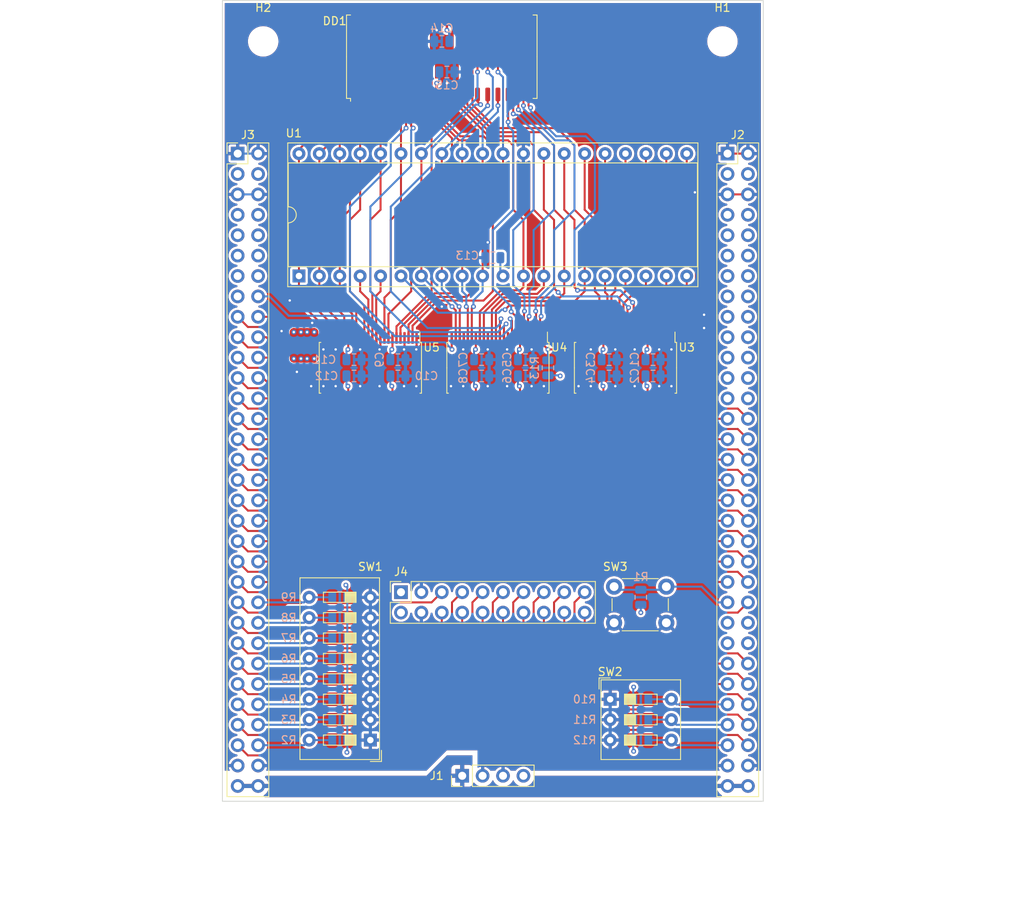
<source format=kicad_pcb>
(kicad_pcb (version 20200916) (generator pcbnew)
  (layers (0 "F.Cu" signal) (1 "In1.Cu" signal) (2 "In2.Cu" signal) (31 "B.Cu" signal) (34 "B.Paste" user) (35 "F.Paste" user) (36 "B.SilkS" user) (37 "F.SilkS" user) (38 "B.Mask" user) (39 "F.Mask" user) (44 "Edge.Cuts" user))
  (net 0 "")
  (net 1 "GND")
  (net 2 "+3V3")
  (net 3 "+5V")
  (net 4 "/INT")
  (net 5 "/A10")
  (net 6 "/IORQ")
  (net 7 "/A9")
  (net 8 "/MREQ")
  (net 9 "/A8")
  (net 10 "/HALT")
  (net 11 "/A7")
  (net 12 "/NMI")
  (net 13 "/A6")
  (net 14 "/A5")
  (net 15 "/D1")
  (net 16 "/A4")
  (net 17 "/D0")
  (net 18 "/A3")
  (net 19 "/D7")
  (net 20 "/A2")
  (net 21 "/D2")
  (net 22 "/A1")
  (net 23 "/A0")
  (net 24 "/D6")
  (net 25 "/D5")
  (net 26 "/RFSH")
  (net 27 "/D3")
  (net 28 "/M1")
  (net 29 "/D4")
  (net 30 "/RESET")
  (net 31 "/CLK")
  (net 32 "/BUSRQ")
  (net 33 "/A15")
  (net 34 "/WAIT")
  (net 35 "/A14")
  (net 36 "/BUSACK")
  (net 37 "/A13")
  (net 38 "/WR")
  (net 39 "/A12")
  (net 40 "/RD")
  (net 41 "/A11")
  (net 42 "/MWE")
  (net 43 "/MCE")
  (net 44 "/MOE")
  (net 45 "/MA18")
  (net 46 "/MA17")
  (net 47 "/MA16")
  (net 48 "/MA15")
  (net 49 "/MA14")
  (net 50 "/ZA1")
  (net 51 "/ZA0")
  (net 52 "/ZA3")
  (net 53 "/ZA2")
  (net 54 "/ZA5")
  (net 55 "/ZA4")
  (net 56 "/ZA6")
  (net 57 "/ZA15")
  (net 58 "/ZA7")
  (net 59 "/ZA14")
  (net 60 "/ZA8")
  (net 61 "/ZA13")
  (net 62 "/ZA9")
  (net 63 "/ZA12")
  (net 64 "/ZA10")
  (net 65 "/ZA11")
  (net 66 "/ZD0")
  (net 67 "/ZD1")
  (net 68 "/ZD2")
  (net 69 "/ZD7")
  (net 70 "/ZD5")
  (net 71 "/ZD6")
  (net 72 "/ZD4")
  (net 73 "/ZD3")
  (net 74 "/ZRESET")
  (net 75 "/ZCLK")
  (net 76 "/ZBUSRQ")
  (net 77 "/ZINT")
  (net 78 "/ZWAIT")
  (net 79 "/ZNMI")
  (net 80 "/ZM1")
  (net 81 "/ZRFSH")
  (net 82 "/ZBUSA")
  (net 83 "/ZHALT")
  (net 84 "/ZWR")
  (net 85 "/ZMREQ")
  (net 86 "/ZRD")
  (net 87 "/ZIORQ")
  (net 88 "PUP")
  (net 89 "/ZMA14")
  (net 90 "/ZMA15")
  (net 91 "/ZMA16")
  (net 92 "/ZMA17")
  (net 93 "/ZMA18")
  (net 94 "/ZMCE")
  (net 95 "/ZMOE")
  (net 96 "/ZMWE")
  (net 97 "/ZDIR")
  (net 98 "/ZCFG7")
  (net 99 "/ZCFG6")
  (net 100 "/ZCFG5")
  (net 101 "/ZCFG4")
  (net 102 "/ZCFG3")
  (net 103 "/ZCFG2")
  (net 104 "/ZCFG1")
  (net 105 "/ZCFG0")
  (net 106 "/ZEX2")
  (net 107 "/ZEX1")
  (net 108 "/ZEX0")
  (net 109 "ZBRES")
  (net 110 "/EXT15")
  (net 111 "/EXT14")
  (net 112 "/EXT13")
  (net 113 "/EXT12")
  (net 114 "/EXT9")
  (net 115 "/EXT11")
  (net 116 "/EXT8")
  (net 117 "/EXT10")
  (net 118 "/EXT7")
  (net 119 "/EXT6")
  (net 120 "/EXT5")
  (net 121 "/EXT4")
  (net 122 "/EXT3")
  (net 123 "/EXT2")
  (net 124 "/EXT1")
  (net 125 "/EXT0")
  (module "MountingHole:MountingHole_3.2mm_M3" (layer "F.Cu") (at 243.84 43.815)
    (fp_text reference "H1" (at 0 -4.2) (layer "F.SilkS"))
    (fp_text value "MountingHole")
    (pad "1" np_thru_hole circle (at 0 0) (size 3.2 3.2) (drill 3.2) (layers *.Cu *.Mask))
  )
  (module "Button_Switch_THT:SW_DIP_SPSTx08_Slide_9.78x22.5mm_W7.62mm_P2.54mm" (layer "F.Cu") (at 200.025 130.81 180)
    (fp_text reference "SW1" (at 0 21.59) (layer "F.SilkS"))
    (fp_text value "SW_DIP_x08")
    (pad "1" thru_hole rect (at 0 0 180) (size 1.6 1.6) (drill 0.8) (layers *.Cu *.Mask) (net 1 "GND"))
    (pad "2" thru_hole oval (at 0 2.54 180) (size 1.6 1.6) (drill 0.8) (layers *.Cu *.Mask) (net 1 "GND"))
    (pad "3" thru_hole oval (at 0 5.08 180) (size 1.6 1.6) (drill 0.8) (layers *.Cu *.Mask) (net 1 "GND"))
    (pad "4" thru_hole oval (at 0 7.62 180) (size 1.6 1.6) (drill 0.8) (layers *.Cu *.Mask) (net 1 "GND"))
    (pad "5" thru_hole oval (at 0 10.16 180) (size 1.6 1.6) (drill 0.8) (layers *.Cu *.Mask) (net 1 "GND"))
    (pad "6" thru_hole oval (at 0 12.7 180) (size 1.6 1.6) (drill 0.8) (layers *.Cu *.Mask) (net 1 "GND"))
    (pad "7" thru_hole oval (at 0 15.24 180) (size 1.6 1.6) (drill 0.8) (layers *.Cu *.Mask) (net 1 "GND"))
    (pad "8" thru_hole oval (at 0 17.78 180) (size 1.6 1.6) (drill 0.8) (layers *.Cu *.Mask) (net 1 "GND"))
    (pad "9" thru_hole oval (at 7.62 17.78 180) (size 1.6 1.6) (drill 0.8) (layers *.Cu *.Mask) (net 105 "/ZCFG0"))
    (pad "10" thru_hole oval (at 7.62 15.24 180) (size 1.6 1.6) (drill 0.8) (layers *.Cu *.Mask) (net 104 "/ZCFG1"))
    (pad "11" thru_hole oval (at 7.62 12.7 180) (size 1.6 1.6) (drill 0.8) (layers *.Cu *.Mask) (net 103 "/ZCFG2"))
    (pad "12" thru_hole oval (at 7.62 10.16 180) (size 1.6 1.6) (drill 0.8) (layers *.Cu *.Mask) (net 102 "/ZCFG3"))
    (pad "13" thru_hole oval (at 7.62 7.62 180) (size 1.6 1.6) (drill 0.8) (layers *.Cu *.Mask) (net 101 "/ZCFG4"))
    (pad "14" thru_hole oval (at 7.62 5.08 180) (size 1.6 1.6) (drill 0.8) (layers *.Cu *.Mask) (net 100 "/ZCFG5"))
    (pad "15" thru_hole oval (at 7.62 2.54 180) (size 1.6 1.6) (drill 0.8) (layers *.Cu *.Mask) (net 99 "/ZCFG6"))
    (pad "16" thru_hole oval (at 7.62 0 180) (size 1.6 1.6) (drill 0.8) (layers *.Cu *.Mask) (net 98 "/ZCFG7"))
  )
  (module "Button_Switch_THT:SW_PUSH_6mm" (layer "F.Cu") (at 236.855 116.205 180)
    (fp_text reference "SW3" (at 6.35 6.985) (layer "F.SilkS"))
    (fp_text value "SW_Push")
    (pad "1" thru_hole circle (at 6.5 0 270) (size 2 2) (drill 1.1) (layers *.Cu *.Mask) (net 1 "GND"))
    (pad "1" thru_hole circle (at 0 0 270) (size 2 2) (drill 1.1) (layers *.Cu *.Mask) (net 1 "GND"))
    (pad "2" thru_hole circle (at 0 4.5 270) (size 2 2) (drill 1.1) (layers *.Cu *.Mask) (net 109 "ZBRES"))
    (pad "2" thru_hole circle (at 6.5 4.5 270) (size 2 2) (drill 1.1) (layers *.Cu *.Mask) (net 109 "ZBRES"))
  )
  (module "Connector_PinSocket_2.54mm:PinSocket_2x10_P2.54mm_Vertical" (layer "F.Cu") (at 203.835 112.395 90)
    (fp_text reference "J4" (at 2.54 0 180) (layer "F.SilkS"))
    (fp_text value "EXT")
    (pad "1" thru_hole rect (at 0 0 90) (size 1.7 1.7) (drill 1) (layers *.Cu *.Mask) (net 3 "+5V"))
    (pad "2" thru_hole oval (at -2.54 0 90) (size 1.7 1.7) (drill 1) (layers *.Cu *.Mask) (net 2 "+3V3"))
    (pad "3" thru_hole oval (at 0 2.54 90) (size 1.7 1.7) (drill 1) (layers *.Cu *.Mask) (net 1 "GND"))
    (pad "4" thru_hole oval (at -2.54 2.54 90) (size 1.7 1.7) (drill 1) (layers *.Cu *.Mask) (net 1 "GND"))
    (pad "5" thru_hole oval (at 0 5.08 90) (size 1.7 1.7) (drill 1) (layers *.Cu *.Mask) (net 125 "/EXT0"))
    (pad "6" thru_hole oval (at -2.54 5.08 90) (size 1.7 1.7) (drill 1) (layers *.Cu *.Mask) (net 124 "/EXT1"))
    (pad "7" thru_hole oval (at 0 7.62 90) (size 1.7 1.7) (drill 1) (layers *.Cu *.Mask) (net 123 "/EXT2"))
    (pad "8" thru_hole oval (at -2.54 7.62 90) (size 1.7 1.7) (drill 1) (layers *.Cu *.Mask) (net 122 "/EXT3"))
    (pad "9" thru_hole oval (at 0 10.16 90) (size 1.7 1.7) (drill 1) (layers *.Cu *.Mask) (net 121 "/EXT4"))
    (pad "10" thru_hole oval (at -2.54 10.16 90) (size 1.7 1.7) (drill 1) (layers *.Cu *.Mask) (net 120 "/EXT5"))
    (pad "11" thru_hole oval (at 0 12.7 90) (size 1.7 1.7) (drill 1) (layers *.Cu *.Mask) (net 119 "/EXT6"))
    (pad "12" thru_hole oval (at -2.54 12.7 90) (size 1.7 1.7) (drill 1) (layers *.Cu *.Mask) (net 118 "/EXT7"))
    (pad "13" thru_hole oval (at 0 15.24 90) (size 1.7 1.7) (drill 1) (layers *.Cu *.Mask) (net 110 "/EXT15"))
    (pad "14" thru_hole oval (at -2.54 15.24 90) (size 1.7 1.7) (drill 1) (layers *.Cu *.Mask) (net 111 "/EXT14"))
    (pad "15" thru_hole oval (at 0 17.78 90) (size 1.7 1.7) (drill 1) (layers *.Cu *.Mask) (net 112 "/EXT13"))
    (pad "16" thru_hole oval (at -2.54 17.78 90) (size 1.7 1.7) (drill 1) (layers *.Cu *.Mask) (net 114 "/EXT9"))
    (pad "17" thru_hole oval (at 0 20.32 90) (size 1.7 1.7) (drill 1) (layers *.Cu *.Mask) (net 113 "/EXT12"))
    (pad "18" thru_hole oval (at -2.54 20.32 90) (size 1.7 1.7) (drill 1) (layers *.Cu *.Mask) (net 116 "/EXT8"))
    (pad "19" thru_hole oval (at 0 22.86 90) (size 1.7 1.7) (drill 1) (layers *.Cu *.Mask) (net 115 "/EXT11"))
    (pad "20" thru_hole oval (at -2.54 22.86 90) (size 1.7 1.7) (drill 1) (layers *.Cu *.Mask) (net 117 "/EXT10"))
  )
  (module "Package_SO:TSSOP-48_6.1x12.5mm_P0.5mm" (layer "F.Cu") (at 200.025 84.455 -90)
    (fp_text reference "U5" (at -2.54 -7.62 180) (layer "F.SilkS"))
    (fp_text value "74ALVC164245")
    (pad "1" smd roundrect (at -3.7125 -5.75 270) (size 1.475 0.3) (layers "F.Cu" "F.Paste" "F.Mask") (net 1 "GND"))
    (pad "2" smd roundrect (at -3.7125 -5.25 270) (size 1.475 0.3) (layers "F.Cu" "F.Paste" "F.Mask") (net 23 "/A0"))
    (pad "3" smd roundrect (at -3.7125 -4.75 270) (size 1.475 0.3) (layers "F.Cu" "F.Paste" "F.Mask") (net 22 "/A1"))
    (pad "4" smd roundrect (at -3.7125 -4.25 270) (size 1.475 0.3) (layers "F.Cu" "F.Paste" "F.Mask") (net 1 "GND"))
    (pad "5" smd roundrect (at -3.7125 -3.75 270) (size 1.475 0.3) (layers "F.Cu" "F.Paste" "F.Mask") (net 20 "/A2"))
    (pad "6" smd roundrect (at -3.7125 -3.25 270) (size 1.475 0.3) (layers "F.Cu" "F.Paste" "F.Mask") (net 18 "/A3"))
    (pad "7" smd roundrect (at -3.7125 -2.75 270) (size 1.475 0.3) (layers "F.Cu" "F.Paste" "F.Mask") (net 3 "+5V"))
    (pad "8" smd roundrect (at -3.7125 -2.25 270) (size 1.475 0.3) (layers "F.Cu" "F.Paste" "F.Mask") (net 16 "/A4"))
    (pad "9" smd roundrect (at -3.7125 -1.75 270) (size 1.475 0.3) (layers "F.Cu" "F.Paste" "F.Mask") (net 14 "/A5"))
    (pad "10" smd roundrect (at -3.7125 -1.25 270) (size 1.475 0.3) (layers "F.Cu" "F.Paste" "F.Mask") (net 1 "GND"))
    (pad "11" smd roundrect (at -3.7125 -0.75 270) (size 1.475 0.3) (layers "F.Cu" "F.Paste" "F.Mask") (net 33 "/A15"))
    (pad "12" smd roundrect (at -3.7125 -0.25 270) (size 1.475 0.3) (layers "F.Cu" "F.Paste" "F.Mask") (net 13 "/A6"))
    (pad "13" smd roundrect (at -3.7125 0.25 270) (size 1.475 0.3) (layers "F.Cu" "F.Paste" "F.Mask") (net 35 "/A14"))
    (pad "14" smd roundrect (at -3.7125 0.75 270) (size 1.475 0.3) (layers "F.Cu" "F.Paste" "F.Mask") (net 11 "/A7"))
    (pad "15" smd roundrect (at -3.7125 1.25 270) (size 1.475 0.3) (layers "F.Cu" "F.Paste" "F.Mask") (net 1 "GND"))
    (pad "16" smd roundrect (at -3.7125 1.75 270) (size 1.475 0.3) (layers "F.Cu" "F.Paste" "F.Mask") (net 37 "/A13"))
    (pad "17" smd roundrect (at -3.7125 2.25 270) (size 1.475 0.3) (layers "F.Cu" "F.Paste" "F.Mask") (net 9 "/A8"))
    (pad "18" smd roundrect (at -3.7125 2.75 270) (size 1.475 0.3) (layers "F.Cu" "F.Paste" "F.Mask") (net 3 "+5V"))
    (pad "19" smd roundrect (at -3.7125 3.25 270) (size 1.475 0.3) (layers "F.Cu" "F.Paste" "F.Mask") (net 39 "/A12"))
    (pad "20" smd roundrect (at -3.7125 3.75 270) (size 1.475 0.3) (layers "F.Cu" "F.Paste" "F.Mask") (net 7 "/A9"))
    (pad "21" smd roundrect (at -3.7125 4.25 270) (size 1.475 0.3) (layers "F.Cu" "F.Paste" "F.Mask") (net 1 "GND"))
    (pad "22" smd roundrect (at -3.7125 4.75 270) (size 1.475 0.3) (layers "F.Cu" "F.Paste" "F.Mask") (net 41 "/A11"))
    (pad "23" smd roundrect (at -3.7125 5.25 270) (size 1.475 0.3) (layers "F.Cu" "F.Paste" "F.Mask") (net 5 "/A10"))
    (pad "24" smd roundrect (at -3.7125 5.75 270) (size 1.475 0.3) (layers "F.Cu" "F.Paste" "F.Mask") (net 1 "GND"))
    (pad "25" smd roundrect (at 3.7125 5.75 270) (size 1.475 0.3) (layers "F.Cu" "F.Paste" "F.Mask") (net 1 "GND"))
    (pad "26" smd roundrect (at 3.7125 5.25 270) (size 1.475 0.3) (layers "F.Cu" "F.Paste" "F.Mask") (net 64 "/ZA10"))
    (pad "27" smd roundrect (at 3.7125 4.75 270) (size 1.475 0.3) (layers "F.Cu" "F.Paste" "F.Mask") (net 65 "/ZA11"))
    (pad "28" smd roundrect (at 3.7125 4.25 270) (size 1.475 0.3) (layers "F.Cu" "F.Paste" "F.Mask") (net 1 "GND"))
    (pad "29" smd roundrect (at 3.7125 3.75 270) (size 1.475 0.3) (layers "F.Cu" "F.Paste" "F.Mask") (net 62 "/ZA9"))
    (pad "30" smd roundrect (at 3.7125 3.25 270) (size 1.475 0.3) (layers "F.Cu" "F.Paste" "F.Mask") (net 63 "/ZA12"))
    (pad "31" smd roundrect (at 3.7125 2.75 270) (size 1.475 0.3) (layers "F.Cu" "F.Paste" "F.Mask") (net 2 "+3V3"))
    (pad "32" smd roundrect (at 3.7125 2.25 270) (size 1.475 0.3) (layers "F.Cu" "F.Paste" "F.Mask") (net 60 "/ZA8"))
    (pad "33" smd roundrect (at 3.7125 1.75 270) (size 1.475 0.3) (layers "F.Cu" "F.Paste" "F.Mask") (net 61 "/ZA13"))
    (pad "34" smd roundrect (at 3.7125 1.25 270) (size 1.475 0.3) (layers "F.Cu" "F.Paste" "F.Mask") (net 1 "GND"))
    (pad "35" smd roundrect (at 3.7125 0.75 270) (size 1.475 0.3) (layers "F.Cu" "F.Paste" "F.Mask") (net 58 "/ZA7"))
    (pad "36" smd roundrect (at 3.7125 0.25 270) (size 1.475 0.3) (layers "F.Cu" "F.Paste" "F.Mask") (net 59 "/ZA14"))
    (pad "37" smd roundrect (at 3.7125 -0.25 270) (size 1.475 0.3) (layers "F.Cu" "F.Paste" "F.Mask") (net 56 "/ZA6"))
    (pad "38" smd roundrect (at 3.7125 -0.75 270) (size 1.475 0.3) (layers "F.Cu" "F.Paste" "F.Mask") (net 57 "/ZA15"))
    (pad "39" smd roundrect (at 3.7125 -1.25 270) (size 1.475 0.3) (layers "F.Cu" "F.Paste" "F.Mask") (net 1 "GND"))
    (pad "40" smd roundrect (at 3.7125 -1.75 270) (size 1.475 0.3) (layers "F.Cu" "F.Paste" "F.Mask") (net 54 "/ZA5"))
    (pad "41" smd roundrect (at 3.7125 -2.25 270) (size 1.475 0.3) (layers "F.Cu" "F.Paste" "F.Mask") (net 55 "/ZA4"))
    (pad "42" smd roundrect (at 3.7125 -2.75 270) (size 1.475 0.3) (layers "F.Cu" "F.Paste" "F.Mask") (net 2 "+3V3"))
    (pad "43" smd roundrect (at 3.7125 -3.25 270) (size 1.475 0.3) (layers "F.Cu" "F.Paste" "F.Mask") (net 52 "/ZA3"))
    (pad "44" smd roundrect (at 3.7125 -3.75 270) (size 1.475 0.3) (layers "F.Cu" "F.Paste" "F.Mask") (net 53 "/ZA2"))
    (pad "45" smd roundrect (at 3.7125 -4.25 270) (size 1.475 0.3) (layers "F.Cu" "F.Paste" "F.Mask") (net 1 "GND"))
    (pad "46" smd roundrect (at 3.7125 -4.75 270) (size 1.475 0.3) (layers "F.Cu" "F.Paste" "F.Mask") (net 50 "/ZA1"))
    (pad "47" smd roundrect (at 3.7125 -5.25 270) (size 1.475 0.3) (layers "F.Cu" "F.Paste" "F.Mask") (net 51 "/ZA0"))
    (pad "48" smd roundrect (at 3.7125 -5.75 270) (size 1.475 0.3) (layers "F.Cu" "F.Paste" "F.Mask") (net 1 "GND"))
  )
  (module "Package_SO:TSSOP-48_6.1x12.5mm_P0.5mm" (layer "F.Cu") (at 231.775 84.455 -90)
    (fp_text reference "U3" (at -2.54 -7.62 180) (layer "F.SilkS"))
    (fp_text value "74ALVC164245")
    (pad "1" smd roundrect (at -3.7125 -5.75 270) (size 1.475 0.3) (layers "F.Cu" "F.Paste" "F.Mask") (net 1 "GND"))
    (pad "2" smd roundrect (at -3.7125 -5.25 270) (size 1.475 0.3) (layers "F.Cu" "F.Paste" "F.Mask") (net 40 "/RD"))
    (pad "3" smd roundrect (at -3.7125 -4.75 270) (size 1.475 0.3) (layers "F.Cu" "F.Paste" "F.Mask") (net 6 "/IORQ"))
    (pad "4" smd roundrect (at -3.7125 -4.25 270) (size 1.475 0.3) (layers "F.Cu" "F.Paste" "F.Mask") (net 1 "GND"))
    (pad "5" smd roundrect (at -3.7125 -3.75 270) (size 1.475 0.3) (layers "F.Cu" "F.Paste" "F.Mask") (net 38 "/WR"))
    (pad "6" smd roundrect (at -3.7125 -3.25 270) (size 1.475 0.3) (layers "F.Cu" "F.Paste" "F.Mask") (net 8 "/MREQ"))
    (pad "7" smd roundrect (at -3.7125 -2.75 270) (size 1.475 0.3) (layers "F.Cu" "F.Paste" "F.Mask") (net 3 "+5V"))
    (pad "8" smd roundrect (at -3.7125 -2.25 270) (size 1.475 0.3) (layers "F.Cu" "F.Paste" "F.Mask") (net 36 "/BUSACK"))
    (pad "9" smd roundrect (at -3.7125 -1.75 270) (size 1.475 0.3) (layers "F.Cu" "F.Paste" "F.Mask") (net 10 "/HALT"))
    (pad "10" smd roundrect (at -3.7125 -1.25 270) (size 1.475 0.3) (layers "F.Cu" "F.Paste" "F.Mask") (net 1 "GND"))
    (pad "11" smd roundrect (at -3.7125 -0.75 270) (size 1.475 0.3) (layers "F.Cu" "F.Paste" "F.Mask") (net 28 "/M1"))
    (pad "12" smd roundrect (at -3.7125 -0.25 270) (size 1.475 0.3) (layers "F.Cu" "F.Paste" "F.Mask") (net 26 "/RFSH"))
    (pad "13" smd roundrect (at -3.7125 0.25 270) (size 1.475 0.3) (layers "F.Cu" "F.Paste" "F.Mask") (net 34 "/WAIT"))
    (pad "14" smd roundrect (at -3.7125 0.75 270) (size 1.475 0.3) (layers "F.Cu" "F.Paste" "F.Mask") (net 12 "/NMI"))
    (pad "15" smd roundrect (at -3.7125 1.25 270) (size 1.475 0.3) (layers "F.Cu" "F.Paste" "F.Mask") (net 1 "GND"))
    (pad "16" smd roundrect (at -3.7125 1.75 270) (size 1.475 0.3) (layers "F.Cu" "F.Paste" "F.Mask") (net 32 "/BUSRQ"))
    (pad "17" smd roundrect (at -3.7125 2.25 270) (size 1.475 0.3) (layers "F.Cu" "F.Paste" "F.Mask") (net 4 "/INT"))
    (pad "18" smd roundrect (at -3.7125 2.75 270) (size 1.475 0.3) (layers "F.Cu" "F.Paste" "F.Mask") (net 3 "+5V"))
    (pad "19" smd roundrect (at -3.7125 3.25 270) (size 1.475 0.3) (layers "F.Cu" "F.Paste" "F.Mask") (net 30 "/RESET"))
    (pad "20" smd roundrect (at -3.7125 3.75 270) (size 1.475 0.3) (layers "F.Cu" "F.Paste" "F.Mask") (net 31 "/CLK"))
    (pad "21" smd roundrect (at -3.7125 4.25 270) (size 1.475 0.3) (layers "F.Cu" "F.Paste" "F.Mask") (net 1 "GND"))
    (pad "22" smd roundrect (at -3.7125 4.75 270) (size 1.475 0.3) (layers "F.Cu" "F.Paste" "F.Mask"))
    (pad "23" smd roundrect (at -3.7125 5.25 270) (size 1.475 0.3) (layers "F.Cu" "F.Paste" "F.Mask"))
    (pad "24" smd roundrect (at -3.7125 5.75 270) (size 1.475 0.3) (layers "F.Cu" "F.Paste" "F.Mask") (net 88 "PUP"))
    (pad "25" smd roundrect (at 3.7125 5.75 270) (size 1.475 0.3) (layers "F.Cu" "F.Paste" "F.Mask") (net 1 "GND"))
    (pad "26" smd roundrect (at 3.7125 5.25 270) (size 1.475 0.3) (layers "F.Cu" "F.Paste" "F.Mask"))
    (pad "27" smd roundrect (at 3.7125 4.75 270) (size 1.475 0.3) (layers "F.Cu" "F.Paste" "F.Mask"))
    (pad "28" smd roundrect (at 3.7125 4.25 270) (size 1.475 0.3) (layers "F.Cu" "F.Paste" "F.Mask") (net 1 "GND"))
    (pad "29" smd roundrect (at 3.7125 3.75 270) (size 1.475 0.3) (layers "F.Cu" "F.Paste" "F.Mask") (net 75 "/ZCLK"))
    (pad "30" smd roundrect (at 3.7125 3.25 270) (size 1.475 0.3) (layers "F.Cu" "F.Paste" "F.Mask") (net 74 "/ZRESET"))
    (pad "31" smd roundrect (at 3.7125 2.75 270) (size 1.475 0.3) (layers "F.Cu" "F.Paste" "F.Mask") (net 2 "+3V3"))
    (pad "32" smd roundrect (at 3.7125 2.25 270) (size 1.475 0.3) (layers "F.Cu" "F.Paste" "F.Mask") (net 77 "/ZINT"))
    (pad "33" smd roundrect (at 3.7125 1.75 270) (size 1.475 0.3) (layers "F.Cu" "F.Paste" "F.Mask") (net 76 "/ZBUSRQ"))
    (pad "34" smd roundrect (at 3.7125 1.25 270) (size 1.475 0.3) (layers "F.Cu" "F.Paste" "F.Mask") (net 1 "GND"))
    (pad "35" smd roundrect (at 3.7125 0.75 270) (size 1.475 0.3) (layers "F.Cu" "F.Paste" "F.Mask") (net 79 "/ZNMI"))
    (pad "36" smd roundrect (at 3.7125 0.25 270) (size 1.475 0.3) (layers "F.Cu" "F.Paste" "F.Mask") (net 78 "/ZWAIT"))
    (pad "37" smd roundrect (at 3.7125 -0.25 270) (size 1.475 0.3) (layers "F.Cu" "F.Paste" "F.Mask") (net 81 "/ZRFSH"))
    (pad "38" smd roundrect (at 3.7125 -0.75 270) (size 1.475 0.3) (layers "F.Cu" "F.Paste" "F.Mask") (net 80 "/ZM1"))
    (pad "39" smd roundrect (at 3.7125 -1.25 270) (size 1.475 0.3) (layers "F.Cu" "F.Paste" "F.Mask") (net 1 "GND"))
    (pad "40" smd roundrect (at 3.7125 -1.75 270) (size 1.475 0.3) (layers "F.Cu" "F.Paste" "F.Mask") (net 83 "/ZHALT"))
    (pad "41" smd roundrect (at 3.7125 -2.25 270) (size 1.475 0.3) (layers "F.Cu" "F.Paste" "F.Mask") (net 82 "/ZBUSA"))
    (pad "42" smd roundrect (at 3.7125 -2.75 270) (size 1.475 0.3) (layers "F.Cu" "F.Paste" "F.Mask") (net 2 "+3V3"))
    (pad "43" smd roundrect (at 3.7125 -3.25 270) (size 1.475 0.3) (layers "F.Cu" "F.Paste" "F.Mask") (net 85 "/ZMREQ"))
    (pad "44" smd roundrect (at 3.7125 -3.75 270) (size 1.475 0.3) (layers "F.Cu" "F.Paste" "F.Mask") (net 84 "/ZWR"))
    (pad "45" smd roundrect (at 3.7125 -4.25 270) (size 1.475 0.3) (layers "F.Cu" "F.Paste" "F.Mask") (net 1 "GND"))
    (pad "46" smd roundrect (at 3.7125 -4.75 270) (size 1.475 0.3) (layers "F.Cu" "F.Paste" "F.Mask") (net 87 "/ZIORQ"))
    (pad "47" smd roundrect (at 3.7125 -5.25 270) (size 1.475 0.3) (layers "F.Cu" "F.Paste" "F.Mask") (net 86 "/ZRD"))
    (pad "48" smd roundrect (at 3.7125 -5.75 270) (size 1.475 0.3) (layers "F.Cu" "F.Paste" "F.Mask") (net 1 "GND"))
  )
  (module "Package_SO:SOJ-36_10.16x23.49mm_P1.27mm" (layer "F.Cu") (at 208.915 45.72 90)
    (fp_text reference "DD1" (at 4.445 -13.335 180) (layer "F.SilkS"))
    (fp_text value "CY7C1049D")
    (pad "1" smd roundrect (at -4.7 -10.795 90) (size 1.7 0.6) (layers "F.Cu" "F.Paste" "F.Mask") (net 5 "/A10"))
    (pad "2" smd roundrect (at -4.7 -9.525 90) (size 1.7 0.6) (layers "F.Cu" "F.Paste" "F.Mask") (net 7 "/A9"))
    (pad "3" smd roundrect (at -4.7 -8.255 90) (size 1.7 0.6) (layers "F.Cu" "F.Paste" "F.Mask") (net 9 "/A8"))
    (pad "4" smd roundrect (at -4.7 -6.985 90) (size 1.7 0.6) (layers "F.Cu" "F.Paste" "F.Mask") (net 11 "/A7"))
    (pad "5" smd roundrect (at -4.7 -5.715 90) (size 1.7 0.6) (layers "F.Cu" "F.Paste" "F.Mask") (net 13 "/A6"))
    (pad "6" smd roundrect (at -4.7 -4.445 90) (size 1.7 0.6) (layers "F.Cu" "F.Paste" "F.Mask") (net 43 "/MCE"))
    (pad "7" smd roundrect (at -4.7 -3.175 90) (size 1.7 0.6) (layers "F.Cu" "F.Paste" "F.Mask") (net 29 "/D4"))
    (pad "8" smd roundrect (at -4.7 -1.905 90) (size 1.7 0.6) (layers "F.Cu" "F.Paste" "F.Mask") (net 25 "/D5"))
    (pad "9" smd roundrect (at -4.7 -0.635 90) (size 1.7 0.6) (layers "F.Cu" "F.Paste" "F.Mask") (net 3 "+5V"))
    (pad "10" smd roundrect (at -4.7 0.635 90) (size 1.7 0.6) (layers "F.Cu" "F.Paste" "F.Mask") (net 1 "GND"))
    (pad "11" smd roundrect (at -4.7 1.905 90) (size 1.7 0.6) (layers "F.Cu" "F.Paste" "F.Mask") (net 21 "/D2"))
    (pad "12" smd roundrect (at -4.7 3.175 90) (size 1.7 0.6) (layers "F.Cu" "F.Paste" "F.Mask") (net 17 "/D0"))
    (pad "13" smd roundrect (at -4.7 4.445 90) (size 1.7 0.6) (layers "F.Cu" "F.Paste" "F.Mask") (net 42 "/MWE"))
    (pad "14" smd roundrect (at -4.7 5.715 90) (size 1.7 0.6) (layers "F.Cu" "F.Paste" "F.Mask") (net 18 "/A3"))
    (pad "15" smd roundrect (at -4.7 6.985 90) (size 1.7 0.6) (layers "F.Cu" "F.Paste" "F.Mask") (net 22 "/A1"))
    (pad "16" smd roundrect (at -4.7 8.255 90) (size 1.7 0.6) (layers "F.Cu" "F.Paste" "F.Mask") (net 45 "/MA18"))
    (pad "17" smd roundrect (at -4.7 9.525 90) (size 1.7 0.6) (layers "F.Cu" "F.Paste" "F.Mask") (net 47 "/MA16"))
    (pad "18" smd roundrect (at -4.7 10.795 90) (size 1.7 0.6) (layers "F.Cu" "F.Paste" "F.Mask") (net 49 "/MA14"))
    (pad "19" smd roundrect (at 4.7 10.795 90) (size 1.7 0.6) (layers "F.Cu" "F.Paste" "F.Mask"))
    (pad "20" smd roundrect (at 4.7 9.525 90) (size 1.7 0.6) (layers "F.Cu" "F.Paste" "F.Mask") (net 48 "/MA15"))
    (pad "21" smd roundrect (at 4.7 8.255 90) (size 1.7 0.6) (layers "F.Cu" "F.Paste" "F.Mask") (net 46 "/MA17"))
    (pad "22" smd roundrect (at 4.7 6.985 90) (size 1.7 0.6) (layers "F.Cu" "F.Paste" "F.Mask") (net 23 "/A0"))
    (pad "23" smd roundrect (at 4.7 5.715 90) (size 1.7 0.6) (layers "F.Cu" "F.Paste" "F.Mask") (net 20 "/A2"))
    (pad "24" smd roundrect (at 4.7 4.445 90) (size 1.7 0.6) (layers "F.Cu" "F.Paste" "F.Mask") (net 16 "/A4"))
    (pad "25" smd roundrect (at 4.7 3.175 90) (size 1.7 0.6) (layers "F.Cu" "F.Paste" "F.Mask") (net 15 "/D1"))
    (pad "26" smd roundrect (at 4.7 1.905 90) (size 1.7 0.6) (layers "F.Cu" "F.Paste" "F.Mask") (net 19 "/D7"))
    (pad "27" smd roundrect (at 4.7 0.635 90) (size 1.7 0.6) (layers "F.Cu" "F.Paste" "F.Mask") (net 3 "+5V"))
    (pad "28" smd roundrect (at 4.7 -0.635 90) (size 1.7 0.6) (layers "F.Cu" "F.Paste" "F.Mask") (net 1 "GND"))
    (pad "29" smd roundrect (at 4.7 -1.905 90) (size 1.7 0.6) (layers "F.Cu" "F.Paste" "F.Mask") (net 24 "/D6"))
    (pad "30" smd roundrect (at 4.7 -3.175 90) (size 1.7 0.6) (layers "F.Cu" "F.Paste" "F.Mask") (net 27 "/D3"))
    (pad "31" smd roundrect (at 4.7 -4.445 90) (size 1.7 0.6) (layers "F.Cu" "F.Paste" "F.Mask") (net 44 "/MOE"))
    (pad "32" smd roundrect (at 4.7 -5.715 90) (size 1.7 0.6) (layers "F.Cu" "F.Paste" "F.Mask") (net 14 "/A5"))
    (pad "33" smd roundrect (at 4.7 -6.985 90) (size 1.7 0.6) (layers "F.Cu" "F.Paste" "F.Mask") (net 37 "/A13"))
    (pad "34" smd roundrect (at 4.7 -8.255 90) (size 1.7 0.6) (layers "F.Cu" "F.Paste" "F.Mask") (net 39 "/A12"))
    (pad "35" smd roundrect (at 4.7 -9.525 90) (size 1.7 0.6) (layers "F.Cu" "F.Paste" "F.Mask") (net 41 "/A11"))
    (pad "36" smd roundrect (at 4.7 -10.795 90) (size 1.7 0.6) (layers "F.Cu" "F.Paste" "F.Mask"))
  )
  (module "Connector_PinHeader_2.54mm:PinHeader_1x04_P2.54mm_Vertical" (layer "F.Cu") (at 211.455 135.255 90)
    (fp_text reference "J1" (at 0 -3.175 180) (layer "F.SilkS"))
    (fp_text value "Conn_01x04_Male")
    (pad "1" thru_hole rect (at 0 0 90) (size 1.7 1.7) (drill 1) (layers *.Cu *.Mask) (net 3 "+5V"))
    (pad "2" thru_hole oval (at 0 2.54 90) (size 1.7 1.7) (drill 1) (layers *.Cu *.Mask) (net 1 "GND"))
    (pad "3" thru_hole oval (at 0 5.08 90) (size 1.7 1.7) (drill 1) (layers *.Cu *.Mask) (net 1 "GND"))
    (pad "4" thru_hole oval (at 0 7.62 90) (size 1.7 1.7) (drill 1) (layers *.Cu *.Mask) (net 2 "+3V3"))
  )
  (module "Package_SO:TSSOP-48_6.1x12.5mm_P0.5mm" (layer "F.Cu") (at 215.9 84.455 -90)
    (fp_text reference "U4" (at -2.54 -7.62 180) (layer "F.SilkS"))
    (fp_text value "74ALVC164245")
    (pad "1" smd roundrect (at -3.7125 -5.75 270) (size 1.475 0.3) (layers "F.Cu" "F.Paste" "F.Mask") (net 88 "PUP"))
    (pad "2" smd roundrect (at -3.7125 -5.25 270) (size 1.475 0.3) (layers "F.Cu" "F.Paste" "F.Mask") (net 49 "/MA14"))
    (pad "3" smd roundrect (at -3.7125 -4.75 270) (size 1.475 0.3) (layers "F.Cu" "F.Paste" "F.Mask") (net 48 "/MA15"))
    (pad "4" smd roundrect (at -3.7125 -4.25 270) (size 1.475 0.3) (layers "F.Cu" "F.Paste" "F.Mask") (net 1 "GND"))
    (pad "5" smd roundrect (at -3.7125 -3.75 270) (size 1.475 0.3) (layers "F.Cu" "F.Paste" "F.Mask") (net 47 "/MA16"))
    (pad "6" smd roundrect (at -3.7125 -3.25 270) (size 1.475 0.3) (layers "F.Cu" "F.Paste" "F.Mask") (net 46 "/MA17"))
    (pad "7" smd roundrect (at -3.7125 -2.75 270) (size 1.475 0.3) (layers "F.Cu" "F.Paste" "F.Mask") (net 3 "+5V"))
    (pad "8" smd roundrect (at -3.7125 -2.25 270) (size 1.475 0.3) (layers "F.Cu" "F.Paste" "F.Mask") (net 45 "/MA18"))
    (pad "9" smd roundrect (at -3.7125 -1.75 270) (size 1.475 0.3) (layers "F.Cu" "F.Paste" "F.Mask") (net 43 "/MCE"))
    (pad "10" smd roundrect (at -3.7125 -1.25 270) (size 1.475 0.3) (layers "F.Cu" "F.Paste" "F.Mask") (net 1 "GND"))
    (pad "11" smd roundrect (at -3.7125 -0.75 270) (size 1.475 0.3) (layers "F.Cu" "F.Paste" "F.Mask") (net 44 "/MOE"))
    (pad "12" smd roundrect (at -3.7125 -0.25 270) (size 1.475 0.3) (layers "F.Cu" "F.Paste" "F.Mask") (net 42 "/MWE"))
    (pad "13" smd roundrect (at -3.7125 0.25 270) (size 1.475 0.3) (layers "F.Cu" "F.Paste" "F.Mask") (net 15 "/D1"))
    (pad "14" smd roundrect (at -3.7125 0.75 270) (size 1.475 0.3) (layers "F.Cu" "F.Paste" "F.Mask") (net 17 "/D0"))
    (pad "15" smd roundrect (at -3.7125 1.25 270) (size 1.475 0.3) (layers "F.Cu" "F.Paste" "F.Mask") (net 1 "GND"))
    (pad "16" smd roundrect (at -3.7125 1.75 270) (size 1.475 0.3) (layers "F.Cu" "F.Paste" "F.Mask") (net 19 "/D7"))
    (pad "17" smd roundrect (at -3.7125 2.25 270) (size 1.475 0.3) (layers "F.Cu" "F.Paste" "F.Mask") (net 21 "/D2"))
    (pad "18" smd roundrect (at -3.7125 2.75 270) (size 1.475 0.3) (layers "F.Cu" "F.Paste" "F.Mask") (net 3 "+5V"))
    (pad "19" smd roundrect (at -3.7125 3.25 270) (size 1.475 0.3) (layers "F.Cu" "F.Paste" "F.Mask") (net 24 "/D6"))
    (pad "20" smd roundrect (at -3.7125 3.75 270) (size 1.475 0.3) (layers "F.Cu" "F.Paste" "F.Mask") (net 25 "/D5"))
    (pad "21" smd roundrect (at -3.7125 4.25 270) (size 1.475 0.3) (layers "F.Cu" "F.Paste" "F.Mask") (net 1 "GND"))
    (pad "22" smd roundrect (at -3.7125 4.75 270) (size 1.475 0.3) (layers "F.Cu" "F.Paste" "F.Mask") (net 27 "/D3"))
    (pad "23" smd roundrect (at -3.7125 5.25 270) (size 1.475 0.3) (layers "F.Cu" "F.Paste" "F.Mask") (net 29 "/D4"))
    (pad "24" smd roundrect (at -3.7125 5.75 270) (size 1.475 0.3) (layers "F.Cu" "F.Paste" "F.Mask") (net 97 "/ZDIR"))
    (pad "25" smd roundrect (at 3.7125 5.75 270) (size 1.475 0.3) (layers "F.Cu" "F.Paste" "F.Mask") (net 1 "GND"))
    (pad "26" smd roundrect (at 3.7125 5.25 270) (size 1.475 0.3) (layers "F.Cu" "F.Paste" "F.Mask") (net 72 "/ZD4"))
    (pad "27" smd roundrect (at 3.7125 4.75 270) (size 1.475 0.3) (layers "F.Cu" "F.Paste" "F.Mask") (net 73 "/ZD3"))
    (pad "28" smd roundrect (at 3.7125 4.25 270) (size 1.475 0.3) (layers "F.Cu" "F.Paste" "F.Mask") (net 1 "GND"))
    (pad "29" smd roundrect (at 3.7125 3.75 270) (size 1.475 0.3) (layers "F.Cu" "F.Paste" "F.Mask") (net 70 "/ZD5"))
    (pad "30" smd roundrect (at 3.7125 3.25 270) (size 1.475 0.3) (layers "F.Cu" "F.Paste" "F.Mask") (net 71 "/ZD6"))
    (pad "31" smd roundrect (at 3.7125 2.75 270) (size 1.475 0.3) (layers "F.Cu" "F.Paste" "F.Mask") (net 2 "+3V3"))
    (pad "32" smd roundrect (at 3.7125 2.25 270) (size 1.475 0.3) (layers "F.Cu" "F.Paste" "F.Mask") (net 68 "/ZD2"))
    (pad "33" smd roundrect (at 3.7125 1.75 270) (size 1.475 0.3) (layers "F.Cu" "F.Paste" "F.Mask") (net 69 "/ZD7"))
    (pad "34" smd roundrect (at 3.7125 1.25 270) (size 1.475 0.3) (layers "F.Cu" "F.Paste" "F.Mask") (net 1 "GND"))
    (pad "35" smd roundrect (at 3.7125 0.75 270) (size 1.475 0.3) (layers "F.Cu" "F.Paste" "F.Mask") (net 66 "/ZD0"))
    (pad "36" smd roundrect (at 3.7125 0.25 270) (size 1.475 0.3) (layers "F.Cu" "F.Paste" "F.Mask") (net 67 "/ZD1"))
    (pad "37" smd roundrect (at 3.7125 -0.25 270) (size 1.475 0.3) (layers "F.Cu" "F.Paste" "F.Mask") (net 96 "/ZMWE"))
    (pad "38" smd roundrect (at 3.7125 -0.75 270) (size 1.475 0.3) (layers "F.Cu" "F.Paste" "F.Mask") (net 95 "/ZMOE"))
    (pad "39" smd roundrect (at 3.7125 -1.25 270) (size 1.475 0.3) (layers "F.Cu" "F.Paste" "F.Mask") (net 1 "GND"))
    (pad "40" smd roundrect (at 3.7125 -1.75 270) (size 1.475 0.3) (layers "F.Cu" "F.Paste" "F.Mask") (net 94 "/ZMCE"))
    (pad "41" smd roundrect (at 3.7125 -2.25 270) (size 1.475 0.3) (layers "F.Cu" "F.Paste" "F.Mask") (net 93 "/ZMA18"))
    (pad "42" smd roundrect (at 3.7125 -2.75 270) (size 1.475 0.3) (layers "F.Cu" "F.Paste" "F.Mask") (net 2 "+3V3"))
    (pad "43" smd roundrect (at 3.7125 -3.25 270) (size 1.475 0.3) (layers "F.Cu" "F.Paste" "F.Mask") (net 92 "/ZMA17"))
    (pad "44" smd roundrect (at 3.7125 -3.75 270) (size 1.475 0.3) (layers "F.Cu" "F.Paste" "F.Mask") (net 91 "/ZMA16"))
    (pad "45" smd roundrect (at 3.7125 -4.25 270) (size 1.475 0.3) (layers "F.Cu" "F.Paste" "F.Mask") (net 1 "GND"))
    (pad "46" smd roundrect (at 3.7125 -4.75 270) (size 1.475 0.3) (layers "F.Cu" "F.Paste" "F.Mask") (net 90 "/ZMA15"))
    (pad "47" smd roundrect (at 3.7125 -5.25 270) (size 1.475 0.3) (layers "F.Cu" "F.Paste" "F.Mask") (net 89 "/ZMA14"))
    (pad "48" smd roundrect (at 3.7125 -5.75 270) (size 1.475 0.3) (layers "F.Cu" "F.Paste" "F.Mask") (net 1 "GND"))
  )
  (module "MountingHole:MountingHole_3.2mm_M3" (layer "F.Cu") (at 186.69 43.815)
    (fp_text reference "H2" (at 0 -4.2) (layer "F.SilkS"))
    (fp_text value "MountingHole")
    (pad "1" np_thru_hole circle (at 0 0) (size 3.2 3.2) (drill 3.2) (layers *.Cu *.Mask))
  )
  (module "Button_Switch_THT:SW_DIP_SPSTx03_Slide_9.78x9.8mm_W7.62mm_P2.54mm" (layer "F.Cu") (at 229.87 125.73)
    (fp_text reference "SW2" (at 0 -3.42) (layer "F.SilkS"))
    (fp_text value "SW_DIP_x03")
    (pad "1" thru_hole rect (at 0 0) (size 1.6 1.6) (drill 0.8) (layers *.Cu *.Mask) (net 1 "GND"))
    (pad "2" thru_hole oval (at 0 2.54) (size 1.6 1.6) (drill 0.8) (layers *.Cu *.Mask) (net 1 "GND"))
    (pad "3" thru_hole oval (at 0 5.08) (size 1.6 1.6) (drill 0.8) (layers *.Cu *.Mask) (net 1 "GND"))
    (pad "4" thru_hole oval (at 7.62 5.08) (size 1.6 1.6) (drill 0.8) (layers *.Cu *.Mask) (net 106 "/ZEX2"))
    (pad "5" thru_hole oval (at 7.62 2.54) (size 1.6 1.6) (drill 0.8) (layers *.Cu *.Mask) (net 107 "/ZEX1"))
    (pad "6" thru_hole oval (at 7.62 0) (size 1.6 1.6) (drill 0.8) (layers *.Cu *.Mask) (net 108 "/ZEX0"))
  )
  (module "Connector_PinHeader_2.54mm:PinHeader_2x32_P2.54mm_Vertical" (layer "F.Cu") (at 183.515 57.785)
    (fp_text reference "J3" (at 1.27 -2.33) (layer "F.SilkS"))
    (fp_text value "U8")
    (pad "1" thru_hole rect (at 0 0) (size 1.7 1.7) (drill 1) (layers *.Cu *.Mask) (net 1 "GND"))
    (pad "2" thru_hole oval (at 2.54 0) (size 1.7 1.7) (drill 1) (layers *.Cu *.Mask) (net 1 "GND"))
    (pad "3" thru_hole oval (at 0 2.54) (size 1.7 1.7) (drill 1) (layers *.Cu *.Mask) (net 2 "+3V3"))
    (pad "4" thru_hole oval (at 2.54 2.54) (size 1.7 1.7) (drill 1) (layers *.Cu *.Mask) (net 2 "+3V3"))
    (pad "5" thru_hole oval (at 0 5.08) (size 1.7 1.7) (drill 1) (layers *.Cu *.Mask) (net 1 "GND"))
    (pad "6" thru_hole oval (at 2.54 5.08) (size 1.7 1.7) (drill 1) (layers *.Cu *.Mask) (net 1 "GND"))
    (pad "7" thru_hole oval (at 0 7.62) (size 1.7 1.7) (drill 1) (layers *.Cu *.Mask))
    (pad "8" thru_hole oval (at 2.54 7.62) (size 1.7 1.7) (drill 1) (layers *.Cu *.Mask))
    (pad "9" thru_hole oval (at 0 10.16) (size 1.7 1.7) (drill 1) (layers *.Cu *.Mask))
    (pad "10" thru_hole oval (at 2.54 10.16) (size 1.7 1.7) (drill 1) (layers *.Cu *.Mask))
    (pad "11" thru_hole oval (at 0 12.7) (size 1.7 1.7) (drill 1) (layers *.Cu *.Mask))
    (pad "12" thru_hole oval (at 2.54 12.7) (size 1.7 1.7) (drill 1) (layers *.Cu *.Mask))
    (pad "13" thru_hole oval (at 0 15.24) (size 1.7 1.7) (drill 1) (layers *.Cu *.Mask))
    (pad "14" thru_hole oval (at 2.54 15.24) (size 1.7 1.7) (drill 1) (layers *.Cu *.Mask))
    (pad "15" thru_hole oval (at 0 17.78) (size 1.7 1.7) (drill 1) (layers *.Cu *.Mask))
    (pad "16" thru_hole oval (at 2.54 17.78) (size 1.7 1.7) (drill 1) (layers *.Cu *.Mask) (net 97 "/ZDIR"))
    (pad "17" thru_hole oval (at 0 20.32) (size 1.7 1.7) (drill 1) (layers *.Cu *.Mask) (net 65 "/ZA11"))
    (pad "18" thru_hole oval (at 2.54 20.32) (size 1.7 1.7) (drill 1) (layers *.Cu *.Mask) (net 64 "/ZA10"))
    (pad "19" thru_hole oval (at 0 22.86) (size 1.7 1.7) (drill 1) (layers *.Cu *.Mask) (net 63 "/ZA12"))
    (pad "20" thru_hole oval (at 2.54 22.86) (size 1.7 1.7) (drill 1) (layers *.Cu *.Mask) (net 62 "/ZA9"))
    (pad "21" thru_hole oval (at 0 25.4) (size 1.7 1.7) (drill 1) (layers *.Cu *.Mask) (net 61 "/ZA13"))
    (pad "22" thru_hole oval (at 2.54 25.4) (size 1.7 1.7) (drill 1) (layers *.Cu *.Mask) (net 60 "/ZA8"))
    (pad "23" thru_hole oval (at 0 27.94) (size 1.7 1.7) (drill 1) (layers *.Cu *.Mask) (net 59 "/ZA14"))
    (pad "24" thru_hole oval (at 2.54 27.94) (size 1.7 1.7) (drill 1) (layers *.Cu *.Mask) (net 58 "/ZA7"))
    (pad "25" thru_hole oval (at 0 30.48) (size 1.7 1.7) (drill 1) (layers *.Cu *.Mask) (net 57 "/ZA15"))
    (pad "26" thru_hole oval (at 2.54 30.48) (size 1.7 1.7) (drill 1) (layers *.Cu *.Mask) (net 56 "/ZA6"))
    (pad "27" thru_hole oval (at 0 33.02) (size 1.7 1.7) (drill 1) (layers *.Cu *.Mask) (net 55 "/ZA4"))
    (pad "28" thru_hole oval (at 2.54 33.02) (size 1.7 1.7) (drill 1) (layers *.Cu *.Mask) (net 54 "/ZA5"))
    (pad "29" thru_hole oval (at 0 35.56) (size 1.7 1.7) (drill 1) (layers *.Cu *.Mask) (net 53 "/ZA2"))
    (pad "30" thru_hole oval (at 2.54 35.56) (size 1.7 1.7) (drill 1) (layers *.Cu *.Mask) (net 52 "/ZA3"))
    (pad "31" thru_hole oval (at 0 38.1) (size 1.7 1.7) (drill 1) (layers *.Cu *.Mask) (net 51 "/ZA0"))
    (pad "32" thru_hole oval (at 2.54 38.1) (size 1.7 1.7) (drill 1) (layers *.Cu *.Mask) (net 50 "/ZA1"))
    (pad "33" thru_hole oval (at 0 40.64) (size 1.7 1.7) (drill 1) (layers *.Cu *.Mask) (net 73 "/ZD3"))
    (pad "34" thru_hole oval (at 2.54 40.64) (size 1.7 1.7) (drill 1) (layers *.Cu *.Mask) (net 72 "/ZD4"))
    (pad "35" thru_hole oval (at 0 43.18) (size 1.7 1.7) (drill 1) (layers *.Cu *.Mask) (net 71 "/ZD6"))
    (pad "36" thru_hole oval (at 2.54 43.18) (size 1.7 1.7) (drill 1) (layers *.Cu *.Mask) (net 70 "/ZD5"))
    (pad "37" thru_hole oval (at 0 45.72) (size 1.7 1.7) (drill 1) (layers *.Cu *.Mask) (net 69 "/ZD7"))
    (pad "38" thru_hole oval (at 2.54 45.72) (size 1.7 1.7) (drill 1) (layers *.Cu *.Mask) (net 68 "/ZD2"))
    (pad "39" thru_hole oval (at 0 48.26) (size 1.7 1.7) (drill 1) (layers *.Cu *.Mask) (net 67 "/ZD1"))
    (pad "40" thru_hole oval (at 2.54 48.26) (size 1.7 1.7) (drill 1) (layers *.Cu *.Mask) (net 66 "/ZD0"))
    (pad "41" thru_hole oval (at 0 50.8) (size 1.7 1.7) (drill 1) (layers *.Cu *.Mask) (net 95 "/ZMOE"))
    (pad "42" thru_hole oval (at 2.54 50.8) (size 1.7 1.7) (drill 1) (layers *.Cu *.Mask) (net 96 "/ZMWE"))
    (pad "43" thru_hole oval (at 0 53.34) (size 1.7 1.7) (drill 1) (layers *.Cu *.Mask) (net 93 "/ZMA18"))
    (pad "44" thru_hole oval (at 2.54 53.34) (size 1.7 1.7) (drill 1) (layers *.Cu *.Mask) (net 94 "/ZMCE"))
    (pad "45" thru_hole oval (at 0 55.88) (size 1.7 1.7) (drill 1) (layers *.Cu *.Mask) (net 125 "/EXT0"))
    (pad "46" thru_hole oval (at 2.54 55.88) (size 1.7 1.7) (drill 1) (layers *.Cu *.Mask) (net 105 "/ZCFG0"))
    (pad "47" thru_hole oval (at 0 58.42) (size 1.7 1.7) (drill 1) (layers *.Cu *.Mask) (net 124 "/EXT1"))
    (pad "48" thru_hole oval (at 2.54 58.42) (size 1.7 1.7) (drill 1) (layers *.Cu *.Mask) (net 104 "/ZCFG1"))
    (pad "49" thru_hole oval (at 0 60.96) (size 1.7 1.7) (drill 1) (layers *.Cu *.Mask) (net 123 "/EXT2"))
    (pad "50" thru_hole oval (at 2.54 60.96) (size 1.7 1.7) (drill 1) (layers *.Cu *.Mask) (net 103 "/ZCFG2"))
    (pad "51" thru_hole oval (at 0 63.5) (size 1.7 1.7) (drill 1) (layers *.Cu *.Mask) (net 122 "/EXT3"))
    (pad "52" thru_hole oval (at 2.54 63.5) (size 1.7 1.7) (drill 1) (layers *.Cu *.Mask) (net 102 "/ZCFG3"))
    (pad "53" thru_hole oval (at 0 66.04) (size 1.7 1.7) (drill 1) (layers *.Cu *.Mask) (net 121 "/EXT4"))
    (pad "54" thru_hole oval (at 2.54 66.04) (size 1.7 1.7) (drill 1) (layers *.Cu *.Mask) (net 101 "/ZCFG4"))
    (pad "55" thru_hole oval (at 0 68.58) (size 1.7 1.7) (drill 1) (layers *.Cu *.Mask) (net 120 "/EXT5"))
    (pad "56" thru_hole oval (at 2.54 68.58) (size 1.7 1.7) (drill 1) (layers *.Cu *.Mask) (net 100 "/ZCFG5"))
    (pad "57" thru_hole oval (at 0 71.12) (size 1.7 1.7) (drill 1) (layers *.Cu *.Mask) (net 119 "/EXT6"))
    (pad "58" thru_hole oval (at 2.54 71.12) (size 1.7 1.7) (drill 1) (layers *.Cu *.Mask) (net 99 "/ZCFG6"))
    (pad "59" thru_hole oval (at 0 73.66) (size 1.7 1.7) (drill 1) (layers *.Cu *.Mask) (net 118 "/EXT7"))
    (pad "60" thru_hole oval (at 2.54 73.66) (size 1.7 1.7) (drill 1) (layers *.Cu *.Mask) (net 98 "/ZCFG7"))
    (pad "61" thru_hole oval (at 0 76.2) (size 1.7 1.7) (drill 1) (layers *.Cu *.Mask) (net 1 "GND"))
    (pad "62" thru_hole oval (at 2.54 76.2) (size 1.7 1.7) (drill 1) (layers *.Cu *.Mask) (net 1 "GND"))
    (pad "63" thru_hole oval (at 0 78.74) (size 1.7 1.7) (drill 1) (layers *.Cu *.Mask) (net 3 "+5V"))
    (pad "64" thru_hole oval (at 2.54 78.74) (size 1.7 1.7) (drill 1) (layers *.Cu *.Mask) (net 3 "+5V"))
  )
  (module "Connector_PinHeader_2.54mm:PinHeader_2x32_P2.54mm_Vertical" (layer "F.Cu") (at 244.475 57.785)
    (fp_text reference "J2" (at 1.27 -2.33) (layer "F.SilkS"))
    (fp_text value "U7")
    (pad "1" thru_hole rect (at 0 0) (size 1.7 1.7) (drill 1) (layers *.Cu *.Mask) (net 1 "GND"))
    (pad "2" thru_hole oval (at 2.54 0) (size 1.7 1.7) (drill 1) (layers *.Cu *.Mask) (net 1 "GND"))
    (pad "3" thru_hole oval (at 0 2.54) (size 1.7 1.7) (drill 1) (layers *.Cu *.Mask) (net 2 "+3V3"))
    (pad "4" thru_hole oval (at 2.54 2.54) (size 1.7 1.7) (drill 1) (layers *.Cu *.Mask) (net 2 "+3V3"))
    (pad "5" thru_hole oval (at 0 5.08) (size 1.7 1.7) (drill 1) (layers *.Cu *.Mask) (net 1 "GND"))
    (pad "6" thru_hole oval (at 2.54 5.08) (size 1.7 1.7) (drill 1) (layers *.Cu *.Mask) (net 1 "GND"))
    (pad "7" thru_hole oval (at 0 7.62) (size 1.7 1.7) (drill 1) (layers *.Cu *.Mask))
    (pad "8" thru_hole oval (at 2.54 7.62) (size 1.7 1.7) (drill 1) (layers *.Cu *.Mask))
    (pad "9" thru_hole oval (at 0 10.16) (size 1.7 1.7) (drill 1) (layers *.Cu *.Mask))
    (pad "10" thru_hole oval (at 2.54 10.16) (size 1.7 1.7) (drill 1) (layers *.Cu *.Mask))
    (pad "11" thru_hole oval (at 0 12.7) (size 1.7 1.7) (drill 1) (layers *.Cu *.Mask))
    (pad "12" thru_hole oval (at 2.54 12.7) (size 1.7 1.7) (drill 1) (layers *.Cu *.Mask))
    (pad "13" thru_hole oval (at 0 15.24) (size 1.7 1.7) (drill 1) (layers *.Cu *.Mask))
    (pad "14" thru_hole oval (at 2.54 15.24) (size 1.7 1.7) (drill 1) (layers *.Cu *.Mask))
    (pad "15" thru_hole oval (at 0 17.78) (size 1.7 1.7) (drill 1) (layers *.Cu *.Mask))
    (pad "16" thru_hole oval (at 2.54 17.78) (size 1.7 1.7) (drill 1) (layers *.Cu *.Mask))
    (pad "17" thru_hole oval (at 0 20.32) (size 1.7 1.7) (drill 1) (layers *.Cu *.Mask))
    (pad "18" thru_hole oval (at 2.54 20.32) (size 1.7 1.7) (drill 1) (layers *.Cu *.Mask))
    (pad "19" thru_hole oval (at 0 22.86) (size 1.7 1.7) (drill 1) (layers *.Cu *.Mask))
    (pad "20" thru_hole oval (at 2.54 22.86) (size 1.7 1.7) (drill 1) (layers *.Cu *.Mask))
    (pad "21" thru_hole oval (at 0 25.4) (size 1.7 1.7) (drill 1) (layers *.Cu *.Mask))
    (pad "22" thru_hole oval (at 2.54 25.4) (size 1.7 1.7) (drill 1) (layers *.Cu *.Mask))
    (pad "23" thru_hole oval (at 0 27.94) (size 1.7 1.7) (drill 1) (layers *.Cu *.Mask))
    (pad "24" thru_hole oval (at 2.54 27.94) (size 1.7 1.7) (drill 1) (layers *.Cu *.Mask))
    (pad "25" thru_hole oval (at 0 30.48) (size 1.7 1.7) (drill 1) (layers *.Cu *.Mask))
    (pad "26" thru_hole oval (at 2.54 30.48) (size 1.7 1.7) (drill 1) (layers *.Cu *.Mask))
    (pad "27" thru_hole oval (at 0 33.02) (size 1.7 1.7) (drill 1) (layers *.Cu *.Mask) (net 87 "/ZIORQ"))
    (pad "28" thru_hole oval (at 2.54 33.02) (size 1.7 1.7) (drill 1) (layers *.Cu *.Mask) (net 86 "/ZRD"))
    (pad "29" thru_hole oval (at 0 35.56) (size 1.7 1.7) (drill 1) (layers *.Cu *.Mask) (net 85 "/ZMREQ"))
    (pad "30" thru_hole oval (at 2.54 35.56) (size 1.7 1.7) (drill 1) (layers *.Cu *.Mask) (net 84 "/ZWR"))
    (pad "31" thru_hole oval (at 0 38.1) (size 1.7 1.7) (drill 1) (layers *.Cu *.Mask) (net 83 "/ZHALT"))
    (pad "32" thru_hole oval (at 2.54 38.1) (size 1.7 1.7) (drill 1) (layers *.Cu *.Mask) (net 82 "/ZBUSA"))
    (pad "33" thru_hole oval (at 0 40.64) (size 1.7 1.7) (drill 1) (layers *.Cu *.Mask) (net 81 "/ZRFSH"))
    (pad "34" thru_hole oval (at 2.54 40.64) (size 1.7 1.7) (drill 1) (layers *.Cu *.Mask) (net 80 "/ZM1"))
    (pad "35" thru_hole oval (at 0 43.18) (size 1.7 1.7) (drill 1) (layers *.Cu *.Mask) (net 79 "/ZNMI"))
    (pad "36" thru_hole oval (at 2.54 43.18) (size 1.7 1.7) (drill 1) (layers *.Cu *.Mask) (net 78 "/ZWAIT"))
    (pad "37" thru_hole oval (at 0 45.72) (size 1.7 1.7) (drill 1) (layers *.Cu *.Mask) (net 77 "/ZINT"))
    (pad "38" thru_hole oval (at 2.54 45.72) (size 1.7 1.7) (drill 1) (layers *.Cu *.Mask) (net 76 "/ZBUSRQ"))
    (pad "39" thru_hole oval (at 0 48.26) (size 1.7 1.7) (drill 1) (layers *.Cu *.Mask) (net 75 "/ZCLK"))
    (pad "40" thru_hole oval (at 2.54 48.26) (size 1.7 1.7) (drill 1) (layers *.Cu *.Mask) (net 74 "/ZRESET"))
    (pad "41" thru_hole oval (at 0 50.8) (size 1.7 1.7) (drill 1) (layers *.Cu *.Mask) (net 90 "/ZMA15"))
    (pad "42" thru_hole oval (at 2.54 50.8) (size 1.7 1.7) (drill 1) (layers *.Cu *.Mask) (net 89 "/ZMA14"))
    (pad "43" thru_hole oval (at 0 53.34) (size 1.7 1.7) (drill 1) (layers *.Cu *.Mask) (net 92 "/ZMA17"))
    (pad "44" thru_hole oval (at 2.54 53.34) (size 1.7 1.7) (drill 1) (layers *.Cu *.Mask) (net 91 "/ZMA16"))
    (pad "45" thru_hole oval (at 0 55.88) (size 1.7 1.7) (drill 1) (layers *.Cu *.Mask) (net 109 "ZBRES"))
    (pad "46" thru_hole oval (at 2.54 55.88) (size 1.7 1.7) (drill 1) (layers *.Cu *.Mask) (net 117 "/EXT10"))
    (pad "47" thru_hole oval (at 0 58.42) (size 1.7 1.7) (drill 1) (layers *.Cu *.Mask))
    (pad "48" thru_hole oval (at 2.54 58.42) (size 1.7 1.7) (drill 1) (layers *.Cu *.Mask))
    (pad "49" thru_hole oval (at 0 60.96) (size 1.7 1.7) (drill 1) (layers *.Cu *.Mask))
    (pad "50" thru_hole oval (at 2.54 60.96) (size 1.7 1.7) (drill 1) (layers *.Cu *.Mask))
    (pad "51" thru_hole oval (at 0 63.5) (size 1.7 1.7) (drill 1) (layers *.Cu *.Mask) (net 116 "/EXT8"))
    (pad "52" thru_hole oval (at 2.54 63.5) (size 1.7 1.7) (drill 1) (layers *.Cu *.Mask) (net 115 "/EXT11"))
    (pad "53" thru_hole oval (at 0 66.04) (size 1.7 1.7) (drill 1) (layers *.Cu *.Mask) (net 114 "/EXT9"))
    (pad "54" thru_hole oval (at 2.54 66.04) (size 1.7 1.7) (drill 1) (layers *.Cu *.Mask) (net 113 "/EXT12"))
    (pad "55" thru_hole oval (at 0 68.58) (size 1.7 1.7) (drill 1) (layers *.Cu *.Mask) (net 108 "/ZEX0"))
    (pad "56" thru_hole oval (at 2.54 68.58) (size 1.7 1.7) (drill 1) (layers *.Cu *.Mask) (net 112 "/EXT13"))
    (pad "57" thru_hole oval (at 0 71.12) (size 1.7 1.7) (drill 1) (layers *.Cu *.Mask) (net 107 "/ZEX1"))
    (pad "58" thru_hole oval (at 2.54 71.12) (size 1.7 1.7) (drill 1) (layers *.Cu *.Mask) (net 111 "/EXT14"))
    (pad "59" thru_hole oval (at 0 73.66) (size 1.7 1.7) (drill 1) (layers *.Cu *.Mask) (net 106 "/ZEX2"))
    (pad "60" thru_hole oval (at 2.54 73.66) (size 1.7 1.7) (drill 1) (layers *.Cu *.Mask) (net 110 "/EXT15"))
    (pad "61" thru_hole oval (at 0 76.2) (size 1.7 1.7) (drill 1) (layers *.Cu *.Mask) (net 1 "GND"))
    (pad "62" thru_hole oval (at 2.54 76.2) (size 1.7 1.7) (drill 1) (layers *.Cu *.Mask) (net 1 "GND"))
    (pad "63" thru_hole oval (at 0 78.74) (size 1.7 1.7) (drill 1) (layers *.Cu *.Mask) (net 3 "+5V"))
    (pad "64" thru_hole oval (at 2.54 78.74) (size 1.7 1.7) (drill 1) (layers *.Cu *.Mask) (net 3 "+5V"))
  )
  (module "Package_DIP:DIP-40_W15.24mm_Socket" (layer "F.Cu") (at 191.135 73.025 90)
    (fp_text reference "U1" (at 17.78 -0.635 180) (layer "F.SilkS"))
    (fp_text value "Z80CPU")
    (pad "1" thru_hole rect (at 0 0 90) (size 1.6 1.6) (drill 0.8) (layers *.Cu *.Mask) (net 41 "/A11"))
    (pad "2" thru_hole oval (at 0 2.54 90) (size 1.6 1.6) (drill 0.8) (layers *.Cu *.Mask) (net 39 "/A12"))
    (pad "3" thru_hole oval (at 0 5.08 90) (size 1.6 1.6) (drill 0.8) (layers *.Cu *.Mask) (net 37 "/A13"))
    (pad "4" thru_hole oval (at 0 7.62 90) (size 1.6 1.6) (drill 0.8) (layers *.Cu *.Mask) (net 35 "/A14"))
    (pad "5" thru_hole oval (at 0 10.16 90) (size 1.6 1.6) (drill 0.8) (layers *.Cu *.Mask) (net 33 "/A15"))
    (pad "6" thru_hole oval (at 0 12.7 90) (size 1.6 1.6) (drill 0.8) (layers *.Cu *.Mask) (net 31 "/CLK"))
    (pad "7" thru_hole oval (at 0 15.24 90) (size 1.6 1.6) (drill 0.8) (layers *.Cu *.Mask) (net 29 "/D4"))
    (pad "8" thru_hole oval (at 0 17.78 90) (size 1.6 1.6) (drill 0.8) (layers *.Cu *.Mask) (net 27 "/D3"))
    (pad "9" thru_hole oval (at 0 20.32 90) (size 1.6 1.6) (drill 0.8) (layers *.Cu *.Mask) (net 25 "/D5"))
    (pad "10" thru_hole oval (at 0 22.86 90) (size 1.6 1.6) (drill 0.8) (layers *.Cu *.Mask) (net 24 "/D6"))
    (pad "11" thru_hole oval (at 0 25.4 90) (size 1.6 1.6) (drill 0.8) (layers *.Cu *.Mask) (net 3 "+5V"))
    (pad "12" thru_hole oval (at 0 27.94 90) (size 1.6 1.6) (drill 0.8) (layers *.Cu *.Mask) (net 21 "/D2"))
    (pad "13" thru_hole oval (at 0 30.48 90) (size 1.6 1.6) (drill 0.8) (layers *.Cu *.Mask) (net 19 "/D7"))
    (pad "14" thru_hole oval (at 0 33.02 90) (size 1.6 1.6) (drill 0.8) (layers *.Cu *.Mask) (net 17 "/D0"))
    (pad "15" thru_hole oval (at 0 35.56 90) (size 1.6 1.6) (drill 0.8) (layers *.Cu *.Mask) (net 15 "/D1"))
    (pad "16" thru_hole oval (at 0 38.1 90) (size 1.6 1.6) (drill 0.8) (layers *.Cu *.Mask) (net 4 "/INT"))
    (pad "17" thru_hole oval (at 0 40.64 90) (size 1.6 1.6) (drill 0.8) (layers *.Cu *.Mask) (net 12 "/NMI"))
    (pad "18" thru_hole oval (at 0 43.18 90) (size 1.6 1.6) (drill 0.8) (layers *.Cu *.Mask) (net 10 "/HALT"))
    (pad "19" thru_hole oval (at 0 45.72 90) (size 1.6 1.6) (drill 0.8) (layers *.Cu *.Mask) (net 8 "/MREQ"))
    (pad "20" thru_hole oval (at 0 48.26 90) (size 1.6 1.6) (drill 0.8) (layers *.Cu *.Mask) (net 6 "/IORQ"))
    (pad "21" thru_hole oval (at 15.24 48.26 90) (size 1.6 1.6) (drill 0.8) (layers *.Cu *.Mask) (net 40 "/RD"))
    (pad "22" thru_hole oval (at 15.24 45.72 90) (size 1.6 1.6) (drill 0.8) (layers *.Cu *.Mask) (net 38 "/WR"))
    (pad "23" thru_hole oval (at 15.24 43.18 90) (size 1.6 1.6) (drill 0.8) (layers *.Cu *.Mask) (net 36 "/BUSACK"))
    (pad "24" thru_hole oval (at 15.24 40.64 90) (size 1.6 1.6) (drill 0.8) (layers *.Cu *.Mask) (net 34 "/WAIT"))
    (pad "25" thru_hole oval (at 15.24 38.1 90) (size 1.6 1.6) (drill 0.8) (layers *.Cu *.Mask) (net 32 "/BUSRQ"))
    (pad "26" thru_hole oval (at 15.24 35.56 90) (size 1.6 1.6) (drill 0.8) (layers *.Cu *.Mask) (net 30 "/RESET"))
    (pad "27" thru_hole oval (at 15.24 33.02 90) (size 1.6 1.6) (drill 0.8) (layers *.Cu *.Mask) (net 28 "/M1"))
    (pad "28" thru_hole oval (at 15.24 30.48 90) (size 1.6 1.6) (drill 0.8) (layers *.Cu *.Mask) (net 26 "/RFSH"))
    (pad "29" thru_hole oval (at 15.24 27.94 90) (size 1.6 1.6) (drill 0.8) (layers *.Cu *.Mask) (net 1 "GND"))
    (pad "30" thru_hole oval (at 15.24 25.4 90) (size 1.6 1.6) (drill 0.8) (layers *.Cu *.Mask) (net 23 "/A0"))
    (pad "31" thru_hole oval (at 15.24 22.86 90) (size 1.6 1.6) (drill 0.8) (layers *.Cu *.Mask) (net 22 "/A1"))
    (pad "32" thru_hole oval (at 15.24 20.32 90) (size 1.6 1.6) (drill 0.8) (layers *.Cu *.Mask) (net 20 "/A2"))
    (pad "33" thru_hole oval (at 15.24 17.78 90) (size 1.6 1.6) (drill 0.8) (layers *.Cu *.Mask) (net 18 "/A3"))
    (pad "34" thru_hole oval (at 15.24 15.24 90) (size 1.6 1.6) (drill 0.8) (layers *.Cu *.Mask) (net 16 "/A4"))
    (pad "35" thru_hole oval (at 15.24 12.7 90) (size 1.6 1.6) (drill 0.8) (layers *.Cu *.Mask) (net 14 "/A5"))
    (pad "36" thru_hole oval (at 15.24 10.16 90) (size 1.6 1.6) (drill 0.8) (layers *.Cu *.Mask) (net 13 "/A6"))
    (pad "37" thru_hole oval (at 15.24 7.62 90) (size 1.6 1.6) (drill 0.8) (layers *.Cu *.Mask) (net 11 "/A7"))
    (pad "38" thru_hole oval (at 15.24 5.08 90) (size 1.6 1.6) (drill 0.8) (layers *.Cu *.Mask) (net 9 "/A8"))
    (pad "39" thru_hole oval (at 15.24 2.54 90) (size 1.6 1.6) (drill 0.8) (layers *.Cu *.Mask) (net 7 "/A9"))
    (pad "40" thru_hole oval (at 15.24 0 90) (size 1.6 1.6) (drill 0.8) (layers *.Cu *.Mask) (net 5 "/A10"))
  )
  (module "Resistor_SMD:R_0805_2012Metric" (layer "B.Cu") (at 196.215 130.81)
    (fp_text reference "R2" (at -6.35 0) (layer "B.SilkS") (effects (justify mirror)))
    (fp_text value "1k")
    (pad "1" smd roundrect (at -0.9375 0) (size 0.975 1.4) (layers "B.Cu" "B.Paste" "B.Mask") (net 98 "/ZCFG7"))
    (pad "2" smd roundrect (at 0.9375 0) (size 0.975 1.4) (layers "B.Cu" "B.Paste" "B.Mask") (net 2 "+3V3"))
  )
  (module "Resistor_SMD:R_0805_2012Metric" (layer "B.Cu") (at 196.215 123.19)
    (fp_text reference "R5" (at -6.35 0) (layer "B.SilkS") (effects (justify mirror)))
    (fp_text value "1k")
    (pad "1" smd roundrect (at -0.9375 0) (size 0.975 1.4) (layers "B.Cu" "B.Paste" "B.Mask") (net 101 "/ZCFG4"))
    (pad "2" smd roundrect (at 0.9375 0) (size 0.975 1.4) (layers "B.Cu" "B.Paste" "B.Mask") (net 2 "+3V3"))
  )
  (module "Capacitor_SMD:C_0805_2012Metric" (layer "B.Cu") (at 235.204 83.439)
    (fp_text reference "C1" (at -2.286 0 90) (layer "B.SilkS") (effects (justify mirror)))
    (fp_text value "10n")
    (pad "1" smd roundrect (at -0.9375 0) (size 0.975 1.4) (layers "B.Cu" "B.Paste" "B.Mask") (net 3 "+5V"))
    (pad "2" smd roundrect (at 0.9375 0) (size 0.975 1.4) (layers "B.Cu" "B.Paste" "B.Mask") (net 1 "GND"))
  )
  (module "Capacitor_SMD:C_0805_2012Metric" (layer "B.Cu") (at 197.993 83.439)
    (fp_text reference "C11" (at -3.683 0 180) (layer "B.SilkS") (effects (justify mirror)))
    (fp_text value "10n")
    (pad "1" smd roundrect (at -0.9375 0) (size 0.975 1.4) (layers "B.Cu" "B.Paste" "B.Mask") (net 3 "+5V"))
    (pad "2" smd roundrect (at 0.9375 0) (size 0.975 1.4) (layers "B.Cu" "B.Paste" "B.Mask") (net 1 "GND"))
  )
  (module "Resistor_SMD:R_0805_2012Metric" (layer "B.Cu") (at 196.215 120.65)
    (fp_text reference "R6" (at -6.35 0) (layer "B.SilkS") (effects (justify mirror)))
    (fp_text value "1k")
    (pad "1" smd roundrect (at -0.9375 0) (size 0.975 1.4) (layers "B.Cu" "B.Paste" "B.Mask") (net 102 "/ZCFG3"))
    (pad "2" smd roundrect (at 0.9375 0) (size 0.975 1.4) (layers "B.Cu" "B.Paste" "B.Mask") (net 2 "+3V3"))
  )
  (module "Capacitor_SMD:C_0805_2012Metric" (layer "B.Cu") (at 203.454 85.471)
    (fp_text reference "C10" (at 3.556 0 180) (layer "B.SilkS") (effects (justify mirror)))
    (fp_text value "10n")
    (pad "1" smd roundrect (at -0.9375 0) (size 0.975 1.4) (layers "B.Cu" "B.Paste" "B.Mask") (net 2 "+3V3"))
    (pad "2" smd roundrect (at 0.9375 0) (size 0.975 1.4) (layers "B.Cu" "B.Paste" "B.Mask") (net 1 "GND"))
  )
  (module "Resistor_SMD:R_0805_2012Metric" (layer "B.Cu") (at 196.215 115.57)
    (fp_text reference "R8" (at -6.35 0) (layer "B.SilkS") (effects (justify mirror)))
    (fp_text value "1k")
    (pad "1" smd roundrect (at -0.9375 0) (size 0.975 1.4) (layers "B.Cu" "B.Paste" "B.Mask") (net 104 "/ZCFG1"))
    (pad "2" smd roundrect (at 0.9375 0) (size 0.975 1.4) (layers "B.Cu" "B.Paste" "B.Mask") (net 2 "+3V3"))
  )
  (module "Resistor_SMD:R_0805_2012Metric" (layer "B.Cu") (at 222.123 84.455 -90)
    (fp_text reference "R13" (at 0 1.65 90) (layer "B.SilkS") (effects (justify mirror)))
    (fp_text value "1k")
    (pad "1" smd roundrect (at -0.9375 0 270) (size 0.975 1.4) (layers "B.Cu" "B.Paste" "B.Mask") (net 88 "PUP"))
    (pad "2" smd roundrect (at 0.9375 0 270) (size 0.975 1.4) (layers "B.Cu" "B.Paste" "B.Mask") (net 2 "+3V3"))
  )
  (module "Resistor_SMD:R_0805_2012Metric" (layer "B.Cu") (at 196.215 128.27)
    (fp_text reference "R3" (at -6.35 0) (layer "B.SilkS") (effects (justify mirror)))
    (fp_text value "1k")
    (pad "1" smd roundrect (at -0.9375 0) (size 0.975 1.4) (layers "B.Cu" "B.Paste" "B.Mask") (net 99 "/ZCFG6"))
    (pad "2" smd roundrect (at 0.9375 0) (size 0.975 1.4) (layers "B.Cu" "B.Paste" "B.Mask") (net 2 "+3V3"))
  )
  (module "Capacitor_SMD:C_0805_2012Metric" (layer "B.Cu") (at 209.55 47.625)
    (fp_text reference "C15" (at 0 1.65) (layer "B.SilkS") (effects (justify mirror)))
    (fp_text value "10n")
    (pad "1" smd roundrect (at -0.9375 0) (size 0.975 1.4) (layers "B.Cu" "B.Paste" "B.Mask") (net 3 "+5V"))
    (pad "2" smd roundrect (at 0.9375 0) (size 0.975 1.4) (layers "B.Cu" "B.Paste" "B.Mask") (net 1 "GND"))
  )
  (module "Resistor_SMD:R_0805_2012Metric" (layer "B.Cu") (at 233.68 130.81 180)
    (fp_text reference "R12" (at 6.985 0) (layer "B.SilkS") (effects (justify mirror)))
    (fp_text value "1k")
    (pad "1" smd roundrect (at -0.9375 0 180) (size 0.975 1.4) (layers "B.Cu" "B.Paste" "B.Mask") (net 106 "/ZEX2"))
    (pad "2" smd roundrect (at 0.9375 0 180) (size 0.975 1.4) (layers "B.Cu" "B.Paste" "B.Mask") (net 2 "+3V3"))
  )
  (module "Capacitor_SMD:C_0805_2012Metric" (layer "B.Cu") (at 197.993 85.471)
    (fp_text reference "C12" (at -3.429 0 180) (layer "B.SilkS") (effects (justify mirror)))
    (fp_text value "10n")
    (pad "1" smd roundrect (at -0.9375 0) (size 0.975 1.4) (layers "B.Cu" "B.Paste" "B.Mask") (net 2 "+3V3"))
    (pad "2" smd roundrect (at 0.9375 0) (size 0.975 1.4) (layers "B.Cu" "B.Paste" "B.Mask") (net 1 "GND"))
  )
  (module "Capacitor_SMD:C_0805_2012Metric" (layer "B.Cu") (at 215.265 70.739 180)
    (fp_text reference "C13" (at 3.175 0.254) (layer "B.SilkS") (effects (justify mirror)))
    (fp_text value "10n")
    (pad "1" smd roundrect (at -0.9375 0 180) (size 0.975 1.4) (layers "B.Cu" "B.Paste" "B.Mask") (net 3 "+5V"))
    (pad "2" smd roundrect (at 0.9375 0 180) (size 0.975 1.4) (layers "B.Cu" "B.Paste" "B.Mask") (net 1 "GND"))
  )
  (module "Capacitor_SMD:C_0805_2012Metric" (layer "B.Cu") (at 219.329 83.439)
    (fp_text reference "C5" (at -2.286 0 90) (layer "B.SilkS") (effects (justify mirror)))
    (fp_text value "10n")
    (pad "1" smd roundrect (at -0.9375 0) (size 0.975 1.4) (layers "B.Cu" "B.Paste" "B.Mask") (net 3 "+5V"))
    (pad "2" smd roundrect (at 0.9375 0) (size 0.975 1.4) (layers "B.Cu" "B.Paste" "B.Mask") (net 1 "GND"))
  )
  (module "Resistor_SMD:R_0805_2012Metric" (layer "B.Cu") (at 233.68 113.03 -90)
    (fp_text reference "R1" (at -2.54 0 180) (layer "B.SilkS") (effects (justify mirror)))
    (fp_text value "1k")
    (pad "1" smd roundrect (at -0.9375 0 270) (size 0.975 1.4) (layers "B.Cu" "B.Paste" "B.Mask") (net 109 "ZBRES"))
    (pad "2" smd roundrect (at 0.9375 0 270) (size 0.975 1.4) (layers "B.Cu" "B.Paste" "B.Mask") (net 2 "+3V3"))
  )
  (module "Capacitor_SMD:C_0805_2012Metric" (layer "B.Cu") (at 203.454 83.439)
    (fp_text reference "C9" (at -2.286 0 90) (layer "B.SilkS") (effects (justify mirror)))
    (fp_text value "10n")
    (pad "1" smd roundrect (at -0.9375 0) (size 0.975 1.4) (layers "B.Cu" "B.Paste" "B.Mask") (net 3 "+5V"))
    (pad "2" smd roundrect (at 0.9375 0) (size 0.975 1.4) (layers "B.Cu" "B.Paste" "B.Mask") (net 1 "GND"))
  )
  (module "Capacitor_SMD:C_0805_2012Metric" (layer "B.Cu") (at 213.868 85.471)
    (fp_text reference "C8" (at -2.286 0 90) (layer "B.SilkS") (effects (justify mirror)))
    (fp_text value "10n")
    (pad "1" smd roundrect (at -0.9375 0) (size 0.975 1.4) (layers "B.Cu" "B.Paste" "B.Mask") (net 2 "+3V3"))
    (pad "2" smd roundrect (at 0.9375 0) (size 0.975 1.4) (layers "B.Cu" "B.Paste" "B.Mask") (net 1 "GND"))
  )
  (module "Resistor_SMD:R_0805_2012Metric" (layer "B.Cu") (at 196.215 113.03)
    (fp_text reference "R9" (at -6.35 0) (layer "B.SilkS") (effects (justify mirror)))
    (fp_text value "1k")
    (pad "1" smd roundrect (at -0.9375 0) (size 0.975 1.4) (layers "B.Cu" "B.Paste" "B.Mask") (net 105 "/ZCFG0"))
    (pad "2" smd roundrect (at 0.9375 0) (size 0.975 1.4) (layers "B.Cu" "B.Paste" "B.Mask") (net 2 "+3V3"))
  )
  (module "Resistor_SMD:R_0805_2012Metric" (layer "B.Cu") (at 196.215 125.73)
    (fp_text reference "R4" (at -6.35 0) (layer "B.SilkS") (effects (justify mirror)))
    (fp_text value "1k")
    (pad "1" smd roundrect (at -0.9375 0) (size 0.975 1.4) (layers "B.Cu" "B.Paste" "B.Mask") (net 100 "/ZCFG5"))
    (pad "2" smd roundrect (at 0.9375 0) (size 0.975 1.4) (layers "B.Cu" "B.Paste" "B.Mask") (net 2 "+3V3"))
  )
  (module "Resistor_SMD:R_0805_2012Metric" (layer "B.Cu") (at 233.68 125.73 180)
    (fp_text reference "R10" (at 6.985 0) (layer "B.SilkS") (effects (justify mirror)))
    (fp_text value "1k")
    (pad "1" smd roundrect (at -0.9375 0 180) (size 0.975 1.4) (layers "B.Cu" "B.Paste" "B.Mask") (net 108 "/ZEX0"))
    (pad "2" smd roundrect (at 0.9375 0 180) (size 0.975 1.4) (layers "B.Cu" "B.Paste" "B.Mask") (net 2 "+3V3"))
  )
  (module "Capacitor_SMD:C_0805_2012Metric" (layer "B.Cu") (at 235.204 85.471)
    (fp_text reference "C2" (at -2.286 0 90) (layer "B.SilkS") (effects (justify mirror)))
    (fp_text value "10n")
    (pad "1" smd roundrect (at -0.9375 0) (size 0.975 1.4) (layers "B.Cu" "B.Paste" "B.Mask") (net 2 "+3V3"))
    (pad "2" smd roundrect (at 0.9375 0) (size 0.975 1.4) (layers "B.Cu" "B.Paste" "B.Mask") (net 1 "GND"))
  )
  (module "Capacitor_SMD:C_0805_2012Metric" (layer "B.Cu") (at 208.915 43.815 180)
    (fp_text reference "C14" (at 0 1.65) (layer "B.SilkS") (effects (justify mirror)))
    (fp_text value "10n")
    (pad "1" smd roundrect (at -0.9375 0 180) (size 0.975 1.4) (layers "B.Cu" "B.Paste" "B.Mask") (net 3 "+5V"))
    (pad "2" smd roundrect (at 0.9375 0 180) (size 0.975 1.4) (layers "B.Cu" "B.Paste" "B.Mask") (net 1 "GND"))
  )
  (module "Resistor_SMD:R_0805_2012Metric" (layer "B.Cu") (at 233.68 128.27 180)
    (fp_text reference "R11" (at 6.985 0) (layer "B.SilkS") (effects (justify mirror)))
    (fp_text value "1k")
    (pad "1" smd roundrect (at -0.9375 0 180) (size 0.975 1.4) (layers "B.Cu" "B.Paste" "B.Mask") (net 107 "/ZEX1"))
    (pad "2" smd roundrect (at 0.9375 0 180) (size 0.975 1.4) (layers "B.Cu" "B.Paste" "B.Mask") (net 2 "+3V3"))
  )
  (module "Capacitor_SMD:C_0805_2012Metric" (layer "B.Cu") (at 213.868 83.439)
    (fp_text reference "C7" (at -2.286 0 90) (layer "B.SilkS") (effects (justify mirror)))
    (fp_text value "10n")
    (pad "1" smd roundrect (at -0.9375 0) (size 0.975 1.4) (layers "B.Cu" "B.Paste" "B.Mask") (net 3 "+5V"))
    (pad "2" smd roundrect (at 0.9375 0) (size 0.975 1.4) (layers "B.Cu" "B.Paste" "B.Mask") (net 1 "GND"))
  )
  (module "Capacitor_SMD:C_0805_2012Metric" (layer "B.Cu") (at 229.743 83.439)
    (fp_text reference "C3" (at -2.286 0 90) (layer "B.SilkS") (effects (justify mirror)))
    (fp_text value "10n")
    (pad "1" smd roundrect (at -0.9375 0) (size 0.975 1.4) (layers "B.Cu" "B.Paste" "B.Mask") (net 3 "+5V"))
    (pad "2" smd roundrect (at 0.9375 0) (size 0.975 1.4) (layers "B.Cu" "B.Paste" "B.Mask") (net 1 "GND"))
  )
  (module "Capacitor_SMD:C_0805_2012Metric" (layer "B.Cu") (at 219.329 85.471)
    (fp_text reference "C6" (at -2.286 0 90) (layer "B.SilkS") (effects (justify mirror)))
    (fp_text value "10n")
    (pad "1" smd roundrect (at -0.9375 0) (size 0.975 1.4) (layers "B.Cu" "B.Paste" "B.Mask") (net 2 "+3V3"))
    (pad "2" smd roundrect (at 0.9375 0) (size 0.975 1.4) (layers "B.Cu" "B.Paste" "B.Mask") (net 1 "GND"))
  )
  (module "Resistor_SMD:R_0805_2012Metric" (layer "B.Cu") (at 196.215 118.11)
    (fp_text reference "R7" (at -6.35 0) (layer "B.SilkS") (effects (justify mirror)))
    (fp_text value "1k")
    (pad "1" smd roundrect (at -0.9375 0) (size 0.975 1.4) (layers "B.Cu" "B.Paste" "B.Mask") (net 103 "/ZCFG2"))
    (pad "2" smd roundrect (at 0.9375 0) (size 0.975 1.4) (layers "B.Cu" "B.Paste" "B.Mask") (net 2 "+3V3"))
  )
  (module "Capacitor_SMD:C_0805_2012Metric" (layer "B.Cu") (at 229.743 85.471)
    (fp_text reference "C4" (at -2.286 0 90) (layer "B.SilkS") (effects (justify mirror)))
    (fp_text value "10n")
    (pad "1" smd roundrect (at -0.9375 0) (size 0.975 1.4) (layers "B.Cu" "B.Paste" "B.Mask") (net 2 "+3V3"))
    (pad "2" smd roundrect (at 0.9375 0) (size 0.975 1.4) (layers "B.Cu" "B.Paste" "B.Mask") (net 1 "GND"))
  )
  (gr_rect (start 181.61 138.43) (end 248.92 38.735) (layer "Edge.Cuts") (width 0.1))
  (segment (start 194.275 82.077) (end 194.183 82.169) (width 0.25) (layer "F.Cu") (net 1))
  (segment (start 244.475 57.785) (end 247.015 57.785) (width 0.25) (layer "F.Cu") (net 1))
  (segment (start 220.15 88.1675) (end 220.15 86.8) (width 0.25) (layer "F.Cu") (net 1))
  (segment (start 194.275 80.7425) (end 194.275 82.077) (width 0.25) (layer "F.Cu") (net 1))
  (segment (start 195.775 82.101) (end 195.707 82.169) (width 0.25) (layer "F.Cu") (net 1))
  (segment (start 226.025 88.1675) (end 226.025 86.833) (width 0.25) (layer "F.Cu") (net 1))
  (segment (start 204.275 80.7425) (end 204.275 82.11) (width 0.25) (layer "F.Cu") (net 1))
  (segment (start 214.65 88.1675) (end 214.65 86.761) (width 0.25) (layer "F.Cu") (net 1))
  (segment (start 195.775 88.1675) (end 195.775 86.809) (width 0.25) (layer "F.Cu") (net 1))
  (segment (start 242.189 57.785) (end 244.475 57.785) (width 0.25) (layer "F.Cu") (net 1))
  (segment (start 205.775 80.7425) (end 205.775 82.134) (width 0.25) (layer "F.Cu") (net 1))
  (segment (start 237.525 80.7425) (end 237.525 82.134) (width 0.25) (layer "F.Cu") (net 1))
  (segment (start 211.65 88.1675) (end 211.65 86.809) (width 0.25) (layer "F.Cu") (net 1))
  (segment (start 233.025 82.062) (end 232.918 82.169) (width 0.25) (layer "F.Cu") (net 1))
  (segment (start 233.025 88.1675) (end 233.025 86.848) (width 0.25) (layer "F.Cu") (net 1))
  (segment (start 233.025 80.7425) (end 233.025 82.062) (width 0.25) (layer "F.Cu") (net 1))
  (segment (start 237.525 82.134) (end 237.49 82.169) (width 0.25) (layer "F.Cu") (net 1))
  (segment (start 205.775 88.1675) (end 205.775 86.776) (width 0.25) (layer "F.Cu") (net 1))
  (segment (start 237.525 88.1675) (end 237.525 86.776) (width 0.25) (layer "F.Cu") (net 1))
  (segment (start 210.15 88.1675) (end 210.15 86.833) (width 0.25) (layer "F.Cu") (net 1))
  (segment (start 236.025 82.11) (end 235.966 82.169) (width 0.25) (layer "F.Cu") (net 1))
  (segment (start 236.025 80.7425) (end 236.025 82.11) (width 0.25) (layer "F.Cu") (net 1))
  (segment (start 198.775 88.1675) (end 198.775 86.761) (width 0.25) (layer "F.Cu") (net 1))
  (segment (start 236.025 88.1675) (end 236.025 86.8) (width 0.25) (layer "F.Cu") (net 1))
  (segment (start 220.15 80.7425) (end 220.15 82.11) (width 0.25) (layer "F.Cu") (net 1))
  (segment (start 192.786 78.867) (end 189.992 76.073) (width 0.25) (layer "F.Cu") (net 1))
  (segment (start 230.525 80.7425) (end 230.525 82.149) (width 0.25) (layer "F.Cu") (net 1))
  (segment (start 204.275 88.1675) (end 204.275 86.8) (width 0.25) (layer "F.Cu") (net 1))
  (segment (start 201.275 80.7425) (end 201.275 82.062) (width 0.25) (layer "F.Cu") (net 1))
  (segment (start 194.275 88.1675) (end 194.275 86.833) (width 0.25) (layer "F.Cu") (net 1))
  (segment (start 227.525 88.1675) (end 227.525 86.809) (width 0.25) (layer "F.Cu") (net 1))
  (segment (start 209.55 50.42) (end 209.55 49.022) (width 0.3) (layer "F.Cu") (net 1))
  (segment (start 214.65 80.7425) (end 214.65 82.149) (width 0.25) (layer "F.Cu") (net 1))
  (segment (start 195.775 80.7425) (end 195.775 82.101) (width 0.25) (layer "F.Cu") (net 1))
  (segment (start 201.275 88.1675) (end 201.275 86.848) (width 0.25) (layer "F.Cu") (net 1))
  (segment (start 192.659 86.741) (end 190.881 84.963) (width 0.25) (layer "F.Cu") (net 1))
  (segment (start 198.775 80.7425) (end 198.775 82.149) (width 0.25) (layer "F.Cu") (net 1))
  (segment (start 217.15 80.7425) (end 217.15 82.062) (width 0.25) (layer "F.Cu") (net 1))
  (segment (start 221.65 88.1675) (end 221.65 86.776) (width 0.25) (layer "F.Cu") (net 1))
  (segment (start 247.015 62.865) (end 244.475 62.865) (width 0.25) (layer "F.Cu") (net 1))
  (segment (start 230.525 88.1675) (end 230.525 86.761) (width 0.25) (layer "F.Cu") (net 1))
  (segment (start 227.525 80.7425) (end 227.525 82.101) (width 0.25) (layer "F.Cu") (net 1))
  (segment (start 211.65 80.7425) (end 211.65 82.101) (width 0.25) (layer "F.Cu") (net 1))
  (segment (start 217.15 88.1675) (end 217.15 86.848) (width 0.25) (layer "F.Cu") (net 1))
  (segment (start 208.28 41.02) (end 208.28 42.418) (width 0.3) (layer "F.Cu") (net 1))
  (via (at 192.786 78.867) (size 0.6) (drill 0.3) (layers "F.Cu" "B.Cu") (net 1))
  (via (at 205.74 82.169) (size 0.6) (drill 0.3) (layers "F.Cu" "B.Cu") (net 1))
  (via (at 204.216 86.741) (size 0.6) (drill 0.3) (layers "F.Cu" "B.Cu") (net 1))
  (via (at 235.966 82.169) (size 0.6) (drill 0.3) (layers "F.Cu" "B.Cu") (net 1))
  (via (at 188.976 79.883) (size 0.6) (drill 0.3) (layers "F.Cu" "B.Cu") (net 1))
  (via (at 217.043 86.741) (size 0.6) (drill 0.3) (layers "F.Cu" "B.Cu") (net 1))
  (via (at 220.091 86.741) (size 0.6) (drill 0.3) (layers "F.Cu" "B.Cu") (net 1))
  (via (at 208.28 42.418) (size 0.6) (drill 0.3) (layers "F.Cu" "B.Cu") (net 1))
  (via (at 214.63 86.741) (size 0.6) (drill 0.3) (layers "F.Cu" "B.Cu") (net 1))
  (via (at 240.411 62.611) (size 0.6) (drill 0.3) (layers "F.Cu" "B.Cu") (net 1))
  (via (at 194.183 82.169) (size 0.6) (drill 0.3) (layers "F.Cu" "B.Cu") (net 1))
  (via (at 214.63 82.169) (size 0.6) (drill 0.3) (layers "F.Cu" "B.Cu") (net 1))
  (via (at 209.55 49.022) (size 0.6) (drill 0.3) (layers "F.Cu" "B.Cu") (net 1))
  (via (at 198.755 82.169) (size 0.6) (drill 0.3) (layers "F.Cu" "B.Cu") (net 1))
  (via (at 232.918 86.741) (size 0.6) (drill 0.3) (layers "F.Cu" "B.Cu") (net 1))
  (via (at 227.457 82.169) (size 0.6) (drill 0.3) (layers "F.Cu" "B.Cu") (net 1))
  (via (at 190.881 84.963) (size 0.6) (drill 0.3) (layers "F.Cu" "B.Cu") (net 1))
  (via (at 241.554 79.502) (size 0.6) (drill 0.3) (layers "F.Cu" "B.Cu") (net 1))
  (via (at 201.168 86.741) (size 0.6) (drill 0.3) (layers "F.Cu" "B.Cu") (net 1))
  (via (at 221.615 86.741) (size 0.6) (drill 0.3) (layers "F.Cu" "B.Cu") (net 1))
  (via (at 205.74 86.741) (size 0.6) (drill 0.3) (layers "F.Cu" "B.Cu") (net 1))
  (via (at 237.49 82.169) (size 0.6) (drill 0.3) (layers "F.Cu" "B.Cu") (net 1))
  (via (at 211.582 86.741) (size 0.6) (drill 0.3) (layers "F.Cu" "B.Cu") (net 1))
  (via (at 201.168 82.169) (size 0.6) (drill 0.3) (layers "F.Cu" "B.Cu") (net 1))
  (via (at 210.058 86.741) (size 0.6) (drill 0.3) (layers "F.Cu" "B.Cu") (net 1))
  (via (at 192.659 86.741) (size 0.6) (drill 0.3) (layers "F.Cu" "B.Cu") (net 1))
  (via (at 241.554 77.851) (size 0.6) (drill 0.3) (layers "F.Cu" "B.Cu") (net 1))
  (via (at 217.043 82.169) (size 0.6) (drill 0.3) (layers "F.Cu" "B.Cu") (net 1))
  (via (at 237.49 86.741) (size 0.6) (drill 0.3) (layers "F.Cu" "B.Cu") (net 1))
  (via (at 208.915 76.835) (size 0.6) (drill 0.3) (layers "F.Cu" "B.Cu") (net 1))
  (via (at 214.63 68.834) (size 0.6) (drill 0.3) (layers "F.Cu" "B.Cu") (net 1))
  (via (at 220.091 82.169) (size 0.6) (drill 0.3) (layers "F.Cu" "B.Cu") (net 1))
  (via (at 195.707 86.741) (size 0.6) (drill 0.3) (layers "F.Cu" "B.Cu") (net 1))
  (via (at 232.918 82.169) (size 0.6) (drill 0.3) (layers "F.Cu" "B.Cu") (net 1))
  (via (at 225.933 86.741) (size 0.6) (drill 0.3) (layers "F.Cu" "B.Cu") (net 1))
  (via (at 227.457 86.741) (size 0.6) (drill 0.3) (layers "F.Cu" "B.Cu") (net 1))
  (via (at 230.505 86.741) (size 0.6) (drill 0.3) (layers "F.Cu" "B.Cu") (net 1))
  (via (at 204.216 82.169) (size 0.6) (drill 0.3) (layers "F.Cu" "B.Cu") (net 1))
  (via (at 198.755 86.741) (size 0.6) (drill 0.3) (layers "F.Cu" "B.Cu") (net 1))
  (via (at 211.582 82.169) (size 0.6) (drill 0.3) (layers "F.Cu" "B.Cu") (net 1))
  (via (at 189.992 76.073) (size 0.6) (drill 0.3) (layers "F.Cu" "B.Cu") (net 1))
  (via (at 194.183 86.741) (size 0.6) (drill 0.3) (layers "F.Cu" "B.Cu") (net 1))
  (via (at 235.966 86.741) (size 0.6) (drill 0.3) (layers "F.Cu" "B.Cu") (net 1))
  (via (at 195.707 82.169) (size 0.6) (drill 0.3) (layers "F.Cu" "B.Cu") (net 1))
  (via (at 230.505 82.169) (size 0.6) (drill 0.3) (layers "F.Cu" "B.Cu") (net 1))
  (segment (start 236.1415 82.3445) (end 235.966 82.169) (width 0.25) (layer "B.Cu") (net 1))
  (segment (start 198.9305 83.439) (end 198.9305 82.3445) (width 0.25) (layer "B.Cu") (net 1))
  (segment (start 230.6805 82.3445) (end 230.505 82.169) (width 0.25) (layer "B.Cu") (net 1))
  (segment (start 204.3915 82.3445) (end 204.216 82.169) (width 0.25) (layer "B.Cu") (net 1))
  (segment (start 183.515 57.785) (end 186.055 57.785) (width 0.25) (layer "B.Cu") (net 1))
  (segment (start 236.1415 85.471) (end 236.1415 86.5655) (width 0.25) (layer "B.Cu") (net 1))
  (segment (start 214.3275 70.739) (end 214.3275 69.1365) (width 0.25) (layer "B.Cu") (net 1))
  (segment (start 183.515 62.865) (end 186.055 62.865) (width 0.25) (layer "B.Cu") (net 1))
  (segment (start 220.2665 82.3445) (end 220.091 82.169) (width 0.25) (layer "B.Cu") (net 1))
  (segment (start 236.1415 83.439) (end 236.1415 82.3445) (width 0.25) (layer "B.Cu") (net 1))
  (segment (start 204.978 69.342) (end 204.978 73.406) (width 0.25) (layer "B.Cu") (net 1))
  (segment (start 198.9305 82.3445) (end 198.755 82.169) (width 0.25) (layer "B.Cu") (net 1))
  (segment (start 207.9775 42.7205) (end 208.28 42.418) (width 0.3) (layer "B.Cu") (net 1))
  (segment (start 210.4875 48.7195) (end 210.185 49.022) (width 0.3) (layer "B.Cu") (net 1))
  (segment (start 214.8055 86.5655) (end 214.63 86.741) (width 0.25) (layer "B.Cu") (net 1))
  (segment (start 204.3915 86.5655) (end 204.216 86.741) (width 0.25) (layer "B.Cu") (net 1))
  (segment (start 220.2665 83.439) (end 220.2665 82.3445) (width 0.25) (layer "B.Cu") (net 1))
  (segment (start 208.407 76.835) (end 208.915 76.835) (width 0.25) (layer "B.Cu") (net 1))
  (segment (start 214.3275 69.1365) (end 214.63 68.834) (width 0.25) (layer "B.Cu") (net 1))
  (segment (start 198.9305 86.5655) (end 198.755 86.741) (width 0.25) (layer "B.Cu") (net 1))
  (segment (start 204.978 73.406) (end 208.407 76.835) (width 0.25) (layer "B.Cu") (net 1))
  (segment (start 214.8055 83.439) (end 214.8055 82.3445) (width 0.25) (layer "B.Cu") (net 1))
  (segment (start 220.2665 85.471) (end 220.2665 86.5655) (width 0.25) (layer "B.Cu") (net 1))
  (segment (start 236.1415 86.5655) (end 235.966 86.741) (width 0.25) (layer "B.Cu") (net 1))
  (segment (start 204.3915 85.471) (end 204.3915 86.5655) (width 0.25) (layer "B.Cu") (net 1))
  (segment (start 210.4875 47.625) (end 210.4875 48.7195) (width 0.3) (layer "B.Cu") (net 1))
  (segment (start 214.63 68.834) (end 205.486 68.834) (width 0.25) (layer "B.Cu") (net 1))
  (segment (start 230.6805 86.5655) (end 230.505 86.741) (width 0.25) (layer "B.Cu") (net 1))
  (segment (start 198.9305 85.471) (end 198.9305 86.5655) (width 0.25) (layer "B.Cu") (net 1))
  (segment (start 207.9775 43.815) (end 207.9775 42.7205) (width 0.3) (layer "B.Cu") (net 1))
  (segment (start 214.8055 85.471) (end 214.8055 86.5655) (width 0.25) (layer "B.Cu") (net 1))
  (segment (start 204.3915 83.439) (end 204.3915 82.3445) (width 0.25) (layer "B.Cu") (net 1))
  (segment (start 210.185 49.022) (end 209.55 49.022) (width 0.3) (layer "B.Cu") (net 1))
  (segment (start 230.6805 85.471) (end 230.6805 86.5655) (width 0.25) (layer "B.Cu") (net 1))
  (segment (start 214.8055 82.3445) (end 214.63 82.169) (width 0.25) (layer "B.Cu") (net 1))
  (segment (start 230.6805 83.439) (end 230.6805 82.3445) (width 0.25) (layer "B.Cu") (net 1))
  (segment (start 220.2665 86.5655) (end 220.091 86.741) (width 0.25) (layer "B.Cu") (net 1))
  (segment (start 205.486 68.834) (end 204.978 69.342) (width 0.25) (layer "B.Cu") (net 1))
  (segment (start 213.15 86.785) (end 213.106 86.741) (width 0.25) (layer "F.Cu") (net 2))
  (segment (start 229.025 86.785) (end 228.981 86.741) (width 0.25) (layer "F.Cu") (net 2))
  (segment (start 229.025 88.1675) (end 229.025 86.785) (width 0.25) (layer "F.Cu") (net 2))
  (segment (start 190.5 83.312) (end 192.024 83.312) (width 1) (layer "F.Cu") (net 2))
  (segment (start 197.275 86.785) (end 197.231 86.741) (width 0.25) (layer "F.Cu") (net 2))
  (segment (start 193.04 82.296) (end 192.024 83.312) (width 1) (layer "F.Cu") (net 2))
  (segment (start 193.04 80.01) (end 193.04 82.296) (width 1) (layer "F.Cu") (net 2))
  (segment (start 192.151 80.01) (end 192.151 82.423) (width 1) (layer "F.Cu") (net 2))
  (segment (start 218.65 86.824) (end 218.567 86.741) (width 0.25) (layer "F.Cu") (net 2))
  (segment (start 190.5 80.01) (end 190.5 83.312) (width 1) (layer "F.Cu") (net 2))
  (segment (start 191.389 80.01) (end 191.389 83.312) (width 0.5) (layer "F.Cu") (net 2))
  (segment (start 192.024 83.312) (end 193.04 83.312) (width 1) (layer "F.Cu") (net 2))
  (segment (start 192.151 80.01) (end 192.151 83.312) (width 0.5) (layer "F.Cu") (net 2))
  (segment (start 190.5 80.01) (end 190.5 82.423) (width 1) (layer "F.Cu") (net 2))
  (segment (start 213.15 88.1675) (end 213.15 86.785) (width 0.25) (layer "F.Cu") (net 2))
  (segment (start 197.275 88.1675) (end 197.275 86.785) (width 0.25) (layer "F.Cu") (net 2))
  (segment (start 191.389 80.01) (end 191.389 82.55) (width 1) (layer "F.Cu") (net 2))
  (segment (start 192.151 82.423) (end 193.04 83.312) (width 1) (layer "F.Cu") (net 2))
  (segment (start 202.775 86.824) (end 202.692 86.741) (width 0.25) (layer "F.Cu") (net 2))
  (segment (start 202.775 88.1675) (end 202.775 86.824) (width 0.25) (layer "F.Cu") (net 2))
  (segment (start 190.5 80.01) (end 193.04 80.01) (width 1) (layer "F.Cu") (net 2))
  (segment (start 193.04 80.01) (end 193.04 83.312) (width 1) (layer "F.Cu") (net 2))
  (segment (start 234.525 86.824) (end 234.442 86.741) (width 0.25) (layer "F.Cu") (net 2))
  (segment (start 234.525 88.1675) (end 234.525 86.824) (width 0.25) (layer "F.Cu") (net 2))
  (segment (start 190.5 82.423) (end 191.389 83.312) (width 1) (layer "F.Cu") (net 2))
  (segment (start 218.65 88.1675) (end 218.65 86.824) (width 0.25) (layer "F.Cu") (net 2))
  (segment (start 191.389 82.55) (end 192.151 83.312) (width 1) (layer "F.Cu") (net 2))
  (via (at 223.647 85.471) (size 0.6) (drill 0.3) (layers "F.Cu" "B.Cu") (net 2))
  (via (at 197.231 86.741) (size 0.6) (drill 0.3) (layers "F.Cu" "B.Cu") (net 2))
  (via (at 190.5 80.01) (size 0.6) (drill 0.3) (layers "F.Cu" "B.Cu") (net 2))
  (via (at 193.04 80.01) (size 0.6) (drill 0.3) (layers "F.Cu" "B.Cu") (net 2))
  (via (at 197.104 132.334) (size 0.6) (drill 0.3) (layers "F.Cu" "B.Cu") (net 2))
  (via (at 192.151 80.01) (size 0.6) (drill 0.3) (layers "F.Cu" "B.Cu") (net 2))
  (via (at 232.791 132.207) (size 0.6) (drill 0.3) (layers "F.Cu" "B.Cu") (net 2))
  (via (at 193.04 83.312) (size 0.6) (drill 0.3) (layers "F.Cu" "B.Cu") (net 2))
  (via (at 213.106 86.741) (size 0.6) (drill 0.3) (layers "F.Cu" "B.Cu") (net 2))
  (via (at 192.151 83.312) (size 0.6) (drill 0.3) (layers "F.Cu" "B.Cu") (net 2))
  (via (at 234.442 86.741) (size 0.6) (drill 0.3) (layers "F.Cu" "B.Cu") (net 2))
  (via (at 232.791 124.206) (size 0.6) (drill 0.3) (layers "F.Cu" "B.Cu") (net 2))
  (via (at 191.389 83.312) (size 0.6) (drill 0.3) (layers "F.Cu" "B.Cu") (net 2))
  (via (at 190.5 83.312) (size 0.6) (drill 0.3) (layers "F.Cu" "B.Cu") (net 2))
  (via (at 228.981 86.741) (size 0.6) (drill 0.3) (layers "F.Cu" "B.Cu") (net 2))
  (via (at 218.567 86.741) (size 0.6) (drill 0.3) (layers "F.Cu" "B.Cu") (net 2))
  (via (at 202.692 86.741) (size 0.6) (drill 0.3) (layers "F.Cu" "B.Cu") (net 2))
  (via (at 191.389 80.01) (size 0.6) (drill 0.3) (layers "F.Cu" "B.Cu") (net 2))
  (via (at 233.68 114.935) (size 0.6) (drill 0.3) (layers "F.Cu" "B.Cu") (net 2))
  (via (at 196.977 111.506) (size 0.6) (drill 0.3) (layers "F.Cu" "B.Cu") (net 2))
  (segment (start 234.2665 86.5655) (end 234.442 86.741) (width 0.25) (layer "B.Cu") (net 2))
  (segment (start 212.9305 86.5655) (end 213.106 86.741) (width 0.25) (layer "B.Cu") (net 2))
  (segment (start 232.7425 125.73) (end 232.7425 128.27) (width 0.25) (layer "B.Cu") (net 2))
  (segment (start 232.7425 132.1585) (end 232.791 132.207) (width 0.25) (layer "B.Cu") (net 2))
  (segment (start 197.0555 85.471) (end 197.0555 86.5655) (width 0.25) (layer "B.Cu") (net 2))
  (segment (start 232.7425 125.73) (end 232.7425 124.2545) (width 0.25) (layer "B.Cu") (net 2))
  (segment (start 232.7425 128.27) (end 232.7425 130.81) (width 0.25) (layer "B.Cu") (net 2))
  (segment (start 197.1525 130.81) (end 197.1525 132.2855) (width 0.25) (layer "B.Cu") (net 2))
  (segment (start 197.1525 120.65) (end 197.1525 123.19) (width 0.25) (layer "B.Cu") (net 2))
  (segment (start 197.1525 123.19) (end 197.1525 125.73) (width 0.25) (layer "B.Cu") (net 2))
  (segment (start 218.3915 85.471) (end 218.3915 86.5655) (width 0.25) (layer "B.Cu") (net 2))
  (segment (start 197.1525 113.03) (end 197.1525 115.57) (width 0.25) (layer "B.Cu") (net 2))
  (segment (start 197.1525 132.2855) (end 197.104 132.334) (width 0.25) (layer "B.Cu") (net 2))
  (segment (start 212.9305 85.471) (end 212.9305 86.5655) (width 0.25) (layer "B.Cu") (net 2))
  (segment (start 197.1525 128.27) (end 197.1525 130.81) (width 0.25) (layer "B.Cu") (net 2))
  (segment (start 218.3915 86.5655) (end 218.567 86.741) (width 0.25) (layer "B.Cu") (net 2))
  (segment (start 197.1525 115.57) (end 197.1525 118.11) (width 0.25) (layer "B.Cu") (net 2))
  (segment (start 228.8055 85.471) (end 228.8055 86.5655) (width 0.25) (layer "B.Cu") (net 2))
  (segment (start 197.1525 113.03) (end 197.1525 111.6815) (width 0.25) (layer "B.Cu") (net 2))
  (segment (start 202.5165 86.5655) (end 202.692 86.741) (width 0.25) (layer "B.Cu") (net 2))
  (segment (start 197.0555 86.5655) (end 197.231 86.741) (width 0.25) (layer "B.Cu") (net 2))
  (segment (start 232.7425 124.2545) (end 232.791 124.206) (width 0.25) (layer "B.Cu") (net 2))
  (segment (start 197.1525 118.11) (end 197.1525 120.65) (width 0.25) (layer "B.Cu") (net 2))
  (segment (start 233.68 113.9675) (end 233.68 114.935) (width 0.25) (layer "B.Cu") (net 2))
  (segment (start 228.8055 86.5655) (end 228.981 86.741) (width 0.25) (layer "B.Cu") (net 2))
  (segment (start 202.5165 85.471) (end 202.5165 86.5655) (width 0.25) (layer "B.Cu") (net 2))
  (segment (start 197.1525 111.6815) (end 196.977 111.506) (width 0.25) (layer "B.Cu") (net 2))
  (segment (start 197.1525 125.73) (end 197.1525 128.27) (width 0.25) (layer "B.Cu") (net 2))
  (segment (start 222.123 85.3925) (end 223.5685 85.3925) (width 0.25) (layer "B.Cu") (net 2))
  (segment (start 234.2665 85.471) (end 234.2665 86.5655) (width 0.25) (layer "B.Cu") (net 2))
  (segment (start 223.5685 85.3925) (end 223.647 85.471) (width 0.25) (layer "B.Cu") (net 2))
  (segment (start 232.7425 130.81) (end 232.7425 132.1585) (width 0.25) (layer "B.Cu") (net 2))
  (segment (start 229.025 80.7425) (end 229.025 82.125) (width 0.25) (layer "F.Cu") (net 3))
  (segment (start 197.275 82.125) (end 197.231 82.169) (width 0.25) (layer "F.Cu") (net 3))
  (segment (start 213.15 80.7425) (end 213.15 82.125) (width 0.25) (layer "F.Cu") (net 3))
  (segment (start 218.65 80.7425) (end 218.65 82.086) (width 0.25) (layer "F.Cu") (net 3))
  (segment (start 218.65 82.086) (end 218.567 82.169) (width 0.25) (layer "F.Cu") (net 3))
  (segment (start 202.775 82.086) (end 202.692 82.169) (width 0.25) (layer "F.Cu") (net 3))
  (segment (start 202.775 80.7425) (end 202.775 82.086) (width 0.25) (layer "F.Cu") (net 3))
  (segment (start 234.525 80.7425) (end 234.525 82.086) (width 0.25) (layer "F.Cu") (net 3))
  (segment (start 209.55 41.02) (end 209.55 42.418) (width 0.3) (layer "F.Cu") (net 3))
  (segment (start 234.525 82.086) (end 234.442 82.169) (width 0.25) (layer "F.Cu") (net 3))
  (segment (start 213.15 82.125) (end 213.106 82.169) (width 0.25) (layer "F.Cu") (net 3))
  (segment (start 229.025 82.125) (end 228.981 82.169) (width 0.25) (layer "F.Cu") (net 3))
  (segment (start 197.275 80.7425) (end 197.275 82.125) (width 0.25) (layer "F.Cu") (net 3))
  (segment (start 208.28 50.42) (end 208.28 49.022) (width 0.3) (layer "F.Cu") (net 3))
  (via (at 202.692 82.169) (size 0.6) (drill 0.3) (layers "F.Cu" "B.Cu") (net 3))
  (via (at 209.55 42.418) (size 0.6) (drill 0.3) (layers "F.Cu" "B.Cu") (net 3))
  (via (at 228.981 82.169) (size 0.6) (drill 0.3) (layers "F.Cu" "B.Cu") (net 3))
  (via (at 218.567 82.169) (size 0.6) (drill 0.3) (layers "F.Cu" "B.Cu") (net 3))
  (via (at 213.106 82.169) (size 0.6) (drill 0.3) (layers "F.Cu" "B.Cu") (net 3))
  (via (at 234.442 82.169) (size 0.6) (drill 0.3) (layers "F.Cu" "B.Cu") (net 3))
  (via (at 208.28 49.022) (size 0.6) (drill 0.3) (layers "F.Cu" "B.Cu") (net 3))
  (via (at 197.231 82.169) (size 0.6) (drill 0.3) (layers "F.Cu" "B.Cu") (net 3))
  (segment (start 197.0555 83.439) (end 197.0555 82.3445) (width 0.25) (layer "B.Cu") (net 3))
  (segment (start 208.6125 48.6895) (end 208.28 49.022) (width 0.3) (layer "B.Cu") (net 3))
  (segment (start 212.9305 83.439) (end 212.9305 82.3445) (width 0.25) (layer "B.Cu") (net 3))
  (segment (start 209.8525 43.815) (end 209.8525 42.7205) (width 0.3) (layer "B.Cu") (net 3))
  (segment (start 216.2025 70.739) (end 216.2025 72.6925) (width 0.25) (layer "B.Cu") (net 3))
  (segment (start 197.0555 82.3445) (end 197.231 82.169) (width 0.25) (layer "B.Cu") (net 3))
  (segment (start 202.5165 82.3445) (end 202.692 82.169) (width 0.25) (layer "B.Cu") (net 3))
  (segment (start 234.2665 82.3445) (end 234.442 82.169) (width 0.25) (layer "B.Cu") (net 3))
  (segment (start 228.8055 82.3445) (end 228.981 82.169) (width 0.25) (layer "B.Cu") (net 3))
  (segment (start 234.2665 83.439) (end 234.2665 82.3445) (width 0.25) (layer "B.Cu") (net 3))
  (segment (start 209.8525 42.7205) (end 209.55 42.418) (width 0.3) (layer "B.Cu") (net 3))
  (segment (start 216.2025 72.6925) (end 216.535 73.025) (width 0.25) (layer "B.Cu") (net 3))
  (segment (start 208.6125 47.625) (end 208.6125 48.6895) (width 0.3) (layer "B.Cu") (net 3))
  (segment (start 228.8055 83.439) (end 228.8055 82.3445) (width 0.25) (layer "B.Cu") (net 3))
  (segment (start 212.9305 82.3445) (end 213.106 82.169) (width 0.25) (layer "B.Cu") (net 3))
  (segment (start 218.3915 82.3445) (end 218.567 82.169) (width 0.25) (layer "B.Cu") (net 3))
  (segment (start 218.3915 83.439) (end 218.3915 82.3445) (width 0.25) (layer "B.Cu") (net 3))
  (segment (start 202.5165 83.439) (end 202.5165 82.3445) (width 0.25) (layer "B.Cu") (net 3))
  (segment (start 229.235 75.057) (end 229.525 75.347) (width 0.25) (layer "F.Cu") (net 4))
  (segment (start 229.525 75.347) (end 229.525 80.7425) (width 0.25) (layer "F.Cu") (net 4))
  (segment (start 229.235 73.025) (end 229.235 75.057) (width 0.25) (layer "F.Cu") (net 4))
  (segment (start 193.04 55.372) (end 194.68959 55.372) (width 0.25) (layer "F.Cu") (net 5))
  (segment (start 189.865 74.93) (end 189.865 66.04) (width 0.25) (layer "F.Cu") (net 5))
  (segment (start 189.865 74.93) (end 194.775 79.84) (width 0.25) (layer "F.Cu") (net 5))
  (segment (start 194.775 79.84) (end 194.775 80.7425) (width 0.25) (layer "F.Cu") (net 5))
  (segment (start 191.135 64.77) (end 191.135 57.785) (width 0.25) (layer "F.Cu") (net 5))
  (segment (start 191.135 57.785) (end 191.135 57.277) (width 0.25) (layer "F.Cu") (net 5))
  (segment (start 191.135 57.277) (end 193.04 55.372) (width 0.25) (layer "F.Cu") (net 5))
  (segment (start 198.12 51.94159) (end 198.12 50.42) (width 0.25) (layer "F.Cu") (net 5))
  (segment (start 194.68959 55.372) (end 198.12 51.94159) (width 0.25) (layer "F.Cu") (net 5))
  (segment (start 189.865 66.04) (end 191.135 64.77) (width 0.25) (layer "F.Cu") (net 5))
  (segment (start 239.395 74.93) (end 236.525 77.8) (width 0.25) (layer "F.Cu") (net 6))
  (segment (start 239.395 73.025) (end 239.395 74.93) (width 0.25) (layer "F.Cu") (net 6))
  (segment (start 236.525 77.8) (end 236.525 80.7425) (width 0.25) (layer "F.Cu") (net 6))
  (segment (start 196.275 78.8) (end 196.275 80.7425) (width 0.25) (layer "F.Cu") (net 7))
  (segment (start 199.39 52.06577) (end 199.39 50.42) (width 0.25) (layer "F.Cu") (net 7))
  (segment (start 192.405 74.93) (end 192.405 66.04) (width 0.25) (layer "F.Cu") (net 7))
  (segment (start 192.405 74.93) (end 196.275 78.8) (width 0.25) (layer "F.Cu") (net 7))
  (segment (start 192.405 66.04) (end 193.675 64.77) (width 0.25) (layer "F.Cu") (net 7))
  (segment (start 193.675 57.78077) (end 199.39 52.06577) (width 0.25) (layer "F.Cu") (net 7))
  (segment (start 193.675 64.77) (end 193.675 57.785) (width 0.25) (layer "F.Cu") (net 7))
  (segment (start 193.675 57.785) (end 193.675 57.78077) (width 0.25) (layer "F.Cu") (net 7))
  (segment (start 236.855 73.025) (end 236.855 74.93) (width 0.25) (layer "F.Cu") (net 8))
  (segment (start 235.025 76.76) (end 235.025 80.7425) (width 0.25) (layer "F.Cu") (net 8))
  (segment (start 236.855 74.93) (end 235.025 76.76) (width 0.25) (layer "F.Cu") (net 8))
  (segment (start 194.945 74.93) (end 197.775 77.76) (width 0.25) (layer "F.Cu") (net 9))
  (segment (start 200.66 52.06859) (end 200.66 50.42) (width 0.25) (layer "F.Cu") (net 9))
  (segment (start 196.215 57.785) (end 196.215 56.51359) (width 0.25) (layer "F.Cu") (net 9))
  (segment (start 194.945 74.93) (end 194.945 66.04) (width 0.25) (layer "F.Cu") (net 9))
  (segment (start 197.775 77.76) (end 197.775 80.7425) (width 0.25) (layer "F.Cu") (net 9))
  (segment (start 194.945 66.04) (end 196.215 64.77) (width 0.25) (layer "F.Cu") (net 9))
  (segment (start 196.215 64.77) (end 196.215 57.785) (width 0.25) (layer "F.Cu") (net 9))
  (segment (start 196.215 56.51359) (end 200.66 52.06859) (width 0.25) (layer "F.Cu") (net 9))
  (segment (start 234.315 73.025) (end 234.315 74.93) (width 0.25) (layer "F.Cu") (net 10))
  (segment (start 233.525 75.72) (end 233.525 80.7425) (width 0.25) (layer "F.Cu") (net 10))
  (segment (start 234.315 74.93) (end 233.525 75.72) (width 0.25) (layer "F.Cu") (net 10))
  (segment (start 197.485 66.04) (end 198.755 64.77) (width 0.25) (layer "F.Cu") (net 11))
  (segment (start 198.755 57.785) (end 198.755 55.24641) (width 0.25) (layer "F.Cu") (net 11))
  (segment (start 198.755 64.77) (end 198.755 57.785) (width 0.25) (layer "F.Cu") (net 11))
  (segment (start 197.485 74.93) (end 199.275 76.72) (width 0.25) (layer "F.Cu") (net 11))
  (segment (start 199.275 76.72) (end 199.275 80.7425) (width 0.25) (layer "F.Cu") (net 11))
  (segment (start 197.485 74.93) (end 197.485 66.04) (width 0.25) (layer "F.Cu") (net 11))
  (segment (start 198.755 55.24641) (end 201.93 52.07141) (width 0.25) (layer "F.Cu") (net 11))
  (segment (start 201.93 52.07141) (end 201.93 50.42) (width 0.25) (layer "F.Cu") (net 11))
  (segment (start 231.025 75.68) (end 231.025 80.7425) (width 0.25) (layer "F.Cu") (net 12))
  (segment (start 231.775 74.93) (end 231.025 75.68) (width 0.25) (layer "F.Cu") (net 12))
  (segment (start 231.775 73.025) (end 231.775 74.93) (width 0.25) (layer "F.Cu") (net 12))
  (segment (start 201.295 64.77) (end 201.295 57.785) (width 0.25) (layer "F.Cu") (net 13))
  (segment (start 201.295 53.34282) (end 203.2 51.43782) (width 0.25) (layer "F.Cu") (net 13))
  (segment (start 203.2 51.43782) (end 203.2 50.42) (width 0.25) (layer "F.Cu") (net 13))
  (segment (start 200.025 66.04) (end 201.295 64.77) (width 0.25) (layer "F.Cu") (net 13))
  (segment (start 200.025 74.93) (end 200.025 66.04) (width 0.25) (layer "F.Cu") (net 13))
  (segment (start 201.295 57.785) (end 201.295 53.34282) (width 0.25) (layer "F.Cu") (net 13))
  (segment (start 200.275 80.7425) (end 200.275 75.18) (width 0.25) (layer "F.Cu") (net 13))
  (segment (start 200.275 75.18) (end 200.025 74.93) (width 0.25) (layer "F.Cu") (net 13))
  (segment (start 201.775 75.72) (end 202.565 74.93) (width 0.25) (layer "F.Cu") (net 14))
  (segment (start 202.565 74.93) (end 202.565 66.04) (width 0.25) (layer "F.Cu") (net 14))
  (segment (start 203.835 57.785) (end 203.835 45.72) (width 0.25) (layer "F.Cu") (net 14))
  (segment (start 202.565 66.04) (end 203.835 64.77) (width 0.25) (layer "F.Cu") (net 14))
  (segment (start 203.835 45.72) (end 203.2 45.085) (width 0.25) (layer "F.Cu") (net 14))
  (segment (start 203.835 57.785) (end 203.835 64.77) (width 0.25) (layer "F.Cu") (net 14))
  (segment (start 201.775 80.7425) (end 201.775 75.72) (width 0.25) (layer "F.Cu") (net 14))
  (segment (start 203.2 45.085) (end 203.2 41.02) (width 0.25) (layer "F.Cu") (net 14))
  (segment (start 226.695 66.04) (end 225.425 64.77) (width 0.25) (layer "F.Cu") (net 15))
  (segment (start 225.425 56.769) (end 223.266 54.61) (width 0.25) (layer "F.Cu") (net 15))
  (segment (start 226.695 73.025) (end 226.695 74.93) (width 0.25) (layer "F.Cu") (net 15))
  (segment (start 226.695 73.025) (end 226.695 66.04) (width 0.25) (layer "F.Cu") (net 15))
  (segment (start 215.65164 54.61) (end 212.725 51.68336) (width 0.25) (layer "F.Cu") (net 15))
  (segment (start 216.8402 76.15303) (end 215.65 77.34323) (width 0.25) (layer "F.Cu") (net 15))
  (segment (start 225.47197 76.15303) (end 216.8402 76.15303) (width 0.25) (layer "F.Cu") (net 15))
  (segment (start 212.725 45.72) (end 212.09 45.085) (width 0.25) (layer "F.Cu") (net 15))
  (segment (start 223.266 54.61) (end 215.65164 54.61) (width 0.25) (layer "F.Cu") (net 15))
  (segment (start 212.725 51.68336) (end 212.725 45.72) (width 0.25) (layer "F.Cu") (net 15))
  (segment (start 215.65 77.34323) (end 215.65 80.7425) (width 0.25) (layer "F.Cu") (net 15))
  (segment (start 212.09 45.085) (end 212.09 41.02) (width 0.25) (layer "F.Cu") (net 15))
  (segment (start 226.695 74.93) (end 225.47197 76.15303) (width 0.25) (layer "F.Cu") (net 15))
  (segment (start 225.425 64.77) (end 225.425 56.769) (width 0.25) (layer "F.Cu") (net 15))
  (segment (start 213.36 41.02) (end 213.36 47.625) (width 0.25) (layer "F.Cu") (net 16))
  (segment (start 202.275 80.7425) (end 202.275 77.76) (width 0.25) (layer "F.Cu") (net 16))
  (segment (start 206.375 64.77) (end 206.375 57.785) (width 0.25) (layer "F.Cu") (net 16))
  (segment (start 202.275 77.76) (end 205.105 74.93) (width 0.25) (layer "F.Cu") (net 16))
  (segment (start 205.105 66.04) (end 206.375 64.77) (width 0.25) (layer "F.Cu") (net 16))
  (segment (start 205.105 74.93) (end 205.105 66.04) (width 0.25) (layer "F.Cu") (net 16))
  (via (at 213.36 47.625) (size 0.6) (drill 0.3) (layers "F.Cu" "B.Cu") (net 16))
  (segment (start 213.36 50.8) (end 213.36 47.625) (width 0.25) (layer "B.Cu") (net 16))
  (segment (start 206.375 57.785) (end 213.36 50.8) (width 0.25) (layer "B.Cu") (net 16))
  (segment (start 212.09 51.68477) (end 215.52323 55.118) (width 0.25) (layer "F.Cu") (net 17))
  (segment (start 215.15 80.7425) (end 215.15 77.20682) (width 0.25) (layer "F.Cu") (net 17))
  (segment (start 212.09 50.42) (end 212.09 51.68477) (width 0.25) (layer "F.Cu") (net 17))
  (segment (start 223.63598 75.70302) (end 224.155 75.184) (width 0.25) (layer "F.Cu") (net 17))
  (segment (start 224.155 66.04) (end 224.155 73.025) (width 0.25) (layer "F.Cu") (net 17))
  (segment (start 215.52323 55.118) (end 221.234 55.118) (width 0.25) (layer "F.Cu") (net 17))
  (segment (start 222.885 56.769) (end 222.885 64.77) (width 0.25) (layer "F.Cu") (net 17))
  (segment (start 224.155 75.184) (end 224.155 73.025) (width 0.25) (layer "F.Cu") (net 17))
  (segment (start 222.885 64.77) (end 224.155 66.04) (width 0.25) (layer "F.Cu") (net 17))
  (segment (start 216.6538 75.70302) (end 223.63598 75.70302) (width 0.25) (layer "F.Cu") (net 17))
  (segment (start 221.234 55.118) (end 222.885 56.769) (width 0.25) (layer "F.Cu") (net 17))
  (segment (start 215.15 77.20682) (end 216.6538 75.70302) (width 0.25) (layer "F.Cu") (net 17))
  (segment (start 203.275 79.3) (end 203.275 80.7425) (width 0.25) (layer "F.Cu") (net 18))
  (segment (start 208.915 64.77) (end 207.645 66.04) (width 0.25) (layer "F.Cu") (net 18))
  (segment (start 214.63 50.42) (end 214.63 51.816) (width 0.25) (layer "F.Cu") (net 18))
  (segment (start 208.915 57.785) (end 208.915 64.77) (width 0.25) (layer "F.Cu") (net 18))
  (segment (start 207.645 66.04) (end 207.645 74.93) (width 0.25) (layer "F.Cu") (net 18))
  (segment (start 207.645 74.93) (end 203.275 79.3) (width 0.25) (layer "F.Cu") (net 18))
  (via (at 214.63 51.816) (size 0.6) (drill 0.3) (layers "F.Cu" "B.Cu") (net 18))
  (segment (start 214.63 51.816) (end 208.915 57.531) (width 0.25) (layer "B.Cu") (net 18))
  (segment (start 208.915 57.531) (end 208.915 57.785) (width 0.25) (layer "B.Cu") (net 18))
  (segment (start 221.615 73.025) (end 221.615 74.422) (width 0.25) (layer "F.Cu") (net 19))
  (segment (start 211.455 45.72) (end 210.82 45.085) (width 0.25) (layer "F.Cu") (net 19))
  (segment (start 214.15 80.7425) (end 214.15 77.57041) (width 0.25) (layer "F.Cu") (net 19))
  (segment (start 220.345 64.77) (end 220.345 56.769) (width 0.25) (layer "F.Cu") (net 19))
  (segment (start 215.39482 55.626) (end 211.455 51.68618) (width 0.25) (layer "F.Cu") (net 19))
  (segment (start 214.15 77.57041) (end 216.4674 75.25301) (width 0.25) (layer "F.Cu") (net 19))
  (segment (start 221.615 74.422) (end 220.78399 75.25301) (width 0.25) (layer "F.Cu") (net 19))
  (segment (start 220.78399 75.25301) (end 216.4674 75.25301) (width 0.25) (layer "F.Cu") (net 19))
  (segment (start 221.615 66.04) (end 220.345 64.77) (width 0.25) (layer "F.Cu") (net 19))
  (segment (start 219.202 55.626) (end 215.39482 55.626) (width 0.25) (layer "F.Cu") (net 19))
  (segment (start 221.615 73.025) (end 221.615 66.04) (width 0.25) (layer "F.Cu") (net 19))
  (segment (start 210.82 45.085) (end 210.82 41.02) (width 0.25) (layer "F.Cu") (net 19))
  (segment (start 220.345 56.769) (end 219.202 55.626) (width 0.25) (layer "F.Cu") (net 19))
  (segment (start 211.455 51.68618) (end 211.455 45.72) (width 0.25) (layer "F.Cu") (net 19))
  (segment (start 211.455 64.77) (end 210.185 66.04) (width 0.25) (layer "F.Cu") (net 20))
  (segment (start 210.185 74.93) (end 209.931 75.184) (width 0.25) (layer "F.Cu") (net 20))
  (segment (start 209.931 75.184) (end 208.02741 75.184) (width 0.25) (layer "F.Cu") (net 20))
  (segment (start 210.185 66.04) (end 210.185 74.93) (width 0.25) (layer "F.Cu") (net 20))
  (segment (start 203.775 79.43641) (end 203.775 80.7425) (width 0.25) (layer "F.Cu") (net 20))
  (segment (start 214.63 41.02) (end 214.63 47.625) (width 0.25) (layer "F.Cu") (net 20))
  (segment (start 211.455 57.785) (end 211.455 64.77) (width 0.25) (layer "F.Cu") (net 20))
  (segment (start 208.02741 75.184) (end 203.775 79.43641) (width 0.25) (layer "F.Cu") (net 20))
  (via (at 214.63 47.625) (size 0.6) (drill 0.3) (layers "F.Cu" "B.Cu") (net 20))
  (segment (start 215.265 52.197) (end 215.265 48.26) (width 0.25) (layer "B.Cu") (net 20))
  (segment (start 215.265 48.26) (end 214.63 47.625) (width 0.25) (layer "B.Cu") (net 20))
  (segment (start 211.455 57.785) (end 211.455 56.007) (width 0.25) (layer "B.Cu") (net 20))
  (segment (start 211.455 56.007) (end 215.265 52.197) (width 0.25) (layer "B.Cu") (net 20))
  (segment (start 210.82 50.42) (end 210.82 51.68759) (width 0.25) (layer "F.Cu") (net 21))
  (segment (start 219.075 73.025) (end 219.075 74.422) (width 0.25) (layer "F.Cu") (net 21))
  (segment (start 217.805 56.769) (end 217.17 56.134) (width 0.25) (layer "F.Cu") (net 21))
  (segment (start 213.65 77.434) (end 216.281 74.803) (width 0.25) (layer "F.Cu") (net 21))
  (segment (start 210.82 51.68759) (end 215.26641 56.134) (width 0.25) (layer "F.Cu") (net 21))
  (segment (start 218.694 74.803) (end 216.281 74.803) (width 0.25) (layer "F.Cu") (net 21))
  (segment (start 219.075 66.04) (end 217.805 64.77) (width 0.25) (layer "F.Cu") (net 21))
  (segment (start 219.075 74.422) (end 218.694 74.803) (width 0.25) (layer "F.Cu") (net 21))
  (segment (start 217.17 56.134) (end 215.26641 56.134) (width 0.25) (layer "F.Cu") (net 21))
  (segment (start 219.075 73.025) (end 219.075 66.04) (width 0.25) (layer "F.Cu") (net 21))
  (segment (start 217.805 64.77) (end 217.805 56.769) (width 0.25) (layer "F.Cu") (net 21))
  (segment (start 213.65 80.7425) (end 213.65 77.434) (width 0.25) (layer "F.Cu") (net 21))
  (segment (start 212.02099 75.63401) (end 208.21381 75.63401) (width 0.25) (layer "F.Cu") (net 22))
  (segment (start 212.725 66.04) (end 212.725 74.93) (width 0.25) (layer "F.Cu") (net 22))
  (segment (start 213.995 57.785) (end 213.995 64.77) (width 0.25) (layer "F.Cu") (net 22))
  (segment (start 213.995 64.77) (end 212.725 66.04) (width 0.25) (layer "F.Cu") (net 22))
  (segment (start 212.725 74.93) (end 212.02099 75.63401) (width 0.25) (layer "F.Cu") (net 22))
  (segment (start 208.21381 75.63401) (end 204.775 79.07282) (width 0.25) (layer "F.Cu") (net 22))
  (segment (start 215.9 50.42) (end 215.9 51.816) (width 0.25) (layer "F.Cu") (net 22))
  (segment (start 204.775 79.07282) (end 204.775 80.7425) (width 0.25) (layer "F.Cu") (net 22))
  (via (at 215.9 51.816) (size 0.6) (drill 0.3) (layers "F.Cu" "B.Cu") (net 22))
  (segment (start 215.9 51.816) (end 215.9 52.578) (width 0.25) (layer "B.Cu") (net 22))
  (segment (start 213.995 54.483) (end 213.995 57.785) (width 0.25) (layer "B.Cu") (net 22))
  (segment (start 215.9 52.578) (end 213.995 54.483) (width 0.25) (layer "B.Cu") (net 22))
  (segment (start 215.265 66.04) (end 215.265 74.93) (width 0.25) (layer "F.Cu") (net 23))
  (segment (start 216.535 57.785) (end 216.535 64.77) (width 0.25) (layer "F.Cu") (net 23))
  (segment (start 215.265 74.93) (end 214.11098 76.08402) (width 0.25) (layer "F.Cu") (net 23))
  (segment (start 214.11098 76.08402) (end 208.40021 76.08402) (width 0.25) (layer "F.Cu") (net 23))
  (segment (start 205.275 79.20923) (end 205.275 80.7425) (width 0.25) (layer "F.Cu") (net 23))
  (segment (start 216.535 64.77) (end 215.265 66.04) (width 0.25) (layer "F.Cu") (net 23))
  (segment (start 208.40021 76.08402) (end 205.275 79.20923) (width 0.25) (layer "F.Cu") (net 23))
  (segment (start 215.9 41.02) (end 215.9 47.625) (width 0.25) (layer "F.Cu") (net 23))
  (via (at 215.9 47.625) (size 0.6) (drill 0.3) (layers "F.Cu" "B.Cu") (net 23))
  (segment (start 216.535 57.785) (end 216.535 48.26) (width 0.25) (layer "B.Cu") (net 23))
  (segment (start 216.535 48.26) (end 215.9 47.625) (width 0.25) (layer "B.Cu") (net 23))
  (segment (start 212.65 80.7425) (end 212.65 77.037) (width 0.25) (layer "F.Cu") (net 24))
  (segment (start 213.995 66.04) (end 215.265 64.77) (width 0.25) (layer "F.Cu") (net 24))
  (segment (start 213.995 73.025) (end 213.995 66.04) (width 0.25) (layer "F.Cu") (net 24))
  (segment (start 215.265 56.769) (end 214.122 55.626) (width 0.25) (layer "F.Cu") (net 24))
  (segment (start 207.01 45.085) (end 207.645 45.72) (width 0.25) (layer "F.Cu") (net 24))
  (segment (start 211.20382 55.626) (end 207.645 52.06718) (width 0.25) (layer "F.Cu") (net 24))
  (segment (start 215.265 64.77) (end 215.265 56.769) (width 0.25) (layer "F.Cu") (net 24))
  (segment (start 214.122 55.626) (end 211.20382 55.626) (width 0.25) (layer "F.Cu") (net 24))
  (segment (start 212.65 77.037) (end 212.852 76.835) (width 0.25) (layer "F.Cu") (net 24))
  (segment (start 207.01 41.02) (end 207.01 45.085) (width 0.25) (layer "F.Cu") (net 24))
  (segment (start 207.645 45.72) (end 207.645 52.06718) (width 0.25) (layer "F.Cu") (net 24))
  (via (at 212.852 76.835) (size 0.6) (drill 0.3) (layers "F.Cu" "B.Cu") (net 24))
  (segment (start 213.995 73.025) (end 213.995 74.93) (width 0.25) (layer "B.Cu") (net 24))
  (segment (start 212.852 76.073) (end 212.852 76.835) (width 0.25) (layer "B.Cu") (net 24))
  (segment (start 213.995 74.93) (end 212.852 76.073) (width 0.25) (layer "B.Cu") (net 24))
  (segment (start 212.09 56.134) (end 212.725 56.769) (width 0.25) (layer "F.Cu") (net 25))
  (segment (start 212.15 80.7425) (end 212.15 77.022) (width 0.25) (layer "F.Cu") (net 25))
  (segment (start 211.455 66.04) (end 211.455 73.025) (width 0.25) (layer "F.Cu") (net 25))
  (segment (start 207.01 52.06859) (end 211.07541 56.134) (width 0.25) (layer "F.Cu") (net 25))
  (segment (start 212.15 77.022) (end 211.963 76.835) (width 0.25) (layer "F.Cu") (net 25))
  (segment (start 212.725 64.77) (end 211.455 66.04) (width 0.25) (layer "F.Cu") (net 25))
  (segment (start 211.07541 56.134) (end 212.09 56.134) (width 0.25) (layer "F.Cu") (net 25))
  (segment (start 212.725 56.769) (end 212.725 64.77) (width 0.25) (layer "F.Cu") (net 25))
  (segment (start 207.01 50.42) (end 207.01 52.06859) (width 0.25) (layer "F.Cu") (net 25))
  (via (at 211.963 76.835) (size 0.6) (drill 0.3) (layers "F.Cu" "B.Cu") (net 25))
  (segment (start 211.963 75.438) (end 211.963 76.835) (width 0.25) (layer "B.Cu") (net 25))
  (segment (start 211.455 73.025) (end 211.455 74.93) (width 0.25) (layer "B.Cu") (net 25))
  (segment (start 211.455 74.93) (end 211.963 75.438) (width 0.25) (layer "B.Cu") (net 25))
  (segment (start 232.025 80.7425) (end 232.025 77.093) (width 0.25) (layer "F.Cu") (net 26))
  (segment (start 232.025 77.093) (end 232.156 76.962) (width 0.25) (layer "F.Cu") (net 26))
  (segment (start 223.395558 75.059558) (end 222.885 74.549) (width 0.25) (layer "F.Cu") (net 26))
  (segment (start 222.885 66.04) (end 221.615 64.77) (width 0.25) (layer "F.Cu") (net 26))
  (segment (start 222.885 74.549) (end 222.885 66.04) (width 0.25) (layer "F.Cu") (net 26))
  (segment (start 221.615 57.785) (end 221.615 64.77) (width 0.25) (layer "F.Cu") (net 26))
  (via (at 223.395558 75.059558) (size 0.6) (drill 0.3) (layers "F.Cu" "B.Cu") (net 26))
  (via (at 232.156 76.962) (size 0.6) (drill 0.3) (layers "F.Cu" "B.Cu") (net 26))
  (segment (start 223.901 75.565) (end 223.395558 75.059558) (width 0.25) (layer "B.Cu") (net 26))
  (segment (start 230.759 75.565) (end 232.156 76.962) (width 0.25) (layer "B.Cu") (net 26))
  (segment (start 230.759 75.565) (end 223.901 75.565) (width 0.25) (layer "B.Cu") (net 26))
  (segment (start 205.74 41.02) (end 205.74 45.085) (width 0.25) (layer "F.Cu") (net 27))
  (segment (start 206.375 45.72) (end 206.375 52.07) (width 0.25) (layer "F.Cu") (net 27))
  (segment (start 210.185 64.77) (end 210.185 55.88) (width 0.25) (layer "F.Cu") (net 27))
  (segment (start 211.15 80.7425) (end 211.15 76.911) (width 0.25) (layer "F.Cu") (net 27))
  (segment (start 208.915 66.04) (end 210.185 64.77) (width 0.25) (layer "F.Cu") (net 27))
  (segment (start 208.915 73.025) (end 208.915 66.04) (width 0.25) (layer "F.Cu") (net 27))
  (segment (start 211.15 76.911) (end 211.074 76.835) (width 0.25) (layer "F.Cu") (net 27))
  (segment (start 205.74 45.085) (end 206.375 45.72) (width 0.25) (layer "F.Cu") (net 27))
  (segment (start 206.375 52.07) (end 210.185 55.88) (width 0.25) (layer "F.Cu") (net 27))
  (via (at 211.074 76.835) (size 0.6) (drill 0.3) (layers "F.Cu" "B.Cu") (net 27))
  (segment (start 208.915 74.676) (end 211.074 76.835) (width 0.25) (layer "B.Cu") (net 27))
  (segment (start 208.915 73.025) (end 208.915 74.676) (width 0.25) (layer "B.Cu") (net 27))
  (segment (start 224.155 57.785) (end 224.155 64.77) (width 0.25) (layer "F.Cu") (net 28))
  (segment (start 224.155 64.77) (end 225.425 66.04) (width 0.25) (layer "F.Cu") (net 28))
  (segment (start 232.525 77.54701) (end 232.525 80.7425) (width 0.25) (layer "F.Cu") (net 28))
  (segment (start 232.791 76.454) (end 232.791 77.28101) (width 0.25) (layer "F.Cu") (net 28))
  (segment (start 225.425 66.04) (end 225.425 74.422) (width 0.25) (layer "F.Cu") (net 28))
  (segment (start 225.425 74.422) (end 225.806 74.803) (width 0.25) (layer "F.Cu") (net 28))
  (segment (start 232.664 76.327) (end 232.791 76.454) (width 0.25) (layer "F.Cu") (net 28))
  (segment (start 232.791 77.28101) (end 232.525 77.54701) (width 0.25) (layer "F.Cu") (net 28))
  (via (at 225.806 74.803) (size 0.6) (drill 0.3) (layers "F.Cu" "B.Cu") (net 28))
  (via (at 232.664 76.327) (size 0.6) (drill 0.3) (layers "F.Cu" "B.Cu") (net 28))
  (segment (start 231.14 74.803) (end 231.267 74.93) (width 0.25) (layer "B.Cu") (net 28))
  (segment (start 225.806 74.803) (end 231.14 74.803) (width 0.25) (layer "B.Cu") (net 28))
  (segment (start 231.267 74.93) (end 232.664 76.327) (width 0.25) (layer "B.Cu") (net 28))
  (segment (start 207.645 64.77) (end 207.645 55.88) (width 0.25) (layer "F.Cu") (net 29))
  (segment (start 206.375 73.025) (end 206.375 66.04) (width 0.25) (layer "F.Cu") (net 29))
  (segment (start 205.74 53.975) (end 207.645 55.88) (width 0.25) (layer "F.Cu") (net 29))
  (segment (start 210.65 80.7425) (end 210.65 77.3) (width 0.25) (layer "F.Cu") (net 29))
  (segment (start 205.74 50.42) (end 205.74 53.975) (width 0.25) (layer "F.Cu") (net 29))
  (segment (start 206.375 66.04) (end 207.645 64.77) (width 0.25) (layer "F.Cu") (net 29))
  (segment (start 210.65 77.3) (end 210.185 76.835) (width 0.25) (layer "F.Cu") (net 29))
  (via (at 210.185 76.835) (size 0.6) (drill 0.3) (layers "F.Cu" "B.Cu") (net 29))
  (segment (start 210.185 76.835) (end 206.375 73.025) (width 0.25) (layer "B.Cu") (net 29))
  (segment (start 226.695 57.785) (end 226.695 64.77) (width 0.25) (layer "F.Cu") (net 30))
  (segment (start 226.695 64.77) (end 227.965 66.04) (width 0.25) (layer "F.Cu") (net 30))
  (segment (start 227.965 66.04) (end 227.965 74.93) (width 0.25) (layer "F.Cu") (net 30))
  (segment (start 228.525 80.7425) (end 228.525 75.49) (width 0.25) (layer "F.Cu") (net 30))
  (segment (start 228.525 75.49) (end 227.965 74.93) (width 0.25) (layer "F.Cu") (net 30))
  (segment (start 228.025 80.7425) (end 228.025 79.308) (width 0.25) (layer "F.Cu") (net 31))
  (segment (start 228.025 79.308) (end 225.425 76.708) (width 0.25) (layer "F.Cu") (net 31))
  (segment (start 225.425 76.708) (end 217.297 76.708) (width 0.25) (layer "F.Cu") (net 31))
  (segment (start 217.297 76.708) (end 216.789 77.216) (width 0.25) (layer "F.Cu") (net 31))
  (via (at 216.789 77.216) (size 0.6) (drill 0.3) (layers "F.Cu" "B.Cu") (net 31))
  (segment (start 216.364736 77.216) (end 215.983736 77.597) (width 0.25) (layer "B.Cu") (net 31))
  (segment (start 215.983736 77.597) (end 208.407 77.597) (width 0.25) (layer "B.Cu") (net 31))
  (segment (start 216.789 77.216) (end 216.364736 77.216) (width 0.25) (layer "B.Cu") (net 31))
  (segment (start 208.407 77.597) (end 203.835 73.025) (width 0.25) (layer "B.Cu") (net 31))
  (segment (start 230.025 75.41) (end 230.505 74.93) (width 0.25) (layer "F.Cu") (net 32))
  (segment (start 229.235 64.77) (end 230.505 66.04) (width 0.25) (layer "F.Cu") (net 32))
  (segment (start 230.505 66.04) (end 230.505 74.93) (width 0.25) (layer "F.Cu") (net 32))
  (segment (start 230.025 80.7425) (end 230.025 75.41) (width 0.25) (layer "F.Cu") (net 32))
  (segment (start 229.235 57.785) (end 229.235 64.77) (width 0.25) (layer "F.Cu") (net 32))
  (segment (start 200.7575 80.7425) (end 200.75501 80.74001) (width 0.25) (layer "F.Cu") (net 33))
  (segment (start 201.295 74.93) (end 201.295 73.025) (width 0.25) (layer "F.Cu") (net 33))
  (segment (start 200.75501 80.74001) (end 200.75501 75.46999) (width 0.25) (layer "F.Cu") (net 33))
  (segment (start 200.75501 75.46999) (end 201.295 74.93) (width 0.25) (layer "F.Cu") (net 33))
  (segment (start 200.775 80.7425) (end 200.7575 80.7425) (width 0.25) (layer "F.Cu") (net 33))
  (segment (start 231.775 57.785) (end 231.775 64.77) (width 0.25) (layer "F.Cu") (net 34))
  (segment (start 231.525 80.7425) (end 231.525 76.45) (width 0.25) (layer "F.Cu") (net 34))
  (segment (start 231.775 64.77) (end 233.045 66.04) (width 0.25) (layer "F.Cu") (net 34))
  (segment (start 231.525 76.45) (end 233.045 74.93) (width 0.25) (layer "F.Cu") (net 34))
  (segment (start 233.045 66.04) (end 233.045 74.93) (width 0.25) (layer "F.Cu") (net 34))
  (segment (start 199.775 75.95) (end 199.775 80.7425) (width 0.25) (layer "F.Cu") (net 35))
  (segment (start 198.755 74.93) (end 199.775 75.95) (width 0.25) (layer "F.Cu") (net 35))
  (segment (start 198.755 73.025) (end 198.755 74.93) (width 0.25) (layer "F.Cu") (net 35))
  (segment (start 234.025 80.7425) (end 234.025 76.49) (width 0.25) (layer "F.Cu") (net 36))
  (segment (start 234.025 76.49) (end 235.585 74.93) (width 0.25) (layer "F.Cu") (net 36))
  (segment (start 234.315 57.785) (end 234.315 64.77) (width 0.25) (layer "F.Cu") (net 36))
  (segment (start 234.315 64.77) (end 235.585 66.04) (width 0.25) (layer "F.Cu") (net 36))
  (segment (start 235.585 66.04) (end 235.585 74.93) (width 0.25) (layer "F.Cu") (net 36))
  (segment (start 196.215 73.025) (end 196.215 66.04) (width 0.25) (layer "F.Cu") (net 37))
  (segment (start 196.215 73.025) (end 196.215 74.93) (width 0.25) (layer "F.Cu") (net 37))
  (segment (start 201.295 52.07) (end 197.485 55.88) (width 0.25) (layer "F.Cu") (net 37))
  (segment (start 201.295 45.72) (end 201.295 52.07) (width 0.25) (layer "F.Cu") (net 37))
  (segment (start 198.275 76.99) (end 198.275 80.7425) (width 0.25) (layer "F.Cu") (net 37))
  (segment (start 201.93 45.085) (end 201.295 45.72) (width 0.25) (layer "F.Cu") (net 37))
  (segment (start 196.215 74.93) (end 198.275 76.99) (width 0.25) (layer "F.Cu") (net 37))
  (segment (start 197.485 64.77) (end 197.485 55.88) (width 0.25) (layer "F.Cu") (net 37))
  (segment (start 196.215 66.04) (end 197.485 64.77) (width 0.25) (layer "F.Cu") (net 37))
  (segment (start 201.93 41.02) (end 201.93 45.085) (width 0.25) (layer "F.Cu") (net 37))
  (segment (start 238.125 66.04) (end 238.125 74.93) (width 0.25) (layer "F.Cu") (net 38))
  (segment (start 235.525 80.7425) (end 235.525 77.53) (width 0.25) (layer "F.Cu") (net 38))
  (segment (start 236.855 64.77) (end 238.125 66.04) (width 0.25) (layer "F.Cu") (net 38))
  (segment (start 236.855 57.785) (end 236.855 64.77) (width 0.25) (layer "F.Cu") (net 38))
  (segment (start 235.525 77.53) (end 238.125 74.93) (width 0.25) (layer "F.Cu") (net 38))
  (segment (start 193.675 74.93) (end 196.775 78.03) (width 0.25) (layer "F.Cu") (net 39))
  (segment (start 193.675 73.025) (end 193.675 74.93) (width 0.25) (layer "F.Cu") (net 39))
  (segment (start 194.945 57.14718) (end 194.945 64.77) (width 0.25) (layer "F.Cu") (net 39))
  (segment (start 196.775 78.03) (end 196.775 80.7425) (width 0.25) (layer "F.Cu") (net 39))
  (segment (start 200.66 41.02) (end 200.025 41.655) (width 0.25) (layer "F.Cu") (net 39))
  (segment (start 193.675 66.04) (end 193.675 73.025) (width 0.25) (layer "F.Cu") (net 39))
  (segment (start 200.025 41.655) (end 200.025 52.06718) (width 0.25) (layer "F.Cu") (net 39))
  (segment (start 194.945 64.77) (end 193.675 66.04) (width 0.25) (layer "F.Cu") (net 39))
  (segment (start 200.025 52.06718) (end 194.945 57.14718) (width 0.25) (layer "F.Cu") (net 39))
  (segment (start 239.395 57.785) (end 239.395 64.77) (width 0.25) (layer "F.Cu") (net 40))
  (segment (start 237.025 78.443) (end 240.538 74.93) (width 0.25) (layer "F.Cu") (net 40))
  (segment (start 239.395 64.77) (end 240.538 65.913) (width 0.25) (layer "F.Cu") (net 40))
  (segment (start 237.025 80.7425) (end 237.025 78.443) (width 0.25) (layer "F.Cu") (net 40))
  (segment (start 240.538 65.913) (end 240.538 74.93) (width 0.25) (layer "F.Cu") (net 40))
  (segment (start 191.135 66.04) (end 192.405 64.77) (width 0.25) (layer "F.Cu") (net 41))
  (segment (start 191.135 74.93) (end 195.275 79.07) (width 0.25) (layer "F.Cu") (net 41))
  (segment (start 191.135 73.025) (end 191.135 74.93) (width 0.25) (layer "F.Cu") (net 41))
  (segment (start 199.39 45.085) (end 198.755 45.72) (width 0.25) (layer "F.Cu") (net 41))
  (segment (start 194.818 55.88) (end 193.294 55.88) (width 0.25) (layer "F.Cu") (net 41))
  (segment (start 191.135 73.025) (end 191.135 66.04) (width 0.25) (layer "F.Cu") (net 41))
  (segment (start 193.294 55.88) (end 192.405 56.769) (width 0.25) (layer "F.Cu") (net 41))
  (segment (start 192.405 56.769) (end 192.405 64.77) (width 0.25) (layer "F.Cu") (net 41))
  (segment (start 199.39 41.02) (end 199.39 45.085) (width 0.25) (layer "F.Cu") (net 41))
  (segment (start 198.755 45.72) (end 198.755 51.943) (width 0.25) (layer "F.Cu") (net 41))
  (segment (start 198.755 51.943) (end 194.818 55.88) (width 0.25) (layer "F.Cu") (net 41))
  (segment (start 195.275 79.07) (end 195.275 80.7425) (width 0.25) (layer "F.Cu") (net 41))
  (segment (start 213.36 51.308) (end 213.741 51.689) (width 0.25) (layer "F.Cu") (net 42))
  (segment (start 213.36 50.42) (end 213.36 51.308) (width 0.25) (layer "F.Cu") (net 42))
  (segment (start 216.15 80.7425) (end 216.15 78.49) (width 0.25) (layer "F.Cu") (net 42))
  (segment (start 216.15 78.49) (end 216.281 78.359) (width 0.25) (layer "F.Cu") (net 42))
  (via (at 213.741 51.689) (size 0.6) (drill 0.3) (layers "F.Cu" "B.Cu") (net 42))
  (via (at 216.281 78.359) (size 0.6) (drill 0.3) (layers "F.Cu" "B.Cu") (net 42))
  (segment (start 202.565 74.93) (end 207.137 79.502) (width 0.25) (layer "B.Cu") (net 42))
  (segment (start 207.137 79.502) (end 215.646 79.502) (width 0.25) (layer "B.Cu") (net 42))
  (segment (start 202.565 64.389) (end 202.565 74.93) (width 0.25) (layer "B.Cu") (net 42))
  (segment (start 207.645 57.15141) (end 207.645 59.309) (width 0.25) (layer "B.Cu") (net 42))
  (segment (start 216.281 78.867) (end 216.281 78.359) (width 0.25) (layer "B.Cu") (net 42))
  (segment (start 207.645 59.309) (end 202.565 64.389) (width 0.25) (layer "B.Cu") (net 42))
  (segment (start 213.741 51.689) (end 213.10741 51.689) (width 0.25) (layer "B.Cu") (net 42))
  (segment (start 213.10741 51.689) (end 207.645 57.15141) (width 0.25) (layer "B.Cu") (net 42))
  (segment (start 215.646 79.502) (end 216.281 78.867) (width 0.25) (layer "B.Cu") (net 42))
  (segment (start 217.65 78.585) (end 217.424 78.359) (width 0.25) (layer "F.Cu") (net 43))
  (segment (start 217.65 80.7425) (end 217.65 78.585) (width 0.25) (layer "F.Cu") (net 43))
  (segment (start 204.47 50.42) (end 204.47 54.61) (width 0.25) (layer "F.Cu") (net 43))
  (via (at 217.424 78.359) (size 0.6) (drill 0.3) (layers "F.Cu" "B.Cu") (net 43))
  (via (at 204.47 54.61) (size 0.6) (drill 0.3) (layers "F.Cu" "B.Cu") (net 43))
  (segment (start 197.485 64.389) (end 197.485 74.93) (width 0.25) (layer "B.Cu") (net 43))
  (segment (start 197.485 74.93) (end 203.073 80.518) (width 0.25) (layer "B.Cu") (net 43))
  (segment (start 203.073 80.518) (end 216.408 80.518) (width 0.25) (layer "B.Cu") (net 43))
  (segment (start 204.47 54.61) (end 202.565 56.515) (width 0.25) (layer "B.Cu") (net 43))
  (segment (start 217.551 79.375) (end 217.551 78.486) (width 0.25) (layer "B.Cu") (net 43))
  (segment (start 202.565 56.515) (end 202.565 59.309) (width 0.25) (layer "B.Cu") (net 43))
  (segment (start 217.551 78.486) (end 217.424 78.359) (width 0.25) (layer "B.Cu") (net 43))
  (segment (start 216.408 80.518) (end 217.551 79.375) (width 0.25) (layer "B.Cu") (net 43))
  (segment (start 202.565 59.309) (end 197.485 64.389) (width 0.25) (layer "B.Cu") (net 43))
  (segment (start 205.105 45.72) (end 205.105 54.356) (width 0.25) (layer "F.Cu") (net 44))
  (segment (start 204.47 41.02) (end 204.47 45.085) (width 0.25) (layer "F.Cu") (net 44))
  (segment (start 205.105 54.356) (end 205.359 54.61) (width 0.25) (layer "F.Cu") (net 44))
  (segment (start 216.65 79.26) (end 216.916 78.994) (width 0.25) (layer "F.Cu") (net 44))
  (segment (start 204.47 45.085) (end 205.105 45.72) (width 0.25) (layer "F.Cu") (net 44))
  (segment (start 216.65 80.7425) (end 216.65 79.26) (width 0.25) (layer "F.Cu") (net 44))
  (via (at 216.916 78.994) (size 0.6) (drill 0.3) (layers "F.Cu" "B.Cu") (net 44))
  (via (at 205.359 54.61) (size 0.6) (drill 0.3) (layers "F.Cu" "B.Cu") (net 44))
  (segment (start 200.025 64.389) (end 200.025 74.93) (width 0.25) (layer "B.Cu") (net 44))
  (segment (start 200.025 74.93) (end 205.105 80.01) (width 0.25) (layer "B.Cu") (net 44))
  (segment (start 205.359 54.61) (end 205.105 54.864) (width 0.25) (layer "B.Cu") (net 44))
  (segment (start 205.105 80.01) (end 215.9 80.01) (width 0.25) (layer "B.Cu") (net 44))
  (segment (start 205.105 59.309) (end 200.025 64.389) (width 0.25) (layer "B.Cu") (net 44))
  (segment (start 215.9 80.01) (end 216.916 78.994) (width 0.25) (layer "B.Cu") (net 44))
  (segment (start 205.105 54.864) (end 205.105 59.309) (width 0.25) (layer "B.Cu") (net 44))
  (segment (start 217.17 50.42) (end 217.17 53.848) (width 0.25) (layer "F.Cu") (net 45))
  (segment (start 218.15 80.7425) (end 218.15 78.069) (width 0.25) (layer "F.Cu") (net 45))
  (segment (start 218.15 78.069) (end 217.551 77.47) (width 0.25) (layer "F.Cu") (net 45))
  (via (at 217.551 77.47) (size 0.6) (drill 0.3) (layers "F.Cu" "B.Cu") (net 45))
  (via (at 217.17 53.848) (size 0.6) (drill 0.3) (layers "F.Cu" "B.Cu") (net 45))
  (segment (start 217.805 64.77) (end 215.265 67.31) (width 0.25) (layer "B.Cu") (net 45))
  (segment (start 215.265 74.549) (end 217.551 76.835) (width 0.25) (layer "B.Cu") (net 45))
  (segment (start 217.551 76.835) (end 217.551 77.47) (width 0.25) (layer "B.Cu") (net 45))
  (segment (start 215.265 67.31) (end 215.265 74.549) (width 0.25) (layer "B.Cu") (net 45))
  (segment (start 217.805 54.991) (end 217.805 64.77) (width 0.25) (layer "B.Cu") (net 45))
  (segment (start 217.17 53.848) (end 217.17 54.356) (width 0.25) (layer "B.Cu") (net 45))
  (segment (start 217.17 54.356) (end 217.805 54.991) (width 0.25) (layer "B.Cu") (net 45))
  (segment (start 219.15 80.7425) (end 219.15 77.4615) (width 0.25) (layer "F.Cu") (net 46))
  (segment (start 217.805 45.72) (end 217.17 45.085) (width 0.25) (layer "F.Cu") (net 46))
  (segment (start 219.15 77.4615) (end 219.202 77.4095) (width 0.25) (layer "F.Cu") (net 46))
  (segment (start 217.17 45.085) (end 217.17 41.02) (width 0.25) (layer "F.Cu") (net 46))
  (segment (start 217.805 52.832) (end 217.805 45.72) (width 0.25) (layer "F.Cu") (net 46))
  (via (at 219.202 77.4095) (size 0.6) (drill 0.3) (layers "F.Cu" "B.Cu") (net 46))
  (via (at 217.805 52.832) (size 0.6) (drill 0.3) (layers "F.Cu" "B.Cu") (net 46))
  (segment (start 220.345 64.77) (end 220.345 55.118) (width 0.25) (layer "B.Cu") (net 46))
  (segment (start 218.313 52.959) (end 217.932 52.959) (width 0.25) (layer "B.Cu") (net 46))
  (segment (start 220.345 55.118) (end 220.345 54.991) (width 0.25) (layer "B.Cu") (net 46))
  (segment (start 217.805 74.168) (end 217.805 67.31) (width 0.25) (layer "B.Cu") (net 46))
  (segment (start 217.805 67.31) (end 220.345 64.77) (width 0.25) (layer "B.Cu") (net 46))
  (segment (start 217.932 52.959) (end 217.805 52.832) (width 0.25) (layer "B.Cu") (net 46))
  (segment (start 219.202 75.565) (end 217.805 74.168) (width 0.25) (layer "B.Cu") (net 46))
  (segment (start 220.345 54.991) (end 218.313 52.959) (width 0.25) (layer "B.Cu") (net 46))
  (segment (start 219.202 77.4095) (end 219.202 75.565) (width 0.25) (layer "B.Cu") (net 46))
  (segment (start 218.44 50.42) (end 218.44 52.324) (width 0.25) (layer "F.Cu") (net 47))
  (segment (start 219.65 80.7425) (end 219.65 78.1695) (width 0.25) (layer "F.Cu") (net 47))
  (segment (start 219.65 78.1695) (end 219.775 78.0445) (width 0.25) (layer "F.Cu") (net 47))
  (via (at 218.44 52.324) (size 0.6) (drill 0.3) (layers "F.Cu" "B.Cu") (net 47))
  (via (at 219.775 78.0445) (size 0.6) (drill 0.3) (layers "F.Cu" "B.Cu") (net 47))
  (segment (start 220.345 67.31) (end 222.885 64.77) (width 0.25) (layer "B.Cu") (net 47))
  (segment (start 222.885 64.77) (end 222.885 56.769) (width 0.25) (layer "B.Cu") (net 47))
  (segment (start 219.827001 77.992499) (end 219.775 78.0445) (width 0.25) (layer "B.Cu") (net 47))
  (segment (start 220.345 74.295) (end 219.827001 74.812999) (width 0.25) (layer "B.Cu") (net 47))
  (segment (start 222.885 56.769) (end 218.44 52.324) (width 0.25) (layer "B.Cu") (net 47))
  (segment (start 220.345 74.295) (end 220.345 67.31) (width 0.25) (layer "B.Cu") (net 47))
  (segment (start 219.827001 74.812999) (end 219.827001 77.992499) (width 0.25) (layer "B.Cu") (net 47))
  (segment (start 220.65 77.4605) (end 220.599 77.4095) (width 0.25) (layer "F.Cu") (net 48))
  (segment (start 219.075 45.72) (end 218.44 45.085) (width 0.25) (layer "F.Cu") (net 48))
  (segment (start 220.65 80.7425) (end 220.65 77.4605) (width 0.25) (layer "F.Cu") (net 48))
  (segment (start 219.075 51.816) (end 219.075 45.72) (width 0.25) (layer "F.Cu") (net 48))
  (segment (start 218.44 45.085) (end 218.44 41.02) (width 0.25) (layer "F.Cu") (net 48))
  (via (at 220.599 77.4095) (size 0.6) (drill 0.3) (layers "F.Cu" "B.Cu") (net 48))
  (via (at 219.075 51.816) (size 0.6) (drill 0.3) (layers "F.Cu" "B.Cu") (net 48))
  (segment (start 222.885 73.787) (end 222.885 67.31) (width 0.25) (layer "B.Cu") (net 48))
  (segment (start 222.885 73.787) (end 220.599 76.073) (width 0.25) (layer "B.Cu") (net 48))
  (segment (start 225.425 64.77) (end 225.425 56.769) (width 0.25) (layer "B.Cu") (net 48))
  (segment (start 222.885 67.31) (end 225.425 64.77) (width 0.25) (layer "B.Cu") (net 48))
  (segment (start 223.012 56.134) (end 219.075 52.197) (width 0.25) (layer "B.Cu") (net 48))
  (segment (start 219.075 52.197) (end 219.075 51.816) (width 0.25) (layer "B.Cu") (net 48))
  (segment (start 220.599 76.073) (end 220.599 77.4095) (width 0.25) (layer "B.Cu") (net 48))
  (segment (start 224.79 56.134) (end 223.012 56.134) (width 0.25) (layer "B.Cu") (net 48))
  (segment (start 225.425 56.769) (end 224.79 56.134) (width 0.25) (layer "B.Cu") (net 48))
  (segment (start 221.15 78.1695) (end 221.275 78.0445) (width 0.25) (layer "F.Cu") (net 49))
  (segment (start 219.71 51.816) (end 219.964 52.07) (width 0.25) (layer "F.Cu") (net 49))
  (segment (start 219.71 50.42) (end 219.71 51.816) (width 0.25) (layer "F.Cu") (net 49))
  (segment (start 221.15 80.7425) (end 221.15 78.1695) (width 0.25) (layer "F.Cu") (net 49))
  (via (at 221.275 78.0445) (size 0.6) (drill 0.3) (layers "F.Cu" "B.Cu") (net 49))
  (via (at 219.964 52.07) (size 0.6) (drill 0.3) (layers "F.Cu" "B.Cu") (net 49))
  (segment (start 225.425 73.787) (end 225.425 67.31) (width 0.25) (layer "B.Cu") (net 49))
  (segment (start 223.139 74.295) (end 224.917 74.295) (width 0.25) (layer "B.Cu") (net 49))
  (segment (start 219.964 52.44959) (end 219.964 52.07) (width 0.25) (layer "B.Cu") (net 49))
  (segment (start 223.139 74.295) (end 221.275 76.159) (width 0.25) (layer "B.Cu") (net 49))
  (segment (start 225.425 67.31) (end 227.965 64.77) (width 0.25) (layer "B.Cu") (net 49))
  (segment (start 227.965 64.77) (end 227.965 56.769) (width 0.25) (layer "B.Cu") (net 49))
  (segment (start 226.822 55.626) (end 223.14041 55.626) (width 0.25) (layer "B.Cu") (net 49))
  (segment (start 224.917 74.295) (end 225.425 73.787) (width 0.25) (layer "B.Cu") (net 49))
  (segment (start 221.275 76.159) (end 221.275 78.0445) (width 0.25) (layer "B.Cu") (net 49))
  (segment (start 223.14041 55.626) (end 219.964 52.44959) (width 0.25) (layer "B.Cu") (net 49))
  (segment (start 227.965 56.769) (end 226.822 55.626) (width 0.25) (layer "B.Cu") (net 49))
  (segment (start 204.775 89.043922) (end 204.775 88.1675) (width 0.25) (layer "F.Cu") (net 50))
  (segment (start 198.07484 95.744082) (end 204.775 89.043922) (width 0.25) (layer "F.Cu") (net 50))
  (segment (start 186.195918 95.744082) (end 198.07484 95.744082) (width 0.25) (layer "F.Cu") (net 50))
  (segment (start 186.055 95.885) (end 186.195918 95.744082) (width 0.25) (layer "F.Cu") (net 50))
  (segment (start 205.275 89.180332) (end 198.26124 96.194092) (width 0.25) (layer "F.Cu") (net 51))
  (segment (start 183.515 95.885) (end 184.785 97.155) (width 0.25) (layer "F.Cu") (net 51))
  (segment (start 187.325 97.155) (end 188.285908 96.194092) (width 0.25) (layer "F.Cu") (net 51))
  (segment (start 188.285908 96.194092) (end 198.26124 96.194092) (width 0.25) (layer "F.Cu") (net 51))
  (segment (start 205.275 88.1675) (end 205.275 89.180332) (width 0.25) (layer "F.Cu") (net 51))
  (segment (start 184.785 97.155) (end 187.325 97.155) (width 0.25) (layer "F.Cu") (net 51))
  (segment (start 203.275 89.206) (end 197.636936 94.844064) (width 0.25) (layer "F.Cu") (net 52))
  (segment (start 190.484493 93.345) (end 186.055 93.345) (width 0.25) (layer "F.Cu") (net 52))
  (segment (start 203.275 88.1675) (end 203.275 89.206) (width 0.25) (layer "F.Cu") (net 52))
  (segment (start 197.636936 94.844064) (end 191.983556 94.844063) (width 0.25) (layer "F.Cu") (net 52))
  (segment (start 191.983556 94.844063) (end 190.484493 93.345) (width 0.25) (layer "F.Cu") (net 52))
  (segment (start 197.823335 95.294073) (end 191.797155 95.294072) (width 0.25) (layer "F.Cu") (net 53))
  (segment (start 203.775 88.1675) (end 203.775 89.34241) (width 0.25) (layer "F.Cu") (net 53))
  (segment (start 191.797155 95.294072) (end 191.118083 94.615) (width 0.25) (layer "F.Cu") (net 53))
  (segment (start 203.775 89.34241) (end 197.823335 95.294073) (width 0.25) (layer "F.Cu") (net 53))
  (segment (start 184.785 94.615) (end 183.515 93.345) (width 0.25) (layer "F.Cu") (net 53))
  (segment (start 191.118083 94.615) (end 184.785 94.615) (width 0.25) (layer "F.Cu") (net 53))
  (segment (start 192.356358 93.944045) (end 189.217312 90.805) (width 0.25) (layer "F.Cu") (net 54))
  (segment (start 201.775 89.182) (end 197.012955 93.944045) (width 0.25) (layer "F.Cu") (net 54))
  (segment (start 201.775 88.1675) (end 201.775 89.182) (width 0.25) (layer "F.Cu") (net 54))
  (segment (start 189.217312 90.805) (end 186.055 90.805) (width 0.25) (layer "F.Cu") (net 54))
  (segment (start 197.012955 93.944045) (end 192.356358 93.944045) (width 0.25) (layer "F.Cu") (net 54))
  (segment (start 202.275 89.31841) (end 202.275 88.1675) (width 0.25) (layer "F.Cu") (net 55))
  (segment (start 197.199356 94.394054) (end 202.275 89.31841) (width 0.25) (layer "F.Cu") (net 55))
  (segment (start 192.169957 94.394054) (end 197.199356 94.394054) (width 0.25) (layer "F.Cu") (net 55))
  (segment (start 189.850902 92.075) (end 192.169957 94.394054) (width 0.25) (layer "F.Cu") (net 55))
  (segment (start 183.515 90.805) (end 184.785 92.075) (width 0.25) (layer "F.Cu") (net 55))
  (segment (start 184.785 92.075) (end 189.850902 92.075) (width 0.25) (layer "F.Cu") (net 55))
  (segment (start 192.729158 93.044027) (end 196.521612 93.044028) (width 0.25) (layer "F.Cu") (net 56))
  (segment (start 187.950131 88.265) (end 192.729158 93.044027) (width 0.25) (layer "F.Cu") (net 56))
  (segment (start 196.521612 93.044028) (end 200.275 89.29064) (width 0.25) (layer "F.Cu") (net 56))
  (segment (start 186.055 88.265) (end 187.950131 88.265) (width 0.25) (layer "F.Cu") (net 56))
  (segment (start 200.275 89.29064) (end 200.275 88.1675) (width 0.25) (layer "F.Cu") (net 56))
  (segment (start 184.785 89.535) (end 188.583721 89.535) (width 0.25) (layer "F.Cu") (net 57))
  (segment (start 196.708013 93.494037) (end 200.775 89.42705) (width 0.25) (layer "F.Cu") (net 57))
  (segment (start 192.542759 93.494036) (end 196.708013 93.494037) (width 0.25) (layer "F.Cu") (net 57))
  (segment (start 200.775 89.42705) (end 200.775 88.1675) (width 0.25) (layer "F.Cu") (net 57))
  (segment (start 188.583721 89.535) (end 192.542759 93.494036) (width 0.25) (layer "F.Cu") (net 57))
  (segment (start 183.515 88.265) (end 184.785 89.535) (width 0.25) (layer "F.Cu") (net 57))
  (segment (start 199.275 88.1675) (end 199.275 89.01782) (width 0.25) (layer "F.Cu") (net 58))
  (segment (start 186.682951 85.725) (end 186.055 85.725) (width 0.25) (layer "F.Cu") (net 58))
  (segment (start 193.10196 92.144009) (end 186.682951 85.725) (width 0.25) (layer "F.Cu") (net 58))
  (segment (start 199.275 89.01782) (end 196.14881 92.14401) (width 0.25) (layer "F.Cu") (net 58))
  (segment (start 196.14881 92.14401) (end 193.10196 92.144009) (width 0.25) (layer "F.Cu") (net 58))
  (segment (start 183.515 85.725) (end 184.785 86.995) (width 0.25) (layer "F.Cu") (net 59))
  (segment (start 196.335211 92.594019) (end 199.775 89.15423) (width 0.25) (layer "F.Cu") (net 59))
  (segment (start 187.316541 86.995) (end 192.915559 92.594018) (width 0.25) (layer "F.Cu") (net 59))
  (segment (start 199.775 89.15423) (end 199.775 88.1675) (width 0.25) (layer "F.Cu") (net 59))
  (segment (start 184.785 86.995) (end 187.316541 86.995) (width 0.25) (layer "F.Cu") (net 59))
  (segment (start 192.915559 92.594018) (end 196.335211 92.594019) (width 0.25) (layer "F.Cu") (net 59))
  (segment (start 195.811964 91.208036) (end 197.775 89.245) (width 0.25) (layer "F.Cu") (net 60))
  (segment (start 193.438811 91.208037) (end 195.811964 91.208036) (width 0.25) (layer "F.Cu") (net 60))
  (segment (start 197.775 89.245) (end 197.775 88.1675) (width 0.25) (layer "F.Cu") (net 60))
  (segment (start 187.810962 85.580192) (end 193.438811 91.208037) (width 0.25) (layer "F.Cu") (net 60))
  (segment (start 187.810961 83.543961) (end 187.810962 85.580192) (width 0.25) (layer "F.Cu") (net 60))
  (segment (start 187.452 83.185) (end 187.810961 83.543961) (width 0.25) (layer "F.Cu") (net 60))
  (segment (start 186.055 83.185) (end 187.452 83.185) (width 0.25) (layer "F.Cu") (net 60))
  (segment (start 198.275 89.38141) (end 198.275 88.1675) (width 0.25) (layer "F.Cu") (net 61))
  (segment (start 187.360952 85.766591) (end 193.288361 91.694) (width 0.25) (layer "F.Cu") (net 61))
  (segment (start 184.785 84.455) (end 186.944 84.455) (width 0.25) (layer "F.Cu") (net 61))
  (segment (start 186.944 84.455) (end 187.360952 84.871952) (width 0.25) (layer "F.Cu") (net 61))
  (segment (start 187.360952 84.871952) (end 187.360952 85.766591) (width 0.25) (layer "F.Cu") (net 61))
  (segment (start 183.515 83.185) (end 184.785 84.455) (width 0.25) (layer "F.Cu") (net 61))
  (segment (start 195.96241 91.694) (end 198.275 89.38141) (width 0.25) (layer "F.Cu") (net 61))
  (segment (start 193.288361 91.694) (end 195.96241 91.694) (width 0.25) (layer "F.Cu") (net 61))
  (segment (start 188.71098 85.20739) (end 188.71098 82.28498) (width 0.25) (layer "F.Cu") (net 62))
  (segment (start 196.275 88.1675) (end 196.275 89.348) (width 0.25) (layer "F.Cu") (net 62))
  (segment (start 196.275 89.348) (end 195.314982 90.308018) (width 0.25) (layer "F.Cu") (net 62))
  (segment (start 188.71098 82.28498) (end 187.071 80.645) (width 0.25) (layer "F.Cu") (net 62))
  (segment (start 187.071 80.645) (end 186.055 80.645) (width 0.25) (layer "F.Cu") (net 62))
  (segment (start 193.811609 90.308019) (end 188.71098 85.20739) (width 0.25) (layer "F.Cu") (net 62))
  (segment (start 195.314982 90.308018) (end 193.811609 90.308019) (width 0.25) (layer "F.Cu") (net 62))
  (segment (start 188.26097 82.85097) (end 188.260971 85.393791) (width 0.25) (layer "F.Cu") (net 63))
  (segment (start 183.515 80.645) (end 184.785 81.915) (width 0.25) (layer "F.Cu") (net 63))
  (segment (start 187.325 81.915) (end 188.26097 82.85097) (width 0.25) (layer "F.Cu") (net 63))
  (segment (start 184.785 81.915) (end 187.325 81.915) (width 0.25) (layer "F.Cu") (net 63))
  (segment (start 195.501383 90.758027) (end 196.775 89.48441) (width 0.25) (layer "F.Cu") (net 63))
  (segment (start 196.775 89.48441) (end 196.775 88.1675) (width 0.25) (layer "F.Cu") (net 63))
  (segment (start 188.260971 85.393791) (end 193.62521 90.758028) (width 0.25) (layer "F.Cu") (net 63))
  (segment (start 193.62521 90.758028) (end 195.501383 90.758027) (width 0.25) (layer "F.Cu") (net 63))
  (segment (start 194.564 89.408) (end 194.198156 89.408) (width 0.25) (layer "F.Cu") (net 64))
  (segment (start 194.775 89.197) (end 194.564 89.408) (width 0.25) (layer "F.Cu") (net 64))
  (segment (start 187.452 78.105) (end 188.341 78.994) (width 0.25) (layer "F.Cu") (net 64))
  (segment (start 188.341 78.994) (end 188.341 80.391) (width 0.25) (layer "F.Cu") (net 64))
  (segment (start 186.055 78.105) (end 187.452 78.105) (width 0.25) (layer "F.Cu") (net 64))
  (segment (start 189.611 84.820844) (end 194.198156 89.408) (width 0.25) (layer "F.Cu") (net 64))
  (segment (start 194.775 88.1675) (end 194.775 89.197) (width 0.25) (layer "F.Cu") (net 64))
  (segment (start 188.341 80.391) (end 189.611 81.661) (width 0.25) (layer "F.Cu") (net 64))
  (segment (start 189.611 81.661) (end 189.611 84.820844) (width 0.25) (layer "F.Cu") (net 64))
  (segment (start 189.16099 81.97299) (end 189.16099 85.02099) (width 0.25) (layer "F.Cu") (net 65))
  (segment (start 183.515 78.105) (end 184.785 79.375) (width 0.25) (layer "F.Cu") (net 65))
  (segment (start 195.275 89.33341) (end 195.275 88.1675) (width 0.25) (layer "F.Cu") (net 65))
  (segment (start 193.99801 89.85801) (end 194.750401 89.858009) (width 0.25) (layer "F.Cu") (net 65))
  (segment (start 186.563 79.375) (end 189.16099 81.97299) (width 0.25) (layer "F.Cu") (net 65))
  (segment (start 184.785 79.375) (end 186.563 79.375) (width 0.25) (layer "F.Cu") (net 65))
  (segment (start 194.750401 89.858009) (end 195.275 89.33341) (width 0.25) (layer "F.Cu") (net 65))
  (segment (start 189.16099 85.02099) (end 193.99801 89.85801) (width 0.25) (layer "F.Cu") (net 65))
  (segment (start 194.152839 99.344161) (end 205.074839 99.344161) (width 0.25) (layer "F.Cu") (net 66))
  (segment (start 205.074839 99.344161) (end 215.15 89.269) (width 0.25) (layer "F.Cu") (net 66))
  (segment (start 186.055 106.045) (end 187.452 106.045) (width 0.25) (layer "F.Cu") (net 66))
  (segment (start 215.15 89.269) (end 215.15 88.1675) (width 0.25) (layer "F.Cu") (net 66))
  (segment (start 187.452 106.045) (end 194.152839 99.344161) (width 0.25) (layer "F.Cu") (net 66))
  (segment (start 184.785 107.315) (end 187.452 107.315) (width 0.25) (layer "F.Cu") (net 67))
  (segment (start 183.515 106.045) (end 184.785 107.315) (width 0.25) (layer "F.Cu") (net 67))
  (segment (start 187.452 107.315) (end 194.972829 99.794171) (width 0.25) (layer "F.Cu") (net 67))
  (segment (start 215.65 89.40541) (end 215.65 88.1675) (width 0.25) (layer "F.Cu") (net 67))
  (segment (start 194.972829 99.794171) (end 205.26124 99.79417) (width 0.25) (layer "F.Cu") (net 67))
  (segment (start 205.26124 99.79417) (end 215.65 89.40541) (width 0.25) (layer "F.Cu") (net 67))
  (segment (start 192.512858 98.444142) (end 204.450858 98.444142) (width 0.25) (layer "F.Cu") (net 68))
  (segment (start 187.452 103.505) (end 192.512858 98.444142) (width 0.25) (layer "F.Cu") (net 68))
  (segment (start 186.055 103.505) (end 187.452 103.505) (width 0.25) (layer "F.Cu") (net 68))
  (segment (start 213.65 89.245) (end 213.65 88.1675) (width 0.25) (layer "F.Cu") (net 68))
  (segment (start 204.450858 98.444142) (end 213.65 89.245) (width 0.25) (layer "F.Cu") (net 68))
  (segment (start 184.785 104.775) (end 187.452 104.775) (width 0.25) (layer "F.Cu") (net 69))
  (segment (start 204.637259 98.894151) (end 214.15 89.38141) (width 0.25) (layer "F.Cu") (net 69))
  (segment (start 183.515 103.505) (end 184.785 104.775) (width 0.25) (layer "F.Cu") (net 69))
  (segment (start 214.15 89.38141) (end 214.15 88.1675) (width 0.25) (layer "F.Cu") (net 69))
  (segment (start 187.452 104.775) (end 193.332848 98.894152) (width 0.25) (layer "F.Cu") (net 69))
  (segment (start 193.332848 98.894152) (end 204.637259 98.894151) (width 0.25) (layer "F.Cu") (net 69))
  (segment (start 187.452 100.965) (end 190.872878 97.544122) (width 0.25) (layer "F.Cu") (net 70))
  (segment (start 212.15 89.221) (end 212.15 88.1675) (width 0.25) (layer "F.Cu") (net 70))
  (segment (start 190.872878 97.544122) (end 203.826878 97.544122) (width 0.25) (layer "F.Cu") (net 70))
  (segment (start 203.826878 97.544122) (end 212.15 89.221) (width 0.25) (layer "F.Cu") (net 70))
  (segment (start 186.055 100.965) (end 187.452 100.965) (width 0.25) (layer "F.Cu") (net 70))
  (segment (start 187.452 102.235) (end 191.692868 97.994132) (width 0.25) (layer "F.Cu") (net 71))
  (segment (start 184.785 102.235) (end 187.452 102.235) (width 0.25) (layer "F.Cu") (net 71))
  (segment (start 191.692868 97.994132) (end 204.013278 97.994132) (width 0.25) (layer "F.Cu") (net 71))
  (segment (start 212.65 89.35741) (end 204.013278 97.994132) (width 0.25) (layer "F.Cu") (net 71))
  (segment (start 212.65 88.1675) (end 212.65 89.35741) (width 0.25) (layer "F.Cu") (net 71))
  (segment (start 183.515 100.965) (end 184.785 102.235) (width 0.25) (layer "F.Cu") (net 71))
  (segment (start 187.452 98.425) (end 189.232898 96.644102) (width 0.25) (layer "F.Cu") (net 72))
  (segment (start 203.202898 96.644102) (end 210.65 89.197) (width 0.25) (layer "F.Cu") (net 72))
  (segment (start 210.65 89.197) (end 210.65 88.1675) (width 0.25) (layer "F.Cu") (net 72))
  (segment (start 189.232898 96.644102) (end 203.202898 96.644102) (width 0.25) (layer "F.Cu") (net 72))
  (segment (start 186.055 98.425) (end 187.452 98.425) (width 0.25) (layer "F.Cu") (net 72))
  (segment (start 190.052888 97.094112) (end 203.389298 97.094112) (width 0.25) (layer "F.Cu") (net 73))
  (segment (start 187.452 99.695) (end 190.052888 97.094112) (width 0.25) (layer "F.Cu") (net 73))
  (segment (start 211.15 88.1675) (end 211.15 89.33341) (width 0.25) (layer "F.Cu") (net 73))
  (segment (start 183.515 98.425) (end 184.785 99.695) (width 0.25) (layer "F.Cu") (net 73))
  (segment (start 211.15 89.33341) (end 203.389298 97.094112) (width 0.25) (layer "F.Cu") (net 73))
  (segment (start 184.785 99.695) (end 187.452 99.695) (width 0.25) (layer "F.Cu") (net 73))
  (segment (start 243.078 104.775) (end 228.525 90.222) (width 0.25) (layer "F.Cu") (net 74))
  (segment (start 245.745 104.775) (end 243.078 104.775) (width 0.25) (layer "F.Cu") (net 74))
  (segment (start 247.015 106.045) (end 245.745 104.775) (width 0.25) (layer "F.Cu") (net 74))
  (segment (start 228.525 90.222) (end 228.525 88.1675) (width 0.25) (layer "F.Cu") (net 74))
  (segment (start 244.475 106.045) (end 243.078 106.045) (width 0.25) (layer "F.Cu") (net 75))
  (segment (start 228.025 90.992) (end 228.025 88.1675) (width 0.25) (layer "F.Cu") (net 75))
  (segment (start 243.078 106.045) (end 228.025 90.992) (width 0.25) (layer "F.Cu") (net 75))
  (segment (start 243.078 102.235) (end 234.95 94.107) (width 0.25) (layer "F.Cu") (net 76))
  (segment (start 247.015 103.505) (end 245.745 102.235) (width 0.25) (layer "F.Cu") (net 76))
  (segment (start 245.745 102.235) (end 243.078 102.235) (width 0.25) (layer "F.Cu") (net 76))
  (segment (start 234.95 94.107) (end 234.696 94.107) (width 0.25) (layer "F.Cu") (net 76))
  (segment (start 230.025 89.436) (end 230.025 88.1675) (width 0.25) (layer "F.Cu") (net 76))
  (segment (start 234.696 94.107) (end 230.025 89.436) (width 0.25) (layer "F.Cu") (net 76))
  (segment (start 229.525 89.952) (end 229.525 88.1675) (width 0.25) (layer "F.Cu") (net 77))
  (segment (start 243.078 103.505) (end 229.525 89.952) (width 0.25) (layer "F.Cu") (net 77))
  (segment (start 244.475 103.505) (end 243.078 103.505) (width 0.25) (layer "F.Cu") (net 77))
  (segment (start 243.078 99.695) (end 236.518077 93.135077) (width 0.25) (layer "F.Cu") (net 78))
  (segment (start 231.525 89.41482) (end 231.525 88.1675) (width 0.25) (layer "F.Cu") (net 78))
  (segment (start 235.245256 93.135076) (end 231.525 89.41482) (width 0.25) (layer "F.Cu") (net 78))
  (segment (start 245.745 99.695) (end 243.078 99.695) (width 0.25) (layer "F.Cu") (net 78))
  (segment (start 247.015 100.965) (end 245.745 99.695) (width 0.25) (layer "F.Cu") (net 78))
  (segment (start 236.518077 93.135077) (end 235.245256 93.135076) (width 0.25) (layer "F.Cu") (net 78))
  (segment (start 235.712 93.599) (end 235.072772 93.599) (width 0.25) (layer "F.Cu") (net 79))
  (segment (start 243.078 100.965) (end 235.712 93.599) (width 0.25) (layer "F.Cu") (net 79))
  (segment (start 231.025 89.551228) (end 231.025 88.1675) (width 0.25) (layer "F.Cu") (net 79))
  (segment (start 244.475 100.965) (end 243.078 100.965) (width 0.25) (layer "F.Cu") (net 79))
  (segment (start 235.072772 93.599) (end 231.025 89.551228) (width 0.25) (layer "F.Cu") (net 79))
  (segment (start 235.618058 92.235058) (end 232.525 89.142) (width 0.25) (layer "F.Cu") (net 80))
  (segment (start 238.158058 92.235058) (end 235.618058 92.235058) (width 0.25) (layer "F.Cu") (net 80))
  (segment (start 245.745 97.155) (end 243.078 97.155) (width 0.25) (layer "F.Cu") (net 80))
  (segment (start 247.015 98.425) (end 245.745 97.155) (width 0.25) (layer "F.Cu") (net 80))
  (segment (start 243.078 97.155) (end 238.158058 92.235058) (width 0.25) (layer "F.Cu") (net 80))
  (segment (start 232.525 89.142) (end 232.525 88.1675) (width 0.25) (layer "F.Cu") (net 80))
  (segment (start 244.475 98.425) (end 243.078 98.425) (width 0.25) (layer "F.Cu") (net 81))
  (segment (start 235.431657 92.685067) (end 232.025 89.27841) (width 0.25) (layer "F.Cu") (net 81))
  (segment (start 232.025 89.27841) (end 232.025 88.1675) (width 0.25) (layer "F.Cu") (net 81))
  (segment (start 243.078 98.425) (end 237.338068 92.685068) (width 0.25) (layer "F.Cu") (net 81))
  (segment (start 237.338068 92.685068) (end 235.431657 92.685067) (width 0.25) (layer "F.Cu") (net 81))
  (segment (start 234.025 89.118) (end 234.025 88.1675) (width 0.25) (layer "F.Cu") (net 82))
  (segment (start 236.242038 91.335038) (end 234.025 89.118) (width 0.25) (layer "F.Cu") (net 82))
  (segment (start 239.798038 91.335038) (end 236.242038 91.335038) (width 0.25) (layer "F.Cu") (net 82))
  (segment (start 243.078 94.615) (end 239.798038 91.335038) (width 0.25) (layer "F.Cu") (net 82))
  (segment (start 245.745 94.615) (end 243.078 94.615) (width 0.25) (layer "F.Cu") (net 82))
  (segment (start 247.015 95.885) (end 245.745 94.615) (width 0.25) (layer "F.Cu") (net 82))
  (segment (start 233.525 89.25441) (end 233.525 88.1675) (width 0.25) (layer "F.Cu") (net 83))
  (segment (start 244.475 95.885) (end 243.078 95.885) (width 0.25) (layer "F.Cu") (net 83))
  (segment (start 238.978048 91.785048) (end 236.055638 91.785048) (width 0.25) (layer "F.Cu") (net 83))
  (segment (start 236.055638 91.785048) (end 233.525 89.25441) (width 0.25) (layer "F.Cu") (net 83))
  (segment (start 243.078 95.885) (end 238.978048 91.785048) (width 0.25) (layer "F.Cu") (net 83))
  (segment (start 236.863199 90.435019) (end 235.525 89.09682) (width 0.25) (layer "F.Cu") (net 84))
  (segment (start 245.745 92.075) (end 243.078 92.075) (width 0.25) (layer "F.Cu") (net 84))
  (segment (start 243.078 92.075) (end 241.43802 90.43502) (width 0.25) (layer "F.Cu") (net 84))
  (segment (start 247.015 93.345) (end 245.745 92.075) (width 0.25) (layer "F.Cu") (net 84))
  (segment (start 241.43802 90.43502) (end 236.863199 90.435019) (width 0.25) (layer "F.Cu") (net 84))
  (segment (start 235.525 89.09682) (end 235.525 88.1675) (width 0.25) (layer "F.Cu") (net 84))
  (segment (start 244.475 93.345) (end 243.078 93.345) (width 0.25) (layer "F.Cu") (net 85))
  (segment (start 235.025 89.23323) (end 235.025 88.1675) (width 0.25) (layer "F.Cu") (net 85))
  (segment (start 240.618029 90.885029) (end 236.676798 90.885028) (width 0.25) (layer "F.Cu") (net 85))
  (segment (start 236.676798 90.885028) (end 235.025 89.23323) (width 0.25) (layer "F.Cu") (net 85))
  (segment (start 243.078 93.345) (end 240.618029 90.885029) (width 0.25) (layer "F.Cu") (net 85))
  (segment (start 245.745 89.535) (end 237.236 89.535) (width 0.25) (layer "F.Cu") (net 86))
  (segment (start 237.025 89.324) (end 237.025 88.1675) (width 0.25) (layer "F.Cu") (net 86))
  (segment (start 237.236 89.535) (end 237.025 89.324) (width 0.25) (layer "F.Cu") (net 86))
  (segment (start 247.015 90.805) (end 245.745 89.535) (width 0.25) (layer "F.Cu") (net 86))
  (segment (start 243.078 90.805) (end 242.25801 89.98501) (width 0.25) (layer "F.Cu") (net 87))
  (segment (start 244.475 90.805) (end 243.078 90.805) (width 0.25) (layer "F.Cu") (net 87))
  (segment (start 242.25801 89.98501) (end 237.0496 89.98501) (width 0.25) (layer "F.Cu") (net 87))
  (segment (start 236.525 89.46041) (end 236.525 88.1675) (width 0.25) (layer "F.Cu") (net 87))
  (segment (start 237.0496 89.98501) (end 236.525 89.46041) (width 0.25) (layer "F.Cu") (net 87))
  (segment (start 222.123 82.169) (end 225.806 82.169) (width 0.25) (layer "F.Cu") (net 88))
  (segment (start 221.65 80.7425) (end 221.65 81.696) (width 0.25) (layer "F.Cu") (net 88))
  (segment (start 226.025 81.95) (end 226.025 80.7425) (width 0.25) (layer "F.Cu") (net 88))
  (segment (start 225.806 82.169) (end 226.025 81.95) (width 0.25) (layer "F.Cu") (net 88))
  (segment (start 221.65 81.696) (end 222.123 82.169) (width 0.25) (layer "F.Cu") (net 88))
  (via (at 222.123 82.169) (size 0.6) (drill 0.3) (layers "F.Cu" "B.Cu") (net 88))
  (segment (start 222.123 83.5175) (end 222.123 82.169) (width 0.25) (layer "B.Cu") (net 88))
  (segment (start 222.504 90.551) (end 221.15 89.197) (width 0.25) (layer "F.Cu") (net 89))
  (segment (start 245.745 107.315) (end 243.078 107.315) (width 0.25) (layer "F.Cu") (net 89))
  (segment (start 226.314 90.551) (end 222.504 90.551) (width 0.25) (layer "F.Cu") (net 89))
  (segment (start 243.078 107.315) (end 226.314 90.551) (width 0.25) (layer "F.Cu") (net 89))
  (segment (start 247.015 108.585) (end 245.745 107.315) (width 0.25) (layer "F.Cu") (net 89))
  (segment (start 221.15 89.197) (end 221.15 88.1675) (width 0.25) (layer "F.Cu") (net 89))
  (segment (start 242.697 107.696) (end 242.697 108.077) (width 0.25) (layer "F.Cu") (net 90))
  (segment (start 220.65 89.459) (end 222.19201 91.00101) (width 0.25) (layer "F.Cu") (net 90))
  (segment (start 226.00201 91.00101) (end 242.697 107.696) (width 0.25) (layer "F.Cu") (net 90))
  (segment (start 242.697 108.077) (end 243.205 108.585) (width 0.25) (layer "F.Cu") (net 90))
  (segment (start 243.205 108.585) (end 244.475 108.585) (width 0.25) (layer "F.Cu") (net 90))
  (segment (start 222.19201 91.00101) (end 226.00201 91.00101) (width 0.25) (layer "F.Cu") (net 90))
  (segment (start 220.65 88.1675) (end 220.65 89.459) (width 0.25) (layer "F.Cu") (net 90))
  (segment (start 242.189 107.95) (end 225.69002 91.45102) (width 0.25) (layer "F.Cu") (net 91))
  (segment (start 245.745 109.855) (end 243.078 109.855) (width 0.25) (layer "F.Cu") (net 91))
  (segment (start 219.65 89.221) (end 219.65 88.1675) (width 0.25) (layer "F.Cu") (net 91))
  (segment (start 243.078 109.855) (end 242.189 108.966) (width 0.25) (layer "F.Cu") (net 91))
  (segment (start 225.69002 91.45102) (end 221.88002 91.45102) (width 0.25) (layer "F.Cu") (net 91))
  (segment (start 247.015 111.125) (end 245.745 109.855) (width 0.25) (layer "F.Cu") (net 91))
  (segment (start 242.189 108.966) (end 242.189 107.95) (width 0.25) (layer "F.Cu") (net 91))
  (segment (start 221.88002 91.45102) (end 219.65 89.221) (width 0.25) (layer "F.Cu") (net 91))
  (segment (start 219.15 89.483) (end 221.56803 91.90103) (width 0.25) (layer "F.Cu") (net 92))
  (segment (start 219.15 88.1675) (end 219.15 89.483) (width 0.25) (layer "F.Cu") (net 92))
  (segment (start 225.37803 91.90103) (end 241.681 108.204) (width 0.25) (layer "F.Cu") (net 92))
  (segment (start 243.205 111.125) (end 244.475 111.125) (width 0.25) (layer "F.Cu") (net 92))
  (segment (start 221.56803 91.90103) (end 225.37803 91.90103) (width 0.25) (layer "F.Cu") (net 92))
  (segment (start 241.681 109.601) (end 243.205 111.125) (width 0.25) (layer "F.Cu") (net 92))
  (segment (start 241.681 108.204) (end 241.681 109.601) (width 0.25) (layer "F.Cu") (net 92))
  (segment (start 187.452 112.395) (end 198.235981 101.611019) (width 0.25) (layer "F.Cu") (net 93))
  (segment (start 218.15 89.57382) (end 218.15 88.1675) (width 0.25) (layer "F.Cu") (net 93))
  (segment (start 184.785 112.395) (end 187.452 112.395) (width 0.25) (layer "F.Cu") (net 93))
  (segment (start 198.235981 101.611019) (end 206.1128 101.611018) (width 0.25) (layer "F.Cu") (net 93))
  (segment (start 183.515 111.125) (end 184.785 112.395) (width 0.25) (layer "F.Cu") (net 93))
  (segment (start 206.1128 101.611018) (end 218.15 89.57382) (width 0.25) (layer "F.Cu") (net 93))
  (segment (start 186.055 111.125) (end 187.452 111.125) (width 0.25) (layer "F.Cu") (net 94))
  (segment (start 197.41599 101.16101) (end 205.926401 101.161009) (width 0.25) (layer "F.Cu") (net 94))
  (segment (start 205.926401 101.161009) (end 217.65 89.43741) (width 0.25) (layer "F.Cu") (net 94))
  (segment (start 187.452 111.125) (end 197.41599 101.16101) (width 0.25) (layer "F.Cu") (net 94))
  (segment (start 217.65 89.43741) (end 217.65 88.1675) (width 0.25) (layer "F.Cu") (net 94))
  (segment (start 196.596 100.711) (end 205.74 100.711) (width 0.25) (layer "F.Cu") (net 95))
  (segment (start 205.74 100.711) (end 216.65 89.801) (width 0.25) (layer "F.Cu") (net 95))
  (segment (start 187.452 109.855) (end 196.596 100.711) (width 0.25) (layer "F.Cu") (net 95))
  (segment (start 184.785 109.855) (end 187.452 109.855) (width 0.25) (layer "F.Cu") (net 95))
  (segment (start 216.65 89.801) (end 216.65 88.1675) (width 0.25) (layer "F.Cu") (net 95))
  (segment (start 183.515 108.585) (end 184.785 109.855) (width 0.25) (layer "F.Cu") (net 95))
  (segment (start 195.79282 100.24418) (end 205.447639 100.244179) (width 0.25) (layer "F.Cu") (net 96))
  (segment (start 216.15 89.54182) (end 216.15 88.1675) (width 0.25) (layer "F.Cu") (net 96))
  (segment (start 187.452 108.585) (end 195.79282 100.24418) (width 0.25) (layer "F.Cu") (net 96))
  (segment (start 205.447639 100.244179) (end 216.15 89.54182) (width 0.25) (layer "F.Cu") (net 96))
  (segment (start 186.055 108.585) (end 187.452 108.585) (width 0.25) (layer "F.Cu") (net 96))
  (segment (start 210.185 82.169) (end 210.15 82.134) (width 0.25) (layer "F.Cu") (net 97))
  (segment (start 210.15 82.134) (end 210.15 80.7425) (width 0.25) (layer "F.Cu") (net 97))
  (via (at 210.185 82.169) (size 0.6) (drill 0.3) (layers "F.Cu" "B.Cu") (net 97))
  (segment (start 201.422 81.28) (end 209.296 81.28) (width 0.25) (layer "B.Cu") (net 97))
  (segment (start 189.865 77.978) (end 198.12 77.978) (width 0.25) (layer "B.Cu") (net 97))
  (segment (start 186.055 75.565) (end 187.452 75.565) (width 0.25) (layer "B.Cu") (net 97))
  (segment (start 209.296 81.28) (end 210.185 82.169) (width 0.25) (layer "B.Cu") (net 97))
  (segment (start 198.12 77.978) (end 201.422 81.28) (width 0.25) (layer "B.Cu") (net 97))
  (segment (start 187.452 75.565) (end 189.865 77.978) (width 0.25) (layer "B.Cu") (net 97))
  (segment (start 186.055 131.445) (end 191.77 131.445) (width 0.25) (layer "B.Cu") (net 98))
  (segment (start 192.405 130.81) (end 195.2775 130.81) (width 0.25) (layer "B.Cu") (net 98))
  (segment (start 191.77 131.445) (end 192.405 130.81) (width 0.25) (layer "B.Cu") (net 98))
  (segment (start 191.77 128.905) (end 192.405 128.27) (width 0.25) (layer "B.Cu") (net 99))
  (segment (start 195.2775 128.27) (end 192.405 128.27) (width 0.25) (layer "B.Cu") (net 99))
  (segment (start 186.055 128.905) (end 191.77 128.905) (width 0.25) (layer "B.Cu") (net 99))
  (segment (start 186.055 126.365) (end 191.77 126.365) (width 0.25) (layer "B.Cu") (net 100))
  (segment (start 191.77 126.365) (end 192.405 125.73) (width 0.25) (layer "B.Cu") (net 100))
  (segment (start 192.405 125.73) (end 195.2775 125.73) (width 0.25) (layer "B.Cu") (net 100))
  (segment (start 191.77 123.825) (end 192.405 123.19) (width 0.25) (layer "B.Cu") (net 101))
  (segment (start 186.055 123.825) (end 191.77 123.825) (width 0.25) (layer "B.Cu") (net 101))
  (segment (start 192.405 123.19) (end 195.2775 123.19) (width 0.25) (layer "B.Cu") (net 101))
  (segment (start 191.77 121.285) (end 192.405 120.65) (width 0.25) (layer "B.Cu") (net 102))
  (segment (start 195.2775 120.65) (end 192.405 120.65) (width 0.25) (layer "B.Cu") (net 102))
  (segment (start 186.055 121.285) (end 191.77 121.285) (width 0.25) (layer "B.Cu") (net 102))
  (segment (start 186.055 118.745) (end 191.77 118.745) (width 0.25) (layer "B.Cu") (net 103))
  (segment (start 195.2775 118.11) (end 192.405 118.11) (width 0.25) (layer "B.Cu") (net 103))
  (segment (start 191.77 118.745) (end 192.405 118.11) (width 0.25) (layer "B.Cu") (net 103))
  (segment (start 191.77 116.205) (end 192.405 115.57) (width 0.25) (layer "B.Cu") (net 104))
  (segment (start 186.055 116.205) (end 191.77 116.205) (width 0.25) (layer "B.Cu") (net 104))
  (segment (start 192.405 115.57) (end 195.2775 115.57) (width 0.25) (layer "B.Cu") (net 104))
  (segment (start 195.2775 113.03) (end 192.405 113.03) (width 0.25) (layer "B.Cu") (net 105))
  (segment (start 191.77 113.665) (end 192.405 113.03) (width 0.25) (layer "B.Cu") (net 105))
  (segment (start 186.055 113.665) (end 191.77 113.665) (width 0.25) (layer "B.Cu") (net 105))
  (segment (start 234.6175 130.81) (end 237.49 130.81) (width 0.25) (layer "B.Cu") (net 106))
  (segment (start 238.125 131.445) (end 237.49 130.81) (width 0.25) (layer "B.Cu") (net 106))
  (segment (start 244.475 131.445) (end 238.125 131.445) (width 0.25) (layer "B.Cu") (net 106))
  (segment (start 244.475 128.905) (end 238.125 128.905) (width 0.25) (layer "B.Cu") (net 107))
  (segment (start 238.125 128.905) (end 237.49 128.27) (width 0.25) (layer "B.Cu") (net 107))
  (segment (start 237.49 128.27) (end 234.6175 128.27) (width 0.25) (layer "B.Cu") (net 107))
  (segment (start 238.125 126.365) (end 237.49 125.73) (width 0.25) (layer "B.Cu") (net 108))
  (segment (start 244.475 126.365) (end 238.125 126.365) (width 0.25) (layer "B.Cu") (net 108))
  (segment (start 234.6175 125.73) (end 237.49 125.73) (width 0.25) (layer "B.Cu") (net 108))
  (segment (start 233.68 112.0925) (end 230.7425 112.0925) (width 0.25) (layer "B.Cu") (net 109))
  (segment (start 236.855 111.705) (end 241.245 111.705) (width 0.25) (layer "B.Cu") (net 109))
  (segment (start 233.68 112.0925) (end 236.4675 112.0925) (width 0.25) (layer "B.Cu") (net 109))
  (segment (start 243.205 113.665) (end 244.475 113.665) (width 0.25) (layer "B.Cu") (net 109))
  (segment (start 241.245 111.705) (end 243.205 113.665) (width 0.25) (layer "B.Cu") (net 109))
  (segment (start 236.4675 112.0925) (end 236.855 111.705) (width 0.25) (layer "B.Cu") (net 109))
  (segment (start 230.7425 112.0925) (end 230.355 111.705) (width 0.25) (layer "B.Cu") (net 109))
  (segment (start 239.395 129.54) (end 228.6 129.54) (width 0.25) (layer "F.Cu") (net 110))
  (segment (start 228.6 129.54) (end 217.805 118.745) (width 0.25) (layer "F.Cu") (net 110))
  (segment (start 217.805 118.745) (end 217.805 113.665) (width 0.25) (layer "F.Cu") (net 110))
  (segment (start 217.805 113.665) (end 219.075 112.395) (width 0.25) (layer "F.Cu") (net 110))
  (segment (start 240.03 130.175) (end 239.395 129.54) (width 0.25) (layer "F.Cu") (net 110))
  (segment (start 245.745 130.175) (end 240.03 130.175) (width 0.25) (layer "F.Cu") (net 110))
  (segment (start 247.015 131.445) (end 245.745 130.175) (width 0.25) (layer "F.Cu") (net 110))
  (segment (start 219.075 117.475) (end 228.6 127) (width 0.25) (layer "F.Cu") (net 111))
  (segment (start 239.395 127) (end 240.03 127.635) (width 0.25) (layer "F.Cu") (net 111))
  (segment (start 228.6 127) (end 239.395 127) (width 0.25) (layer "F.Cu") (net 111))
  (segment (start 240.03 127.635) (end 245.745 127.635) (width 0.25) (layer "F.Cu") (net 111))
  (segment (start 245.745 127.635) (end 247.015 128.905) (width 0.25) (layer "F.Cu") (net 111))
  (segment (start 219.075 114.935) (end 219.075 117.475) (width 0.25) (layer "F.Cu") (net 111))
  (segment (start 245.745 125.095) (end 243.205 125.095) (width 0.25) (layer "F.Cu") (net 112))
  (segment (start 243.205 125.095) (end 239.395 121.285) (width 0.25) (layer "F.Cu") (net 112))
  (segment (start 220.345 113.665) (end 221.615 112.395) (width 0.25) (layer "F.Cu") (net 112))
  (segment (start 239.395 121.285) (end 225.425 121.285) (width 0.25) (layer "F.Cu") (net 112))
  (segment (start 247.015 126.365) (end 245.745 125.095) (width 0.25) (layer "F.Cu") (net 112))
  (segment (start 220.345 116.205) (end 220.345 113.665) (width 0.25) (layer "F.Cu") (net 112))
  (segment (start 225.425 121.285) (end 220.345 116.205) (width 0.25) (layer "F.Cu") (net 112))
  (segment (start 243.205 122.555) (end 245.745 122.555) (width 0.25) (layer "F.Cu") (net 113))
  (segment (start 240.665 120.015) (end 243.205 122.555) (width 0.25) (layer "F.Cu") (net 113))
  (segment (start 224.155 112.395) (end 222.885 113.665) (width 0.25) (layer "F.Cu") (net 113))
  (segment (start 222.885 113.665) (end 222.885 116.205) (width 0.25) (layer "F.Cu") (net 113))
  (segment (start 226.695 120.015) (end 240.665 120.015) (width 0.25) (layer "F.Cu") (net 113))
  (segment (start 245.745 122.555) (end 247.015 123.825) (width 0.25) (layer "F.Cu") (net 113))
  (segment (start 222.885 116.205) (end 226.695 120.015) (width 0.25) (layer "F.Cu") (net 113))
  (segment (start 244.475 123.825) (end 243.205 123.825) (width 0.25) (layer "F.Cu") (net 114))
  (segment (start 226.06 120.65) (end 221.615 116.205) (width 0.25) (layer "F.Cu") (net 114))
  (segment (start 221.615 116.205) (end 221.615 114.935) (width 0.25) (layer "F.Cu") (net 114))
  (segment (start 240.03 120.65) (end 226.06 120.65) (width 0.25) (layer "F.Cu") (net 114))
  (segment (start 243.205 123.825) (end 240.03 120.65) (width 0.25) (layer "F.Cu") (net 114))
  (segment (start 226.695 112.395) (end 225.425 113.665) (width 0.25) (layer "F.Cu") (net 115))
  (segment (start 241.935 118.745) (end 243.205 120.015) (width 0.25) (layer "F.Cu") (net 115))
  (segment (start 243.205 120.015) (end 245.745 120.015) (width 0.25) (layer "F.Cu") (net 115))
  (segment (start 225.425 116.205) (end 227.965 118.745) (width 0.25) (layer "F.Cu") (net 115))
  (segment (start 227.965 118.745) (end 241.935 118.745) (width 0.25) (layer "F.Cu") (net 115))
  (segment (start 225.425 113.665) (end 225.425 116.205) (width 0.25) (layer "F.Cu") (net 115))
  (segment (start 245.745 120.015) (end 247.015 121.285) (width 0.25) (layer "F.Cu") (net 115))
  (segment (start 227.33 119.38) (end 224.155 116.205) (width 0.25) (layer "F.Cu") (net 116))
  (segment (start 224.155 116.205) (end 224.155 114.935) (width 0.25) (layer "F.Cu") (net 116))
  (segment (start 241.3 119.38) (end 227.33 119.38) (width 0.25) (layer "F.Cu") (net 116))
  (segment (start 243.205 121.285) (end 241.3 119.38) (width 0.25) (layer "F.Cu") (net 116))
  (segment (start 244.475 121.285) (end 243.205 121.285) (width 0.25) (layer "F.Cu") (net 116))
  (segment (start 239.395 118.11) (end 242.57 114.935) (width 0.25) (layer "F.Cu") (net 117))
  (segment (start 245.745 114.935) (end 247.015 113.665) (width 0.25) (layer "F.Cu") (net 117))
  (segment (start 242.57 114.935) (end 245.745 114.935) (width 0.25) (layer "F.Cu") (net 117))
  (segment (start 226.695 116.205) (end 228.6 118.11) (width 0.25) (layer "F.Cu") (net 117))
  (segment (start 228.6 118.11) (end 239.395 118.11) (width 0.25) (layer "F.Cu") (net 117))
  (segment (start 226.695 114.935) (end 226.695 116.205) (width 0.25) (layer "F.Cu") (net 117))
  (segment (start 189.23 132.715) (end 189.865 133.35) (width 0.25) (layer "F.Cu") (net 118))
  (segment (start 200.165001 133.35) (end 216.535 116.980001) (width 0.25) (layer "F.Cu") (net 118))
  (segment (start 184.785 132.715) (end 189.23 132.715) (width 0.25) (layer "F.Cu") (net 118))
  (segment (start 216.535 116.980001) (end 216.535 114.935) (width 0.25) (layer "F.Cu") (net 118))
  (segment (start 189.865 133.35) (end 200.165001 133.35) (width 0.25) (layer "F.Cu") (net 118))
  (segment (start 183.515 131.445) (end 184.785 132.715) (width 0.25) (layer "F.Cu") (net 118))
  (segment (start 215.265 113.665) (end 215.265 116.205) (width 0.25) (layer "F.Cu") (net 119))
  (segment (start 189.23 130.175) (end 184.785 130.175) (width 0.25) (layer "F.Cu") (net 119))
  (segment (start 201.93 129.54) (end 189.865 129.54) (width 0.25) (layer "F.Cu") (net 119))
  (segment (start 184.785 130.175) (end 183.515 128.905) (width 0.25) (layer "F.Cu") (net 119))
  (segment (start 215.265 116.205) (end 201.93 129.54) (width 0.25) (layer "F.Cu") (net 119))
  (segment (start 216.535 112.395) (end 215.265 113.665) (width 0.25) (layer "F.Cu") (net 119))
  (segment (start 189.865 129.54) (end 189.23 130.175) (width 0.25) (layer "F.Cu") (net 119))
  (segment (start 203.2 127) (end 213.995 116.205) (width 0.25) (layer "F.Cu") (net 120))
  (segment (start 183.515 126.365) (end 184.785 127.635) (width 0.25) (layer "F.Cu") (net 120))
  (segment (start 189.23 127.635) (end 189.865 127) (width 0.25) (layer "F.Cu") (net 120))
  (segment (start 213.995 116.205) (end 213.995 114.935) (width 0.25) (layer "F.Cu") (net 120))
  (segment (start 189.865 127) (end 203.2 127) (width 0.25) (layer "F.Cu") (net 120))
  (segment (start 184.785 127.635) (end 189.23 127.635) (width 0.25) (layer "F.Cu") (net 120))
  (segment (start 204.47 124.46) (end 189.865 124.46) (width 0.25) (layer "F.Cu") (net 121))
  (segment (start 189.865 124.46) (end 189.23 125.095) (width 0.25) (layer "F.Cu") (net 121))
  (segment (start 189.23 125.095) (end 185.42 125.095) (width 0.25) (layer "F.Cu") (net 121))
  (segment (start 212.725 116.205) (end 204.47 124.46) (width 0.25) (layer "F.Cu") (net 121))
  (segment (start 185.42 125.095) (end 184.785 125.095) (width 0.25) (layer "F.Cu") (net 121))
  (segment (start 213.995 112.395) (end 212.725 113.665) (width 0.25) (layer "F.Cu") (net 121))
  (segment (start 212.725 113.665) (end 212.725 116.205) (width 0.25) (layer "F.Cu") (net 121))
  (segment (start 184.785 125.095) (end 183.515 123.825) (width 0.25) (layer "F.Cu") (net 121))
  (segment (start 189.23 122.555) (end 184.785 122.555) (width 0.25) (layer "F.Cu") (net 122))
  (segment (start 184.785 122.555) (end 183.515 121.285) (width 0.25) (layer "F.Cu") (net 122))
  (segment (start 190.5 121.92) (end 189.865 121.92) (width 0.25) (layer "F.Cu") (net 122))
  (segment (start 205.74 121.92) (end 190.5 121.92) (width 0.25) (layer "F.Cu") (net 122))
  (segment (start 211.455 116.205) (end 205.74 121.92) (width 0.25) (layer "F.Cu") (net 122))
  (segment (start 211.455 114.935) (end 211.455 116.205) (width 0.25) (layer "F.Cu") (net 122))
  (segment (start 189.865 121.92) (end 189.23 122.555) (width 0.25) (layer "F.Cu") (net 122))
  (segment (start 184.785 120.015) (end 189.23 120.015) (width 0.25) (layer "F.Cu") (net 123))
  (segment (start 183.515 118.745) (end 184.785 120.015) (width 0.25) (layer "F.Cu") (net 123))
  (segment (start 210.185 116.205) (end 210.185 113.665) (width 0.25) (layer "F.Cu") (net 123))
  (segment (start 189.23 120.015) (end 189.865 119.38) (width 0.25) (layer "F.Cu") (net 123))
  (segment (start 207.01 119.38) (end 210.185 116.205) (width 0.25) (layer "F.Cu") (net 123))
  (segment (start 210.185 113.665) (end 211.455 112.395) (width 0.25) (layer "F.Cu") (net 123))
  (segment (start 189.865 119.38) (end 207.01 119.38) (width 0.25) (layer "F.Cu") (net 123))
  (segment (start 208.915 116.205) (end 208.915 114.935) (width 0.25) (layer "F.Cu") (net 124))
  (segment (start 183.515 116.205) (end 184.785 117.475) (width 0.25) (layer "F.Cu") (net 124))
  (segment (start 184.785 117.475) (end 189.23 117.475) (width 0.25) (layer "F.Cu") (net 124))
  (segment (start 208.28 116.84) (end 208.915 116.205) (width 0.25) (layer "F.Cu") (net 124))
  (segment (start 189.23 117.475) (end 189.865 116.84) (width 0.25) (layer "F.Cu") (net 124))
  (segment (start 189.865 116.84) (end 208.28 116.84) (width 0.25) (layer "F.Cu") (net 124))
  (segment (start 183.515 113.665) (end 184.785 114.935) (width 0.25) (layer "F.Cu") (net 125))
  (segment (start 184.785 114.935) (end 189.23 114.935) (width 0.25) (layer "F.Cu") (net 125))
  (segment (start 201.93 113.665) (end 207.645 113.665) (width 0.25) (layer "F.Cu") (net 125))
  (segment (start 189.23 114.935) (end 189.865 114.3) (width 0.25) (layer "F.Cu") (net 125))
  (segment (start 189.865 114.3) (end 201.295 114.3) (width 0.25) (layer "F.Cu") (net 125))
  (segment (start 201.295 114.3) (end 201.93 113.665) (width 0.25) (layer "F.Cu") (net 125))
  (segment (start 207.645 113.665) (end 208.915 112.395) (width 0.25) (layer "F.Cu") (net 125))
  (zone (net 1) (net_name "GND") (layers "F.Cu" "In1.Cu" "B.Cu") (connect_pads (clearance 0.3)) (min_thickness 0.254) (fill yes (thermal_gap 0.3) (thermal_bridge_width 0.4))
    (polygon (pts (xy 248.92 134.62) (xy 213.36 134.62) (xy 213.36 132.08) (xy 209.55 132.08) (xy 207.01 134.62) (xy 181.61 134.62) (xy 181.61 38.735) (xy 248.92 38.735)))
  )
  (zone (net 3) (net_name "+5V") (layers "F.Cu" "In2.Cu" "B.Cu") (connect_pads (clearance 0.508)) (min_thickness 0.3) (fill yes (thermal_gap 0.508) (thermal_bridge_width 0.508))
    (polygon (pts (xy 212.725 135.255) (xy 248.92 135.255) (xy 248.92 138.43) (xy 181.61 138.43) (xy 181.61 135.255) (xy 207.01 135.255) (xy 209.55 132.715) (xy 212.725 132.715)))
  )
)
</source>
